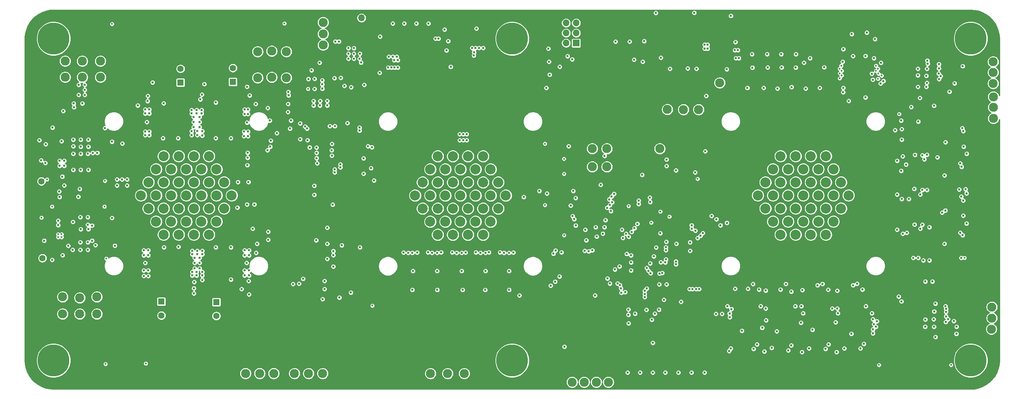
<source format=gbr>
G04 #@! TF.GenerationSoftware,KiCad,Pcbnew,(5.1.5-0-10_14)*
G04 #@! TF.CreationDate,2020-08-17T13:50:39-04:00*
G04 #@! TF.ProjectId,pressurization_series1,70726573-7375-4726-997a-6174696f6e5f,Rev 1*
G04 #@! TF.SameCoordinates,Original*
G04 #@! TF.FileFunction,Copper,L5,Inr*
G04 #@! TF.FilePolarity,Positive*
%FSLAX46Y46*%
G04 Gerber Fmt 4.6, Leading zero omitted, Abs format (unit mm)*
G04 Created by KiCad (PCBNEW (5.1.5-0-10_14)) date 2020-08-17 13:50:39*
%MOMM*%
%LPD*%
G04 APERTURE LIST*
%ADD10C,2.540000*%
%ADD11R,1.600000X1.600000*%
%ADD12C,1.600000*%
%ADD13C,2.286000*%
%ADD14C,8.000000*%
%ADD15R,1.700000X1.700000*%
%ADD16O,1.700000X1.700000*%
%ADD17C,0.609600*%
%ADD18C,0.508000*%
%ADD19C,0.254000*%
G04 APERTURE END LIST*
D10*
X69646800Y-89890600D03*
X65836800Y-89890600D03*
X62026800Y-89890600D03*
X58216800Y-89890600D03*
X60121800Y-93192600D03*
X67741800Y-93192600D03*
X63931800Y-93192600D03*
X56311800Y-93192600D03*
X71551800Y-93192600D03*
X69646800Y-96494600D03*
X65836800Y-96494600D03*
X58216800Y-96494600D03*
X62026800Y-96494600D03*
X73456800Y-96494600D03*
X54406800Y-96494600D03*
X63931800Y-106400600D03*
X60121800Y-106400600D03*
X62026800Y-109702600D03*
X54406800Y-103098600D03*
X56311800Y-106400600D03*
X58216800Y-109702600D03*
X58216800Y-103098600D03*
X62026800Y-103098600D03*
X65836800Y-109702600D03*
X67741800Y-106400600D03*
X65836800Y-103098600D03*
X71551800Y-106400600D03*
X69646800Y-109702600D03*
X69646800Y-103098600D03*
X73456800Y-103098600D03*
X71551800Y-99796600D03*
X67741800Y-99796600D03*
X63931800Y-99796600D03*
X60121800Y-99796600D03*
X56311800Y-99796600D03*
X75361800Y-99796600D03*
X52501800Y-99796600D03*
X138734800Y-89916000D03*
X134924800Y-89916000D03*
X131114800Y-89916000D03*
X127304800Y-89916000D03*
X129209800Y-93218000D03*
X136829800Y-93218000D03*
X133019800Y-93218000D03*
X125399800Y-93218000D03*
X140639800Y-93218000D03*
X138734800Y-96520000D03*
X134924800Y-96520000D03*
X127304800Y-96520000D03*
X131114800Y-96520000D03*
X142544800Y-96520000D03*
X123494800Y-96520000D03*
X133019800Y-106426000D03*
X129209800Y-106426000D03*
X131114800Y-109728000D03*
X123494800Y-103124000D03*
X125399800Y-106426000D03*
X127304800Y-109728000D03*
X127304800Y-103124000D03*
X131114800Y-103124000D03*
X134924800Y-109728000D03*
X136829800Y-106426000D03*
X134924800Y-103124000D03*
X140639800Y-106426000D03*
X138734800Y-109728000D03*
X138734800Y-103124000D03*
X142544800Y-103124000D03*
X140639800Y-99822000D03*
X136829800Y-99822000D03*
X133019800Y-99822000D03*
X129209800Y-99822000D03*
X125399800Y-99822000D03*
X144449800Y-99822000D03*
X121589800Y-99822000D03*
X225120200Y-89890600D03*
X221310200Y-89890600D03*
X217500200Y-89890600D03*
X213690200Y-89890600D03*
X215595200Y-93192600D03*
X223215200Y-93192600D03*
X219405200Y-93192600D03*
X211785200Y-93192600D03*
X227025200Y-93192600D03*
X225120200Y-96494600D03*
X221310200Y-96494600D03*
X213690200Y-96494600D03*
X217500200Y-96494600D03*
X228930200Y-96494600D03*
X209880200Y-96494600D03*
X219405200Y-106400600D03*
X215595200Y-106400600D03*
X217500200Y-109702600D03*
X209880200Y-103098600D03*
X211785200Y-106400600D03*
X213690200Y-109702600D03*
X213690200Y-103098600D03*
X217500200Y-103098600D03*
X221310200Y-109702600D03*
X223215200Y-106400600D03*
X221310200Y-103098600D03*
X227025200Y-106400600D03*
X225120200Y-109702600D03*
X225120200Y-103098600D03*
X228930200Y-103098600D03*
X227025200Y-99796600D03*
X223215200Y-99796600D03*
X219405200Y-99796600D03*
X215595200Y-99796600D03*
X211785200Y-99796600D03*
X230835200Y-99796600D03*
X207975200Y-99796600D03*
D11*
X62484000Y-71318000D03*
D12*
X62484000Y-67818000D03*
D13*
X89154000Y-70104000D03*
X85471000Y-69977000D03*
X81915000Y-70104000D03*
X89154000Y-63500000D03*
X85471000Y-63373000D03*
X81915000Y-63500000D03*
X98298000Y-144780000D03*
X94742000Y-144780000D03*
X91186000Y-144780000D03*
D11*
X75692000Y-71120000D03*
D12*
X75692000Y-67620000D03*
D11*
X57658000Y-126619000D03*
D12*
X57658000Y-130119000D03*
D13*
X129794000Y-144780000D03*
X198374000Y-71374000D03*
X183261000Y-88011000D03*
D14*
X261620000Y-60198000D03*
X146050000Y-60198000D03*
X30480000Y-141478000D03*
X146050000Y-141478000D03*
X261620000Y-141478000D03*
X30480000Y-60198000D03*
D12*
X27432000Y-96234000D03*
D11*
X27432000Y-94234000D03*
X27686000Y-113633000D03*
D12*
X27686000Y-115633000D03*
X71501000Y-130246000D03*
D11*
X71501000Y-126746000D03*
D13*
X98425000Y-59029600D03*
X98425000Y-56108600D03*
X98425000Y-61823600D03*
D15*
X162179000Y-61341000D03*
D16*
X159639000Y-61341000D03*
X162179000Y-58801000D03*
X159639000Y-58801000D03*
X162179000Y-56261000D03*
X159639000Y-56261000D03*
D15*
X105537000Y-54991000D03*
D16*
X108077000Y-54991000D03*
D13*
X267335000Y-80365600D03*
X267335000Y-74904600D03*
X267335000Y-77571600D03*
X193040000Y-78117700D03*
X185166000Y-78105000D03*
X189230000Y-78117700D03*
X133985000Y-144780000D03*
X125476000Y-144780000D03*
X170307000Y-146951700D03*
X164211000Y-146951700D03*
X167259000Y-146951700D03*
X161163000Y-146951700D03*
X158115000Y-146951700D03*
X33401000Y-65887600D03*
X37719000Y-65887600D03*
X42291000Y-65887600D03*
X33401000Y-69951600D03*
X37719000Y-69951600D03*
X42291000Y-69951600D03*
X32766000Y-125412500D03*
X37084000Y-125666500D03*
X41402000Y-125412500D03*
X41402000Y-129730500D03*
X37084000Y-129730500D03*
X32766000Y-129730500D03*
X78867000Y-144754600D03*
X82423000Y-144754600D03*
X85979000Y-144754600D03*
X267284200Y-68732400D03*
X266966700Y-130771900D03*
X267284200Y-66065400D03*
X266966700Y-127977900D03*
X267284200Y-71526400D03*
X266839700Y-133565900D03*
X166243000Y-88011000D03*
X169926000Y-88011000D03*
X166243000Y-92583000D03*
X169926000Y-92583000D03*
D17*
X133731000Y-84328000D03*
X132842000Y-84328000D03*
X134620000Y-84328000D03*
X99441000Y-77089000D03*
X96012000Y-77089000D03*
X99441000Y-75946000D03*
X96012000Y-75946000D03*
X250571000Y-71374000D03*
X248285000Y-72390000D03*
X250444000Y-72390000D03*
X250444000Y-69596000D03*
X248285000Y-69469000D03*
X248285000Y-67818000D03*
X250571000Y-67818000D03*
X252412500Y-129095500D03*
X250190000Y-131127500D03*
X252285500Y-131064000D03*
X252349000Y-132969000D03*
X250126500Y-132969000D03*
X35433000Y-85725000D03*
X35433000Y-87376000D03*
X35433000Y-89281000D03*
X35433000Y-93345000D03*
X37338000Y-89281000D03*
X37338000Y-87503000D03*
X37338000Y-85725000D03*
X39243000Y-85725000D03*
X39243000Y-87503000D03*
X39116000Y-89281000D03*
X37338000Y-93345000D03*
X34163000Y-112522000D03*
X35306000Y-113538000D03*
X37211000Y-105283000D03*
X37211000Y-111633000D03*
X37211000Y-113538000D03*
X39116000Y-113538000D03*
X39116000Y-111633000D03*
X39243000Y-108331000D03*
X39116000Y-107188000D03*
X39116000Y-105283000D03*
X39243000Y-93345000D03*
X201168000Y-138430000D03*
X259207000Y-115570000D03*
X206883000Y-138557000D03*
X211455000Y-138303000D03*
X215646000Y-138938000D03*
X220853000Y-138430000D03*
X225044000Y-138557000D03*
X229743000Y-138430000D03*
X233807000Y-138430000D03*
X259715000Y-101092000D03*
X259588000Y-109855000D03*
X259715000Y-104902000D03*
X259334000Y-92583000D03*
X259842000Y-87503000D03*
X259715000Y-83566000D03*
X237490000Y-60325000D03*
X231648000Y-59055000D03*
X130937000Y-114173000D03*
X118681500Y-114236500D03*
X124841000Y-114173000D03*
X136906000Y-114173000D03*
X143002000Y-114173000D03*
D18*
X159131000Y-94361000D03*
X159131000Y-109855000D03*
D17*
X77851000Y-123444000D03*
D18*
X28829000Y-95758000D03*
D17*
X220040300Y-72821700D03*
X205333600Y-72669400D03*
X209423000Y-72644000D03*
X212928300Y-72821700D03*
X216484300Y-72440700D03*
X249428000Y-89662000D03*
X249428000Y-98425000D03*
X249428000Y-107188000D03*
X248412000Y-115570000D03*
X30099000Y-116078000D03*
X109728000Y-87376000D03*
X110490000Y-92913200D03*
X135940800Y-62560200D03*
X104775000Y-65278000D03*
X106172000Y-65278000D03*
X107569000Y-65278000D03*
X104775000Y-64008000D03*
X106172000Y-64008000D03*
X107696000Y-64008000D03*
X104775000Y-62611000D03*
X106172000Y-62611000D03*
X136829800Y-62560200D03*
X137718800Y-62560200D03*
X138734800Y-62560200D03*
X35369500Y-106489500D03*
X37338000Y-108331000D03*
X255395405Y-129220654D03*
X253595300Y-67714700D03*
X184912000Y-111506000D03*
X182321000Y-112954000D03*
X184658000Y-116713000D03*
X187315356Y-116468644D03*
X183896000Y-119380000D03*
X99441000Y-107950000D03*
X99441000Y-112014000D03*
X99441000Y-115824000D03*
X172593000Y-122047000D03*
X170053000Y-120777000D03*
X96266000Y-70358000D03*
X184988000Y-92380000D03*
X209931000Y-128371590D03*
X227965000Y-128371590D03*
X190881000Y-113792000D03*
X218948000Y-127787410D03*
X191947000Y-53671000D03*
X201185000Y-54466000D03*
X182245000Y-53721000D03*
D18*
X183388000Y-103886000D03*
X181102000Y-106680000D03*
D17*
X97663000Y-75946000D03*
X97613400Y-77089000D03*
X258724400Y-98298000D03*
X260553200Y-99288600D03*
X65852000Y-123251000D03*
X67879000Y-74356000D03*
X54229000Y-74676000D03*
D18*
X27432000Y-105410000D03*
X30099000Y-102616000D03*
X43307000Y-102616000D03*
X43434000Y-96139000D03*
D17*
X31877000Y-98806000D03*
X26898600Y-85852000D03*
X30226000Y-82677000D03*
X43434000Y-82804000D03*
X35626000Y-77531000D03*
X115951000Y-56388000D03*
X118872000Y-56388000D03*
X121920000Y-56388000D03*
X124968000Y-56388000D03*
X178308000Y-144526000D03*
X181483000Y-144526000D03*
X184658000Y-144526000D03*
X187960000Y-144526000D03*
X191262000Y-144526000D03*
X194564000Y-144526000D03*
X169545000Y-106045000D03*
X158038800Y-67310000D03*
X155499000Y-69316400D03*
X223596300Y-72644010D03*
X136398000Y-64465200D03*
X129493022Y-63191378D03*
D18*
X43764200Y-115747800D03*
D17*
X112649000Y-68834000D03*
X236717345Y-69062590D03*
X174752000Y-109474000D03*
X175133000Y-144526000D03*
X137033000Y-57658000D03*
X185801000Y-67818000D03*
X190313000Y-67751000D03*
X161290000Y-105029000D03*
X129032000Y-57912000D03*
X172085000Y-60960000D03*
X175641000Y-60960000D03*
X200152000Y-67945000D03*
X104521000Y-81534000D03*
X184277000Y-126174500D03*
X179895500Y-128714500D03*
X188595000Y-126682500D03*
X258000500Y-134747000D03*
D18*
X238506000Y-142621000D03*
X256667000Y-142621000D03*
X53721000Y-142240000D03*
X43561000Y-142367000D03*
X45212000Y-56515000D03*
X88646000Y-56388000D03*
D17*
X200279000Y-127787400D03*
X247396000Y-98153703D03*
X122110500Y-114236500D03*
X128143000Y-114173000D03*
X140208000Y-114173000D03*
X134302500Y-114236500D03*
X146367500Y-114236500D03*
D18*
X159118300Y-90563700D03*
X154305000Y-86753700D03*
X154305000Y-102235000D03*
D17*
X79629000Y-121412000D03*
X247142000Y-115570000D03*
X110744000Y-87630000D03*
X114935000Y-64770000D03*
X115951000Y-64770000D03*
X116967000Y-64770000D03*
X114808000Y-67513200D03*
X117221000Y-67513200D03*
X116332000Y-65659000D03*
X112776000Y-59690000D03*
X255414459Y-128484298D03*
X255312339Y-131769537D03*
X253619000Y-70459603D03*
X253600500Y-66656500D03*
X181483000Y-137033000D03*
X190872000Y-111642000D03*
X187452000Y-112014000D03*
X184785000Y-115951000D03*
X187326714Y-117205158D03*
X183504247Y-116662342D03*
X183173702Y-119524459D03*
X170688000Y-122047000D03*
X94691000Y-70409000D03*
X98216600Y-72852400D03*
X194691000Y-88646000D03*
X184975500Y-90741500D03*
X202311000Y-61087000D03*
X183515000Y-65024000D03*
X179324000Y-60833000D03*
X247573800Y-89560400D03*
X247472200Y-107162600D03*
D18*
X185674000Y-105156000D03*
D17*
X65913000Y-121666000D03*
X67437000Y-75565000D03*
X54189000Y-75986000D03*
X32004000Y-100203000D03*
X32893000Y-78486000D03*
X115620800Y-67513200D03*
X116433600Y-67513200D03*
X117221000Y-65659000D03*
X170942000Y-103759000D03*
X130581400Y-67335400D03*
X100838000Y-102133400D03*
X236956600Y-70586600D03*
X161671000Y-105791000D03*
X192513000Y-67837000D03*
X202247500Y-123380500D03*
X209931000Y-123825000D03*
X219202000Y-123698000D03*
X227965000Y-123888500D03*
X169291000Y-107823000D03*
X173228000Y-122428000D03*
X184785000Y-113639603D03*
X195326000Y-61722000D03*
X194564000Y-61722000D03*
X202946000Y-63119000D03*
X202184000Y-63119000D03*
X101475542Y-60934600D03*
X93853000Y-82423000D03*
X94361000Y-82931000D03*
X102387400Y-60934600D03*
X101346000Y-93980000D03*
X101346000Y-93218000D03*
X107975396Y-66243200D03*
X101269800Y-70205600D03*
X256260600Y-73609200D03*
X154660600Y-72644000D03*
X159207200Y-137998200D03*
X258064000Y-132969000D03*
X129921000Y-60833000D03*
X195326000Y-62738000D03*
X194564000Y-62738000D03*
X203200000Y-65151000D03*
X202438000Y-65151000D03*
X126746000Y-60198000D03*
X127508000Y-60198000D03*
X102743000Y-91948000D03*
X102743000Y-92710000D03*
X107569000Y-82677000D03*
X107569000Y-83439000D03*
X155194000Y-62738000D03*
X155321000Y-66040000D03*
X124460000Y-80899000D03*
X124460000Y-82296000D03*
X124460000Y-79502000D03*
X58928000Y-64262000D03*
X61976000Y-64262000D03*
X57912000Y-65278000D03*
X60960000Y-64262000D03*
X57912000Y-66294000D03*
X61976000Y-66294000D03*
X61976000Y-65278000D03*
X57912000Y-64262000D03*
X59944000Y-64262000D03*
X72136000Y-64262000D03*
X75184000Y-64262000D03*
X71120000Y-65278000D03*
X74168000Y-64262000D03*
X71120000Y-66040000D03*
X75184000Y-66040000D03*
X75184000Y-65278000D03*
X71120000Y-64262000D03*
X73152000Y-64262000D03*
X121920000Y-80899000D03*
X121920000Y-82296000D03*
X121920000Y-79502000D03*
X123190000Y-80899000D03*
X123190000Y-82296000D03*
X123190000Y-79502000D03*
X221615000Y-134620000D03*
X221615000Y-135509000D03*
X221615000Y-136398000D03*
X219202000Y-134620000D03*
X219202000Y-136398000D03*
X114300000Y-83820000D03*
X256542200Y-113413200D03*
X256540000Y-115443000D03*
X257302000Y-115443000D03*
X255778000Y-115443000D03*
X257302000Y-113411000D03*
X255778000Y-113411000D03*
X256667000Y-104648000D03*
X256667000Y-106934000D03*
X257429000Y-106934000D03*
X255905000Y-106934000D03*
X255905000Y-104775000D03*
X257429000Y-104775000D03*
X256413000Y-95885000D03*
X256413000Y-98298000D03*
X257302000Y-98298000D03*
X257302000Y-96012000D03*
X255651000Y-96139000D03*
X255651000Y-98171000D03*
X256439200Y-87148200D03*
X256413000Y-89535000D03*
X257175000Y-87122000D03*
X257175000Y-89535000D03*
X255651000Y-89408000D03*
X255651000Y-87249000D03*
X236474000Y-62357000D03*
X234061000Y-62357000D03*
X236474000Y-61468000D03*
X236474000Y-63119000D03*
X234061000Y-61468000D03*
X234061000Y-63119000D03*
X41656000Y-113411000D03*
X41656000Y-114173000D03*
X44831000Y-113411000D03*
X203708000Y-134874000D03*
X203708000Y-135636000D03*
X203708000Y-136398000D03*
X201676000Y-136398000D03*
X201676000Y-135636000D03*
X201676000Y-134874000D03*
X212598000Y-135001000D03*
X212598000Y-135763000D03*
X212598000Y-136525000D03*
X219202000Y-135509000D03*
X230505000Y-134874000D03*
X230505000Y-135636000D03*
X228092000Y-134874000D03*
X228092000Y-135636000D03*
X228092000Y-136398000D03*
X210312000Y-135001000D03*
X210312000Y-135763000D03*
X210312000Y-136652000D03*
X115570000Y-83820000D03*
X116840000Y-83820000D03*
X118110000Y-83693000D03*
X119380000Y-83693000D03*
X120650000Y-83693000D03*
X121920000Y-83693000D03*
X123190000Y-83693000D03*
X124460000Y-83693000D03*
X118110000Y-79502000D03*
X114300000Y-86233000D03*
X115570000Y-86233000D03*
X116840000Y-86233000D03*
X118110000Y-86233000D03*
X119380000Y-86233000D03*
X120650000Y-86233000D03*
X121920000Y-86233000D03*
X118110000Y-80899000D03*
X118110000Y-82296000D03*
X118110000Y-84963000D03*
X116840000Y-84963000D03*
X115570000Y-84963000D03*
X114300000Y-84963000D03*
X119380000Y-79502000D03*
X119380000Y-80899000D03*
X119380000Y-82296000D03*
X120650000Y-80899000D03*
X120650000Y-82296000D03*
X113030000Y-83820000D03*
X113030000Y-86233000D03*
X113030000Y-87630000D03*
X114300000Y-87630000D03*
X115570000Y-87630000D03*
X116840000Y-87630000D03*
X118110000Y-87630000D03*
X123190000Y-84963000D03*
X120650000Y-79502000D03*
X119380000Y-84963000D03*
X120650000Y-84963000D03*
X121920000Y-84963000D03*
X113030000Y-84963000D03*
X44831000Y-114173000D03*
D18*
X41783000Y-94234000D03*
X41783000Y-93472000D03*
X44958000Y-93472000D03*
X44958000Y-94234000D03*
D17*
X175107600Y-137007600D03*
X201676000Y-134112000D03*
X202946000Y-134112000D03*
X210312000Y-134239000D03*
X211455000Y-134239000D03*
X219710000Y-133985000D03*
X220853000Y-133985000D03*
X230505000Y-136398000D03*
X227330000Y-135636000D03*
X227330000Y-134874000D03*
X254762000Y-113512600D03*
X254889000Y-115062000D03*
X254889000Y-104902000D03*
X254889000Y-106553000D03*
X254762000Y-96266000D03*
X254762000Y-97917000D03*
X254762000Y-87376000D03*
X254762000Y-89281000D03*
X234315000Y-64008000D03*
X236093000Y-63881000D03*
X72644000Y-134620000D03*
X73660000Y-134620000D03*
X74676000Y-134620000D03*
X75692000Y-134620000D03*
X71628000Y-134620000D03*
X71628000Y-133604000D03*
X75692000Y-133604000D03*
X75692000Y-132588000D03*
X71628000Y-132588000D03*
X60452000Y-134366000D03*
X61468000Y-134366000D03*
X59436000Y-134366000D03*
X62484000Y-134366000D03*
X58420000Y-134366000D03*
X58420000Y-133350000D03*
X58420000Y-132334000D03*
X62484000Y-133350000D03*
X62484000Y-132334000D03*
X124460000Y-84963000D03*
X133731000Y-85852000D03*
X132842000Y-85852000D03*
X134620000Y-85852000D03*
X36830000Y-71882000D03*
X38354000Y-71882000D03*
X36830000Y-74422000D03*
X38354000Y-74422000D03*
X38354000Y-73152000D03*
X216408000Y-124079000D03*
X234315000Y-123571000D03*
X244475000Y-109474000D03*
X245491000Y-109220000D03*
X245999000Y-100711000D03*
X244221000Y-100711000D03*
X245313200Y-91998800D03*
X244094000Y-93599000D03*
X244221000Y-83058000D03*
X244221000Y-85725000D03*
X67945000Y-119126000D03*
X67945000Y-120015000D03*
X67310000Y-118237000D03*
X66548000Y-119126000D03*
X65405000Y-119126000D03*
X65405000Y-120015000D03*
X66548000Y-120015000D03*
X66040000Y-118237000D03*
X65405000Y-113792000D03*
X66675000Y-113792000D03*
X65405000Y-114681000D03*
X66040000Y-115570000D03*
X67945000Y-113792000D03*
X66675000Y-114681000D03*
X67310000Y-115570000D03*
X67945000Y-114681000D03*
X78613000Y-118745000D03*
X78613000Y-120015000D03*
X79756000Y-120015000D03*
X79756000Y-118745000D03*
X78613000Y-113665000D03*
X79756000Y-113665000D03*
X79756000Y-114935000D03*
X78613000Y-114935000D03*
X53213000Y-113665000D03*
X53213000Y-114935000D03*
X54356000Y-120142000D03*
X53213000Y-120142000D03*
X53213000Y-118745000D03*
X66040000Y-116840000D03*
X79121000Y-116840000D03*
X53594000Y-116840000D03*
X111252000Y-96012000D03*
X208280000Y-123571000D03*
X225679000Y-123634500D03*
X229489000Y-72644000D03*
X229463600Y-73761600D03*
X65278000Y-83566000D03*
X65278000Y-84582000D03*
X66675000Y-83566000D03*
X66675000Y-84582000D03*
X67945000Y-83566000D03*
X67945000Y-84709000D03*
X65786000Y-82550000D03*
X67310000Y-82550000D03*
X65786000Y-80010000D03*
X67310000Y-80010000D03*
X65278000Y-78232000D03*
X65278000Y-79121000D03*
X66548000Y-78232000D03*
X66548000Y-79121000D03*
X67818000Y-78232000D03*
X67818000Y-79121000D03*
X78486000Y-83693000D03*
X78486000Y-84836000D03*
X79502000Y-84836000D03*
X79502000Y-83693000D03*
X79248000Y-81407000D03*
X78613000Y-78105000D03*
X78613000Y-79248000D03*
X79502000Y-79248000D03*
X79502000Y-78105000D03*
X54610000Y-84582000D03*
X53594000Y-84582000D03*
X53594000Y-83693000D03*
X54610000Y-83693000D03*
X53594000Y-78105000D03*
X54610000Y-78105000D03*
X54610000Y-79121000D03*
X53594000Y-79121000D03*
X53975000Y-81280000D03*
X46482000Y-97282000D03*
X46482000Y-95758000D03*
X49022000Y-97282000D03*
X49022000Y-95758000D03*
X47752000Y-95758000D03*
X54356000Y-113665000D03*
X54356000Y-118745000D03*
X54356000Y-114935000D03*
X205486000Y-123380500D03*
X213677500Y-123571000D03*
X223012000Y-122478810D03*
X231965500Y-122478810D03*
X67310000Y-116840000D03*
X65786000Y-81280000D03*
X67310000Y-81280000D03*
X230886000Y-75946000D03*
X206756000Y-122174000D03*
X215011000Y-122148590D03*
X224271000Y-122148590D03*
X243078000Y-108458000D03*
X243078000Y-99568000D03*
X243078000Y-91059000D03*
X242570000Y-83312000D03*
X232994000Y-122098000D03*
X32512000Y-86106000D03*
X156464000Y-114503200D03*
X41503600Y-89052400D03*
X85090002Y-87502998D03*
X156997400Y-113715800D03*
X47828200Y-86690190D03*
X85217000Y-85979000D03*
X158496000Y-114173000D03*
X32689800Y-95046800D03*
X27355800Y-90957400D03*
X31623000Y-106172000D03*
X171121636Y-100096443D03*
X40208200Y-111226602D03*
X171729400Y-99390200D03*
X40182800Y-107416600D03*
X170535600Y-100812600D03*
D18*
X175387000Y-102489000D03*
D17*
X41021000Y-112369600D03*
X28117800Y-111226600D03*
X178816000Y-94615000D03*
X170002200Y-102920800D03*
X168351200Y-97129600D03*
X169341800Y-89839800D03*
X167106600Y-107823000D03*
X160299400Y-87376000D03*
X175437800Y-110236000D03*
X176022000Y-118745000D03*
D18*
X192786000Y-95631000D03*
D17*
X194945000Y-74676000D03*
X192151000Y-93980000D03*
X176022000Y-116713000D03*
X187325000Y-93472000D03*
X176022000Y-114935000D03*
X210439000Y-67487800D03*
X210312000Y-64135000D03*
X213969600Y-67487800D03*
X213868000Y-64135000D03*
X206603600Y-67538600D03*
X206502000Y-64135000D03*
X219583000Y-66294000D03*
X221107000Y-65151000D03*
X217525600Y-67513200D03*
X217551000Y-64135000D03*
X224688400Y-67436998D03*
D18*
X31623000Y-109601000D03*
X32512000Y-109601000D03*
X31623000Y-110363000D03*
X32512000Y-110363000D03*
D17*
X32004000Y-91059000D03*
X33147000Y-91059000D03*
X33147000Y-92329000D03*
X32004000Y-92329000D03*
X96901000Y-91694000D03*
X96748600Y-87706200D03*
X79375000Y-89027000D03*
X96774000Y-90398600D03*
X79298800Y-92151200D03*
X96774000Y-89052400D03*
X79375000Y-90297000D03*
X173736000Y-108458000D03*
X162052000Y-100457000D03*
X154813000Y-99314000D03*
X133350000Y-114300000D03*
X132080000Y-114300000D03*
X145288000Y-114300000D03*
X119888000Y-114300000D03*
X144018000Y-114300000D03*
X120904000Y-114300000D03*
X138049000Y-114300000D03*
X125857000Y-114300000D03*
X127127000Y-114300000D03*
X139319000Y-114300000D03*
X183388000Y-109347000D03*
X161417000Y-98679000D03*
X152908000Y-98679000D03*
X173964600Y-110540800D03*
X160807400Y-102362000D03*
X148971000Y-100203000D03*
X184785000Y-112903000D03*
X229489000Y-62865000D03*
X231978200Y-64617600D03*
X229362000Y-66040000D03*
X207772000Y-137414000D03*
X203962000Y-133985000D03*
X208661000Y-127787410D03*
X216408000Y-137668000D03*
X212725000Y-134112000D03*
X217424000Y-127787410D03*
X225806000Y-137414000D03*
X221742000Y-133731000D03*
X226695000Y-128371590D03*
X234696000Y-137287000D03*
X248920000Y-108204000D03*
X255016000Y-112014000D03*
X258953000Y-109220000D03*
X248920000Y-99568000D03*
X255219200Y-103606600D03*
X259207000Y-100076000D03*
X249936000Y-90678000D03*
X255016000Y-94742000D03*
X258953000Y-91694000D03*
X255270000Y-86360000D03*
X248412000Y-81153000D03*
X259461000Y-82804000D03*
X231521000Y-134747000D03*
X235204000Y-127787410D03*
X255905000Y-131064000D03*
X98171000Y-71755000D03*
X254075128Y-69673272D03*
X183057810Y-128651000D03*
X257556000Y-71501000D03*
X257344567Y-131529433D03*
X96266000Y-72898000D03*
X181228996Y-131191000D03*
X171958000Y-118491000D03*
X173101000Y-117729000D03*
X193167000Y-123444000D03*
X192405000Y-123444000D03*
X191516000Y-123444000D03*
X190754000Y-123444000D03*
X108585000Y-94310200D03*
X108762800Y-71882000D03*
X101371400Y-82321400D03*
X238887000Y-71551800D03*
X178943000Y-66040000D03*
X160020000Y-64643000D03*
X235432600Y-58699400D03*
X235077000Y-64579500D03*
X196291200Y-104978200D03*
X235077000Y-75057010D03*
X237236000Y-65151000D03*
X239014000Y-66319400D03*
X200710800Y-139090400D03*
X192786000Y-110591600D03*
X197421500Y-129730500D03*
X236982000Y-134645400D03*
X209067400Y-133223000D03*
X209626200Y-139217400D03*
X193522600Y-110007400D03*
X198945500Y-129730500D03*
X237744000Y-132969000D03*
X218821000Y-131953000D03*
X219075000Y-139344400D03*
X194106800Y-109321600D03*
X200914000Y-130556000D03*
X237998000Y-131572000D03*
X227584000Y-131826000D03*
D18*
X260045200Y-115570000D03*
D17*
X191296278Y-108212878D03*
X251206000Y-116205000D03*
X249682000Y-116205000D03*
X260553200Y-106883200D03*
X191287400Y-107340400D03*
X198551800Y-107340400D03*
X254381000Y-104140000D03*
X250190000Y-121539000D03*
X260299200Y-98221800D03*
X200177400Y-106730800D03*
D18*
X243586000Y-79248000D03*
D17*
X253238000Y-90170000D03*
X260604200Y-89280800D03*
X197535800Y-105816400D03*
X244475000Y-89916000D03*
X192227200Y-108712000D03*
X227838000Y-139344400D03*
X200850500Y-129603500D03*
X93345000Y-120853200D03*
X71374000Y-112903000D03*
X92329000Y-122097800D03*
X75184000Y-112903000D03*
X90830400Y-122174000D03*
X75184000Y-121031000D03*
X108585000Y-90449400D03*
X244157500Y-126555500D03*
X177038000Y-129667000D03*
X259600700Y-67170300D03*
X181991000Y-129667000D03*
X103759000Y-72136000D03*
X98171000Y-70739000D03*
X255270000Y-127762000D03*
D18*
X94615000Y-72898000D03*
D17*
X120904000Y-123647200D03*
X145288000Y-123647200D03*
X139242800Y-123647200D03*
X127177800Y-123647200D03*
X133578600Y-123647200D03*
X147904200Y-125069600D03*
X166954200Y-125069600D03*
X40386000Y-89052400D03*
X100609400Y-89763600D03*
X84404200Y-88392000D03*
X45212000Y-86233000D03*
X100584000Y-88392000D03*
X28397200Y-91617800D03*
X100660200Y-86791800D03*
X45923200Y-112496600D03*
X162077400Y-107391200D03*
X167360600Y-110185200D03*
X45212000Y-105486200D03*
X164490400Y-108483400D03*
X32766000Y-114909600D03*
X184986240Y-122275600D03*
X253568200Y-69037200D03*
X255394100Y-130368400D03*
X179451000Y-124714000D03*
X97536000Y-66294000D03*
X177622200Y-106984800D03*
X183134000Y-122275600D03*
X250672600Y-65760600D03*
X252730000Y-127127000D03*
X179451000Y-123888500D03*
X95504000Y-68199000D03*
X176885600Y-108077000D03*
X179984400Y-123317000D03*
X252349000Y-77165200D03*
X252734100Y-135568400D03*
X179451000Y-125476000D03*
X243459000Y-125349000D03*
X102870000Y-70104000D03*
X176174402Y-109016800D03*
X180848000Y-101475030D03*
X180721000Y-100330000D03*
X177927000Y-101981000D03*
X177927000Y-101092000D03*
X175388017Y-132106417D03*
X121031000Y-118897400D03*
X175348900Y-129933700D03*
X127127000Y-118897400D03*
X133350000Y-118897400D03*
X175361600Y-128600200D03*
X139319000Y-118897400D03*
X173583600Y-124358400D03*
X173482000Y-123291600D03*
X145288000Y-118897400D03*
X174929800Y-114579400D03*
X105486200Y-72491604D03*
X100101493Y-82283553D03*
X239623600Y-70916800D03*
X176784000Y-65532000D03*
X161188400Y-65430400D03*
X236982000Y-133629400D03*
X201295000Y-128498600D03*
X210058000Y-131318000D03*
X237236000Y-132334000D03*
X236982000Y-131064000D03*
X219375398Y-129565410D03*
X251206000Y-107823000D03*
X251968000Y-121539000D03*
X244094000Y-80899000D03*
X250571000Y-98425000D03*
X246634000Y-77470000D03*
X250571000Y-89535000D03*
X228145582Y-129565410D03*
X236728000Y-129565410D03*
X92633800Y-81610200D03*
X51689000Y-77089000D03*
X36703000Y-100126800D03*
X92633800Y-85598000D03*
X136448800Y-63652400D03*
X28511492Y-86868000D03*
X31623000Y-107315000D03*
X250799600Y-66548000D03*
X37719000Y-76581000D03*
X37084000Y-98171000D03*
D18*
X238252000Y-70358000D03*
X228600000Y-70231000D03*
X239191800Y-69545200D03*
X229108000Y-69494390D03*
X228612326Y-68973326D03*
X238353600Y-69037200D03*
X237744000Y-68326000D03*
X229094467Y-68314880D03*
X238252000Y-67818000D03*
X228600000Y-67818000D03*
X228981000Y-67056000D03*
X237744000Y-67056000D03*
D17*
X248793000Y-75184000D03*
X174523400Y-124231400D03*
X35560000Y-76581000D03*
X33147000Y-97282000D03*
X96189800Y-97383600D03*
X96189800Y-99669600D03*
X79603600Y-96418400D03*
X76962000Y-96418400D03*
X76809600Y-102870000D03*
X81788000Y-112014000D03*
X81534000Y-114300000D03*
X84582000Y-108966000D03*
X84582000Y-110998000D03*
X80645000Y-108204000D03*
X180949600Y-119430800D03*
X155778200Y-122580400D03*
X100990400Y-117754400D03*
X180441600Y-118872000D03*
X156895800Y-121564400D03*
X100965000Y-114909600D03*
X179959000Y-118135400D03*
X157988000Y-120269000D03*
X100965000Y-113842800D03*
X166243000Y-113665000D03*
X96647000Y-111125000D03*
X165354000Y-113919000D03*
X103124000Y-112395000D03*
X164338000Y-113792000D03*
X107696000Y-112903000D03*
X58293000Y-112903000D03*
X164719000Y-111125000D03*
X105410000Y-124333000D03*
X61976000Y-112776000D03*
X168910000Y-109448600D03*
X102489000Y-125603000D03*
X67945000Y-121158000D03*
X98298000Y-125984000D03*
X181737000Y-115189000D03*
X75184000Y-85344000D03*
X86741000Y-84074000D03*
X90043000Y-82931000D03*
X71374000Y-85344000D03*
X84963000Y-80899000D03*
X90297000Y-80899000D03*
X79883000Y-74549000D03*
X71374000Y-76327000D03*
X89712800Y-74549000D03*
X61849000Y-85369400D03*
X84455000Y-77724000D03*
X89560400Y-78740000D03*
X58039000Y-85369400D03*
X81407000Y-76708000D03*
X89585800Y-76708000D03*
X79248000Y-72364600D03*
X58216800Y-76555600D03*
X89662000Y-73660000D03*
X170688000Y-102235000D03*
X98755200Y-121412000D03*
X171272200Y-101549200D03*
X98755200Y-123444000D03*
X180848000Y-116967000D03*
D18*
X110820200Y-127635000D03*
D17*
X79730600Y-124790200D03*
X95021400Y-87680800D03*
X81102200Y-102082600D03*
X65862200Y-124561600D03*
X79248000Y-102082600D03*
X94488000Y-85852000D03*
X55448200Y-71272400D03*
X68465700Y-71691500D03*
D19*
G36*
X262661232Y-53060617D02*
G01*
X263680653Y-53285685D01*
X264656903Y-53655553D01*
X265569539Y-54162477D01*
X266399435Y-54795834D01*
X267129209Y-55542357D01*
X267743575Y-56386410D01*
X268229662Y-57310307D01*
X268577290Y-58294709D01*
X268779616Y-59321230D01*
X268834000Y-60210408D01*
X268834000Y-74628816D01*
X268800434Y-74460066D01*
X268685551Y-74182715D01*
X268518768Y-73933107D01*
X268306493Y-73720832D01*
X268056885Y-73554049D01*
X267779534Y-73439166D01*
X267485101Y-73380600D01*
X267184899Y-73380600D01*
X266890466Y-73439166D01*
X266613115Y-73554049D01*
X266363507Y-73720832D01*
X266151232Y-73933107D01*
X265984449Y-74182715D01*
X265869566Y-74460066D01*
X265811000Y-74754499D01*
X265811000Y-75054701D01*
X265869566Y-75349134D01*
X265984449Y-75626485D01*
X266151232Y-75876093D01*
X266363507Y-76088368D01*
X266587596Y-76238100D01*
X266363507Y-76387832D01*
X266151232Y-76600107D01*
X265984449Y-76849715D01*
X265869566Y-77127066D01*
X265811000Y-77421499D01*
X265811000Y-77721701D01*
X265869566Y-78016134D01*
X265984449Y-78293485D01*
X266151232Y-78543093D01*
X266363507Y-78755368D01*
X266613115Y-78922151D01*
X266725252Y-78968600D01*
X266613115Y-79015049D01*
X266363507Y-79181832D01*
X266151232Y-79394107D01*
X265984449Y-79643715D01*
X265869566Y-79921066D01*
X265811000Y-80215499D01*
X265811000Y-80515701D01*
X265869566Y-80810134D01*
X265984449Y-81087485D01*
X266151232Y-81337093D01*
X266363507Y-81549368D01*
X266613115Y-81716151D01*
X266890466Y-81831034D01*
X267184899Y-81889600D01*
X267485101Y-81889600D01*
X267779534Y-81831034D01*
X268056885Y-81716151D01*
X268306493Y-81549368D01*
X268518768Y-81337093D01*
X268685551Y-81087485D01*
X268800434Y-80810134D01*
X268834000Y-80641384D01*
X268834001Y-141463283D01*
X268757384Y-142519225D01*
X268532316Y-143538650D01*
X268162447Y-144514903D01*
X267655523Y-145427539D01*
X267022170Y-146257431D01*
X266275643Y-146987209D01*
X265431588Y-147601577D01*
X264507687Y-148087664D01*
X263523298Y-148435288D01*
X262496771Y-148637616D01*
X261607591Y-148692000D01*
X30494703Y-148692000D01*
X29438775Y-148615384D01*
X28419350Y-148390316D01*
X27443097Y-148020447D01*
X26530461Y-147513523D01*
X25700569Y-146880170D01*
X25623761Y-146801599D01*
X159639000Y-146801599D01*
X159639000Y-147101801D01*
X159697566Y-147396234D01*
X159812449Y-147673585D01*
X159979232Y-147923193D01*
X160191507Y-148135468D01*
X160441115Y-148302251D01*
X160718466Y-148417134D01*
X161012899Y-148475700D01*
X161313101Y-148475700D01*
X161607534Y-148417134D01*
X161884885Y-148302251D01*
X162134493Y-148135468D01*
X162346768Y-147923193D01*
X162513551Y-147673585D01*
X162628434Y-147396234D01*
X162687000Y-147101801D01*
X162745566Y-147396234D01*
X162860449Y-147673585D01*
X163027232Y-147923193D01*
X163239507Y-148135468D01*
X163489115Y-148302251D01*
X163766466Y-148417134D01*
X164060899Y-148475700D01*
X164361101Y-148475700D01*
X164655534Y-148417134D01*
X164932885Y-148302251D01*
X165182493Y-148135468D01*
X165394768Y-147923193D01*
X165561551Y-147673585D01*
X165676434Y-147396234D01*
X165735000Y-147101801D01*
X165793566Y-147396234D01*
X165908449Y-147673585D01*
X166075232Y-147923193D01*
X166287507Y-148135468D01*
X166537115Y-148302251D01*
X166814466Y-148417134D01*
X167108899Y-148475700D01*
X167409101Y-148475700D01*
X167703534Y-148417134D01*
X167980885Y-148302251D01*
X168230493Y-148135468D01*
X168442768Y-147923193D01*
X168609551Y-147673585D01*
X168724434Y-147396234D01*
X168783000Y-147101801D01*
X168841566Y-147396234D01*
X168956449Y-147673585D01*
X169123232Y-147923193D01*
X169335507Y-148135468D01*
X169585115Y-148302251D01*
X169862466Y-148417134D01*
X170156899Y-148475700D01*
X170457101Y-148475700D01*
X170751534Y-148417134D01*
X171028885Y-148302251D01*
X171278493Y-148135468D01*
X171490768Y-147923193D01*
X171657551Y-147673585D01*
X171772434Y-147396234D01*
X171831000Y-147101801D01*
X171831000Y-146801599D01*
X171772434Y-146507166D01*
X171657551Y-146229815D01*
X171490768Y-145980207D01*
X171278493Y-145767932D01*
X171028885Y-145601149D01*
X170751534Y-145486266D01*
X170457101Y-145427700D01*
X170156899Y-145427700D01*
X169862466Y-145486266D01*
X169585115Y-145601149D01*
X169335507Y-145767932D01*
X169123232Y-145980207D01*
X168956449Y-146229815D01*
X168841566Y-146507166D01*
X168783000Y-146801599D01*
X168724434Y-146507166D01*
X168609551Y-146229815D01*
X168442768Y-145980207D01*
X168230493Y-145767932D01*
X167980885Y-145601149D01*
X167703534Y-145486266D01*
X167409101Y-145427700D01*
X167108899Y-145427700D01*
X166814466Y-145486266D01*
X166537115Y-145601149D01*
X166287507Y-145767932D01*
X166075232Y-145980207D01*
X165908449Y-146229815D01*
X165793566Y-146507166D01*
X165735000Y-146801599D01*
X165676434Y-146507166D01*
X165561551Y-146229815D01*
X165394768Y-145980207D01*
X165182493Y-145767932D01*
X164932885Y-145601149D01*
X164655534Y-145486266D01*
X164361101Y-145427700D01*
X164060899Y-145427700D01*
X163766466Y-145486266D01*
X163489115Y-145601149D01*
X163239507Y-145767932D01*
X163027232Y-145980207D01*
X162860449Y-146229815D01*
X162745566Y-146507166D01*
X162687000Y-146801599D01*
X162628434Y-146507166D01*
X162513551Y-146229815D01*
X162346768Y-145980207D01*
X162134493Y-145767932D01*
X161884885Y-145601149D01*
X161607534Y-145486266D01*
X161313101Y-145427700D01*
X161012899Y-145427700D01*
X160718466Y-145486266D01*
X160441115Y-145601149D01*
X160191507Y-145767932D01*
X159979232Y-145980207D01*
X159812449Y-146229815D01*
X159697566Y-146507166D01*
X159639000Y-146801599D01*
X25623761Y-146801599D01*
X24970791Y-146133643D01*
X24356423Y-145289588D01*
X23870336Y-144365687D01*
X23522712Y-143381298D01*
X23320384Y-142354771D01*
X23266000Y-141465591D01*
X23266000Y-141046509D01*
X26099000Y-141046509D01*
X26099000Y-141909491D01*
X26267359Y-142755891D01*
X26597608Y-143553182D01*
X27077055Y-144270725D01*
X27687275Y-144880945D01*
X28404818Y-145360392D01*
X29202109Y-145690641D01*
X30048509Y-145859000D01*
X30911491Y-145859000D01*
X31757891Y-145690641D01*
X32555182Y-145360392D01*
X33272725Y-144880945D01*
X33549171Y-144604499D01*
X77343000Y-144604499D01*
X77343000Y-144904701D01*
X77401566Y-145199134D01*
X77516449Y-145476485D01*
X77683232Y-145726093D01*
X77895507Y-145938368D01*
X78145115Y-146105151D01*
X78422466Y-146220034D01*
X78716899Y-146278600D01*
X79017101Y-146278600D01*
X79311534Y-146220034D01*
X79588885Y-146105151D01*
X79838493Y-145938368D01*
X80050768Y-145726093D01*
X80217551Y-145476485D01*
X80332434Y-145199134D01*
X80391000Y-144904701D01*
X80391000Y-144604499D01*
X80899000Y-144604499D01*
X80899000Y-144904701D01*
X80957566Y-145199134D01*
X81072449Y-145476485D01*
X81239232Y-145726093D01*
X81451507Y-145938368D01*
X81701115Y-146105151D01*
X81978466Y-146220034D01*
X82272899Y-146278600D01*
X82573101Y-146278600D01*
X82867534Y-146220034D01*
X83144885Y-146105151D01*
X83394493Y-145938368D01*
X83606768Y-145726093D01*
X83773551Y-145476485D01*
X83888434Y-145199134D01*
X83947000Y-144904701D01*
X83947000Y-144604499D01*
X84455000Y-144604499D01*
X84455000Y-144904701D01*
X84513566Y-145199134D01*
X84628449Y-145476485D01*
X84795232Y-145726093D01*
X85007507Y-145938368D01*
X85257115Y-146105151D01*
X85534466Y-146220034D01*
X85828899Y-146278600D01*
X86129101Y-146278600D01*
X86423534Y-146220034D01*
X86700885Y-146105151D01*
X86950493Y-145938368D01*
X87162768Y-145726093D01*
X87329551Y-145476485D01*
X87444434Y-145199134D01*
X87503000Y-144904701D01*
X87503000Y-144629899D01*
X89662000Y-144629899D01*
X89662000Y-144930101D01*
X89720566Y-145224534D01*
X89835449Y-145501885D01*
X90002232Y-145751493D01*
X90214507Y-145963768D01*
X90464115Y-146130551D01*
X90741466Y-146245434D01*
X91035899Y-146304000D01*
X91336101Y-146304000D01*
X91630534Y-146245434D01*
X91907885Y-146130551D01*
X92157493Y-145963768D01*
X92369768Y-145751493D01*
X92536551Y-145501885D01*
X92651434Y-145224534D01*
X92710000Y-144930101D01*
X92710000Y-144629899D01*
X93218000Y-144629899D01*
X93218000Y-144930101D01*
X93276566Y-145224534D01*
X93391449Y-145501885D01*
X93558232Y-145751493D01*
X93770507Y-145963768D01*
X94020115Y-146130551D01*
X94297466Y-146245434D01*
X94591899Y-146304000D01*
X94892101Y-146304000D01*
X95186534Y-146245434D01*
X95463885Y-146130551D01*
X95713493Y-145963768D01*
X95925768Y-145751493D01*
X96092551Y-145501885D01*
X96207434Y-145224534D01*
X96266000Y-144930101D01*
X96266000Y-144629899D01*
X96774000Y-144629899D01*
X96774000Y-144930101D01*
X96832566Y-145224534D01*
X96947449Y-145501885D01*
X97114232Y-145751493D01*
X97326507Y-145963768D01*
X97576115Y-146130551D01*
X97853466Y-146245434D01*
X98147899Y-146304000D01*
X98448101Y-146304000D01*
X98742534Y-146245434D01*
X99019885Y-146130551D01*
X99269493Y-145963768D01*
X99481768Y-145751493D01*
X99648551Y-145501885D01*
X99763434Y-145224534D01*
X99822000Y-144930101D01*
X99822000Y-144629899D01*
X123952000Y-144629899D01*
X123952000Y-144930101D01*
X124010566Y-145224534D01*
X124125449Y-145501885D01*
X124292232Y-145751493D01*
X124504507Y-145963768D01*
X124754115Y-146130551D01*
X125031466Y-146245434D01*
X125325899Y-146304000D01*
X125626101Y-146304000D01*
X125920534Y-146245434D01*
X126197885Y-146130551D01*
X126447493Y-145963768D01*
X126659768Y-145751493D01*
X126826551Y-145501885D01*
X126941434Y-145224534D01*
X127000000Y-144930101D01*
X127000000Y-144629899D01*
X128270000Y-144629899D01*
X128270000Y-144930101D01*
X128328566Y-145224534D01*
X128443449Y-145501885D01*
X128610232Y-145751493D01*
X128822507Y-145963768D01*
X129072115Y-146130551D01*
X129349466Y-146245434D01*
X129643899Y-146304000D01*
X129944101Y-146304000D01*
X130238534Y-146245434D01*
X130515885Y-146130551D01*
X130765493Y-145963768D01*
X130977768Y-145751493D01*
X131144551Y-145501885D01*
X131259434Y-145224534D01*
X131318000Y-144930101D01*
X131318000Y-144629899D01*
X132461000Y-144629899D01*
X132461000Y-144930101D01*
X132519566Y-145224534D01*
X132634449Y-145501885D01*
X132801232Y-145751493D01*
X133013507Y-145963768D01*
X133263115Y-146130551D01*
X133540466Y-146245434D01*
X133834899Y-146304000D01*
X134135101Y-146304000D01*
X134429534Y-146245434D01*
X134706885Y-146130551D01*
X134956493Y-145963768D01*
X135168768Y-145751493D01*
X135335551Y-145501885D01*
X135450434Y-145224534D01*
X135509000Y-144930101D01*
X135509000Y-144629899D01*
X135450434Y-144335466D01*
X135335551Y-144058115D01*
X135168768Y-143808507D01*
X134956493Y-143596232D01*
X134706885Y-143429449D01*
X134429534Y-143314566D01*
X134135101Y-143256000D01*
X133834899Y-143256000D01*
X133540466Y-143314566D01*
X133263115Y-143429449D01*
X133013507Y-143596232D01*
X132801232Y-143808507D01*
X132634449Y-144058115D01*
X132519566Y-144335466D01*
X132461000Y-144629899D01*
X131318000Y-144629899D01*
X131259434Y-144335466D01*
X131144551Y-144058115D01*
X130977768Y-143808507D01*
X130765493Y-143596232D01*
X130515885Y-143429449D01*
X130238534Y-143314566D01*
X129944101Y-143256000D01*
X129643899Y-143256000D01*
X129349466Y-143314566D01*
X129072115Y-143429449D01*
X128822507Y-143596232D01*
X128610232Y-143808507D01*
X128443449Y-144058115D01*
X128328566Y-144335466D01*
X128270000Y-144629899D01*
X127000000Y-144629899D01*
X126941434Y-144335466D01*
X126826551Y-144058115D01*
X126659768Y-143808507D01*
X126447493Y-143596232D01*
X126197885Y-143429449D01*
X125920534Y-143314566D01*
X125626101Y-143256000D01*
X125325899Y-143256000D01*
X125031466Y-143314566D01*
X124754115Y-143429449D01*
X124504507Y-143596232D01*
X124292232Y-143808507D01*
X124125449Y-144058115D01*
X124010566Y-144335466D01*
X123952000Y-144629899D01*
X99822000Y-144629899D01*
X99763434Y-144335466D01*
X99648551Y-144058115D01*
X99481768Y-143808507D01*
X99269493Y-143596232D01*
X99019885Y-143429449D01*
X98742534Y-143314566D01*
X98448101Y-143256000D01*
X98147899Y-143256000D01*
X97853466Y-143314566D01*
X97576115Y-143429449D01*
X97326507Y-143596232D01*
X97114232Y-143808507D01*
X96947449Y-144058115D01*
X96832566Y-144335466D01*
X96774000Y-144629899D01*
X96266000Y-144629899D01*
X96207434Y-144335466D01*
X96092551Y-144058115D01*
X95925768Y-143808507D01*
X95713493Y-143596232D01*
X95463885Y-143429449D01*
X95186534Y-143314566D01*
X94892101Y-143256000D01*
X94591899Y-143256000D01*
X94297466Y-143314566D01*
X94020115Y-143429449D01*
X93770507Y-143596232D01*
X93558232Y-143808507D01*
X93391449Y-144058115D01*
X93276566Y-144335466D01*
X93218000Y-144629899D01*
X92710000Y-144629899D01*
X92651434Y-144335466D01*
X92536551Y-144058115D01*
X92369768Y-143808507D01*
X92157493Y-143596232D01*
X91907885Y-143429449D01*
X91630534Y-143314566D01*
X91336101Y-143256000D01*
X91035899Y-143256000D01*
X90741466Y-143314566D01*
X90464115Y-143429449D01*
X90214507Y-143596232D01*
X90002232Y-143808507D01*
X89835449Y-144058115D01*
X89720566Y-144335466D01*
X89662000Y-144629899D01*
X87503000Y-144629899D01*
X87503000Y-144604499D01*
X87444434Y-144310066D01*
X87329551Y-144032715D01*
X87162768Y-143783107D01*
X86950493Y-143570832D01*
X86700885Y-143404049D01*
X86423534Y-143289166D01*
X86129101Y-143230600D01*
X85828899Y-143230600D01*
X85534466Y-143289166D01*
X85257115Y-143404049D01*
X85007507Y-143570832D01*
X84795232Y-143783107D01*
X84628449Y-144032715D01*
X84513566Y-144310066D01*
X84455000Y-144604499D01*
X83947000Y-144604499D01*
X83888434Y-144310066D01*
X83773551Y-144032715D01*
X83606768Y-143783107D01*
X83394493Y-143570832D01*
X83144885Y-143404049D01*
X82867534Y-143289166D01*
X82573101Y-143230600D01*
X82272899Y-143230600D01*
X81978466Y-143289166D01*
X81701115Y-143404049D01*
X81451507Y-143570832D01*
X81239232Y-143783107D01*
X81072449Y-144032715D01*
X80957566Y-144310066D01*
X80899000Y-144604499D01*
X80391000Y-144604499D01*
X80332434Y-144310066D01*
X80217551Y-144032715D01*
X80050768Y-143783107D01*
X79838493Y-143570832D01*
X79588885Y-143404049D01*
X79311534Y-143289166D01*
X79017101Y-143230600D01*
X78716899Y-143230600D01*
X78422466Y-143289166D01*
X78145115Y-143404049D01*
X77895507Y-143570832D01*
X77683232Y-143783107D01*
X77516449Y-144032715D01*
X77401566Y-144310066D01*
X77343000Y-144604499D01*
X33549171Y-144604499D01*
X33882945Y-144270725D01*
X34362392Y-143553182D01*
X34692641Y-142755891D01*
X34782436Y-142304458D01*
X42926000Y-142304458D01*
X42926000Y-142429542D01*
X42950403Y-142552223D01*
X42998271Y-142667785D01*
X43067764Y-142771789D01*
X43156211Y-142860236D01*
X43260215Y-142929729D01*
X43375777Y-142977597D01*
X43498458Y-143002000D01*
X43623542Y-143002000D01*
X43746223Y-142977597D01*
X43861785Y-142929729D01*
X43965789Y-142860236D01*
X44054236Y-142771789D01*
X44123729Y-142667785D01*
X44171597Y-142552223D01*
X44196000Y-142429542D01*
X44196000Y-142304458D01*
X44171597Y-142181777D01*
X44169808Y-142177458D01*
X53086000Y-142177458D01*
X53086000Y-142302542D01*
X53110403Y-142425223D01*
X53158271Y-142540785D01*
X53227764Y-142644789D01*
X53316211Y-142733236D01*
X53420215Y-142802729D01*
X53535777Y-142850597D01*
X53658458Y-142875000D01*
X53783542Y-142875000D01*
X53906223Y-142850597D01*
X54021785Y-142802729D01*
X54125789Y-142733236D01*
X54214236Y-142644789D01*
X54283729Y-142540785D01*
X54331597Y-142425223D01*
X54356000Y-142302542D01*
X54356000Y-142177458D01*
X54331597Y-142054777D01*
X54283729Y-141939215D01*
X54214236Y-141835211D01*
X54125789Y-141746764D01*
X54021785Y-141677271D01*
X53906223Y-141629403D01*
X53783542Y-141605000D01*
X53658458Y-141605000D01*
X53535777Y-141629403D01*
X53420215Y-141677271D01*
X53316211Y-141746764D01*
X53227764Y-141835211D01*
X53158271Y-141939215D01*
X53110403Y-142054777D01*
X53086000Y-142177458D01*
X44169808Y-142177458D01*
X44123729Y-142066215D01*
X44054236Y-141962211D01*
X43965789Y-141873764D01*
X43861785Y-141804271D01*
X43746223Y-141756403D01*
X43623542Y-141732000D01*
X43498458Y-141732000D01*
X43375777Y-141756403D01*
X43260215Y-141804271D01*
X43156211Y-141873764D01*
X43067764Y-141962211D01*
X42998271Y-142066215D01*
X42950403Y-142181777D01*
X42926000Y-142304458D01*
X34782436Y-142304458D01*
X34861000Y-141909491D01*
X34861000Y-141046509D01*
X141669000Y-141046509D01*
X141669000Y-141909491D01*
X141837359Y-142755891D01*
X142167608Y-143553182D01*
X142647055Y-144270725D01*
X143257275Y-144880945D01*
X143974818Y-145360392D01*
X144772109Y-145690641D01*
X145618509Y-145859000D01*
X146481491Y-145859000D01*
X147327891Y-145690641D01*
X148125182Y-145360392D01*
X148842725Y-144880945D01*
X149265215Y-144458455D01*
X174447200Y-144458455D01*
X174447200Y-144593545D01*
X174473555Y-144726040D01*
X174525252Y-144850848D01*
X174600305Y-144963172D01*
X174695828Y-145058695D01*
X174808152Y-145133748D01*
X174932960Y-145185445D01*
X175065455Y-145211800D01*
X175200545Y-145211800D01*
X175333040Y-145185445D01*
X175457848Y-145133748D01*
X175570172Y-145058695D01*
X175665695Y-144963172D01*
X175740748Y-144850848D01*
X175792445Y-144726040D01*
X175818800Y-144593545D01*
X175818800Y-144458455D01*
X177622200Y-144458455D01*
X177622200Y-144593545D01*
X177648555Y-144726040D01*
X177700252Y-144850848D01*
X177775305Y-144963172D01*
X177870828Y-145058695D01*
X177983152Y-145133748D01*
X178107960Y-145185445D01*
X178240455Y-145211800D01*
X178375545Y-145211800D01*
X178508040Y-145185445D01*
X178632848Y-145133748D01*
X178745172Y-145058695D01*
X178840695Y-144963172D01*
X178915748Y-144850848D01*
X178967445Y-144726040D01*
X178993800Y-144593545D01*
X178993800Y-144458455D01*
X180797200Y-144458455D01*
X180797200Y-144593545D01*
X180823555Y-144726040D01*
X180875252Y-144850848D01*
X180950305Y-144963172D01*
X181045828Y-145058695D01*
X181158152Y-145133748D01*
X181282960Y-145185445D01*
X181415455Y-145211800D01*
X181550545Y-145211800D01*
X181683040Y-145185445D01*
X181807848Y-145133748D01*
X181920172Y-145058695D01*
X182015695Y-144963172D01*
X182090748Y-144850848D01*
X182142445Y-144726040D01*
X182168800Y-144593545D01*
X182168800Y-144458455D01*
X183972200Y-144458455D01*
X183972200Y-144593545D01*
X183998555Y-144726040D01*
X184050252Y-144850848D01*
X184125305Y-144963172D01*
X184220828Y-145058695D01*
X184333152Y-145133748D01*
X184457960Y-145185445D01*
X184590455Y-145211800D01*
X184725545Y-145211800D01*
X184858040Y-145185445D01*
X184982848Y-145133748D01*
X185095172Y-145058695D01*
X185190695Y-144963172D01*
X185265748Y-144850848D01*
X185317445Y-144726040D01*
X185343800Y-144593545D01*
X185343800Y-144458455D01*
X187274200Y-144458455D01*
X187274200Y-144593545D01*
X187300555Y-144726040D01*
X187352252Y-144850848D01*
X187427305Y-144963172D01*
X187522828Y-145058695D01*
X187635152Y-145133748D01*
X187759960Y-145185445D01*
X187892455Y-145211800D01*
X188027545Y-145211800D01*
X188160040Y-145185445D01*
X188284848Y-145133748D01*
X188397172Y-145058695D01*
X188492695Y-144963172D01*
X188567748Y-144850848D01*
X188619445Y-144726040D01*
X188645800Y-144593545D01*
X188645800Y-144458455D01*
X190576200Y-144458455D01*
X190576200Y-144593545D01*
X190602555Y-144726040D01*
X190654252Y-144850848D01*
X190729305Y-144963172D01*
X190824828Y-145058695D01*
X190937152Y-145133748D01*
X191061960Y-145185445D01*
X191194455Y-145211800D01*
X191329545Y-145211800D01*
X191462040Y-145185445D01*
X191586848Y-145133748D01*
X191699172Y-145058695D01*
X191794695Y-144963172D01*
X191869748Y-144850848D01*
X191921445Y-144726040D01*
X191947800Y-144593545D01*
X191947800Y-144458455D01*
X193878200Y-144458455D01*
X193878200Y-144593545D01*
X193904555Y-144726040D01*
X193956252Y-144850848D01*
X194031305Y-144963172D01*
X194126828Y-145058695D01*
X194239152Y-145133748D01*
X194363960Y-145185445D01*
X194496455Y-145211800D01*
X194631545Y-145211800D01*
X194764040Y-145185445D01*
X194888848Y-145133748D01*
X195001172Y-145058695D01*
X195096695Y-144963172D01*
X195171748Y-144850848D01*
X195223445Y-144726040D01*
X195249800Y-144593545D01*
X195249800Y-144458455D01*
X195223445Y-144325960D01*
X195171748Y-144201152D01*
X195096695Y-144088828D01*
X195001172Y-143993305D01*
X194888848Y-143918252D01*
X194764040Y-143866555D01*
X194631545Y-143840200D01*
X194496455Y-143840200D01*
X194363960Y-143866555D01*
X194239152Y-143918252D01*
X194126828Y-143993305D01*
X194031305Y-144088828D01*
X193956252Y-144201152D01*
X193904555Y-144325960D01*
X193878200Y-144458455D01*
X191947800Y-144458455D01*
X191921445Y-144325960D01*
X191869748Y-144201152D01*
X191794695Y-144088828D01*
X191699172Y-143993305D01*
X191586848Y-143918252D01*
X191462040Y-143866555D01*
X191329545Y-143840200D01*
X191194455Y-143840200D01*
X191061960Y-143866555D01*
X190937152Y-143918252D01*
X190824828Y-143993305D01*
X190729305Y-144088828D01*
X190654252Y-144201152D01*
X190602555Y-144325960D01*
X190576200Y-144458455D01*
X188645800Y-144458455D01*
X188619445Y-144325960D01*
X188567748Y-144201152D01*
X188492695Y-144088828D01*
X188397172Y-143993305D01*
X188284848Y-143918252D01*
X188160040Y-143866555D01*
X188027545Y-143840200D01*
X187892455Y-143840200D01*
X187759960Y-143866555D01*
X187635152Y-143918252D01*
X187522828Y-143993305D01*
X187427305Y-144088828D01*
X187352252Y-144201152D01*
X187300555Y-144325960D01*
X187274200Y-144458455D01*
X185343800Y-144458455D01*
X185317445Y-144325960D01*
X185265748Y-144201152D01*
X185190695Y-144088828D01*
X185095172Y-143993305D01*
X184982848Y-143918252D01*
X184858040Y-143866555D01*
X184725545Y-143840200D01*
X184590455Y-143840200D01*
X184457960Y-143866555D01*
X184333152Y-143918252D01*
X184220828Y-143993305D01*
X184125305Y-144088828D01*
X184050252Y-144201152D01*
X183998555Y-144325960D01*
X183972200Y-144458455D01*
X182168800Y-144458455D01*
X182142445Y-144325960D01*
X182090748Y-144201152D01*
X182015695Y-144088828D01*
X181920172Y-143993305D01*
X181807848Y-143918252D01*
X181683040Y-143866555D01*
X181550545Y-143840200D01*
X181415455Y-143840200D01*
X181282960Y-143866555D01*
X181158152Y-143918252D01*
X181045828Y-143993305D01*
X180950305Y-144088828D01*
X180875252Y-144201152D01*
X180823555Y-144325960D01*
X180797200Y-144458455D01*
X178993800Y-144458455D01*
X178967445Y-144325960D01*
X178915748Y-144201152D01*
X178840695Y-144088828D01*
X178745172Y-143993305D01*
X178632848Y-143918252D01*
X178508040Y-143866555D01*
X178375545Y-143840200D01*
X178240455Y-143840200D01*
X178107960Y-143866555D01*
X177983152Y-143918252D01*
X177870828Y-143993305D01*
X177775305Y-144088828D01*
X177700252Y-144201152D01*
X177648555Y-144325960D01*
X177622200Y-144458455D01*
X175818800Y-144458455D01*
X175792445Y-144325960D01*
X175740748Y-144201152D01*
X175665695Y-144088828D01*
X175570172Y-143993305D01*
X175457848Y-143918252D01*
X175333040Y-143866555D01*
X175200545Y-143840200D01*
X175065455Y-143840200D01*
X174932960Y-143866555D01*
X174808152Y-143918252D01*
X174695828Y-143993305D01*
X174600305Y-144088828D01*
X174525252Y-144201152D01*
X174473555Y-144325960D01*
X174447200Y-144458455D01*
X149265215Y-144458455D01*
X149452945Y-144270725D01*
X149932392Y-143553182D01*
X150262641Y-142755891D01*
X150301912Y-142558458D01*
X237871000Y-142558458D01*
X237871000Y-142683542D01*
X237895403Y-142806223D01*
X237943271Y-142921785D01*
X238012764Y-143025789D01*
X238101211Y-143114236D01*
X238205215Y-143183729D01*
X238320777Y-143231597D01*
X238443458Y-143256000D01*
X238568542Y-143256000D01*
X238691223Y-143231597D01*
X238806785Y-143183729D01*
X238910789Y-143114236D01*
X238999236Y-143025789D01*
X239068729Y-142921785D01*
X239116597Y-142806223D01*
X239141000Y-142683542D01*
X239141000Y-142558458D01*
X256032000Y-142558458D01*
X256032000Y-142683542D01*
X256056403Y-142806223D01*
X256104271Y-142921785D01*
X256173764Y-143025789D01*
X256262211Y-143114236D01*
X256366215Y-143183729D01*
X256481777Y-143231597D01*
X256604458Y-143256000D01*
X256729542Y-143256000D01*
X256852223Y-143231597D01*
X256967785Y-143183729D01*
X257071789Y-143114236D01*
X257160236Y-143025789D01*
X257229729Y-142921785D01*
X257277597Y-142806223D01*
X257302000Y-142683542D01*
X257302000Y-142558458D01*
X257277597Y-142435777D01*
X257229729Y-142320215D01*
X257160236Y-142216211D01*
X257071789Y-142127764D01*
X256967785Y-142058271D01*
X256852223Y-142010403D01*
X256729542Y-141986000D01*
X256604458Y-141986000D01*
X256481777Y-142010403D01*
X256366215Y-142058271D01*
X256262211Y-142127764D01*
X256173764Y-142216211D01*
X256104271Y-142320215D01*
X256056403Y-142435777D01*
X256032000Y-142558458D01*
X239141000Y-142558458D01*
X239116597Y-142435777D01*
X239068729Y-142320215D01*
X238999236Y-142216211D01*
X238910789Y-142127764D01*
X238806785Y-142058271D01*
X238691223Y-142010403D01*
X238568542Y-141986000D01*
X238443458Y-141986000D01*
X238320777Y-142010403D01*
X238205215Y-142058271D01*
X238101211Y-142127764D01*
X238012764Y-142216211D01*
X237943271Y-142320215D01*
X237895403Y-142435777D01*
X237871000Y-142558458D01*
X150301912Y-142558458D01*
X150431000Y-141909491D01*
X150431000Y-141046509D01*
X257239000Y-141046509D01*
X257239000Y-141909491D01*
X257407359Y-142755891D01*
X257737608Y-143553182D01*
X258217055Y-144270725D01*
X258827275Y-144880945D01*
X259544818Y-145360392D01*
X260342109Y-145690641D01*
X261188509Y-145859000D01*
X262051491Y-145859000D01*
X262897891Y-145690641D01*
X263695182Y-145360392D01*
X264412725Y-144880945D01*
X265022945Y-144270725D01*
X265502392Y-143553182D01*
X265832641Y-142755891D01*
X266001000Y-141909491D01*
X266001000Y-141046509D01*
X265832641Y-140200109D01*
X265502392Y-139402818D01*
X265022945Y-138685275D01*
X264412725Y-138075055D01*
X263695182Y-137595608D01*
X262897891Y-137265359D01*
X262051491Y-137097000D01*
X261188509Y-137097000D01*
X260342109Y-137265359D01*
X259544818Y-137595608D01*
X258827275Y-138075055D01*
X258217055Y-138685275D01*
X257737608Y-139402818D01*
X257407359Y-140200109D01*
X257239000Y-141046509D01*
X150431000Y-141046509D01*
X150262641Y-140200109D01*
X149932392Y-139402818D01*
X149678509Y-139022855D01*
X200025000Y-139022855D01*
X200025000Y-139157945D01*
X200051355Y-139290440D01*
X200103052Y-139415248D01*
X200178105Y-139527572D01*
X200273628Y-139623095D01*
X200385952Y-139698148D01*
X200510760Y-139749845D01*
X200643255Y-139776200D01*
X200778345Y-139776200D01*
X200910840Y-139749845D01*
X201035648Y-139698148D01*
X201147972Y-139623095D01*
X201243495Y-139527572D01*
X201318548Y-139415248D01*
X201370245Y-139290440D01*
X201396600Y-139157945D01*
X201396600Y-139077615D01*
X201492848Y-139037748D01*
X201605172Y-138962695D01*
X201700695Y-138867172D01*
X201775748Y-138754848D01*
X201827445Y-138630040D01*
X201853800Y-138497545D01*
X201853800Y-138489455D01*
X206197200Y-138489455D01*
X206197200Y-138624545D01*
X206223555Y-138757040D01*
X206275252Y-138881848D01*
X206350305Y-138994172D01*
X206445828Y-139089695D01*
X206558152Y-139164748D01*
X206682960Y-139216445D01*
X206815455Y-139242800D01*
X206950545Y-139242800D01*
X207083040Y-139216445D01*
X207207848Y-139164748D01*
X207230136Y-139149855D01*
X208940400Y-139149855D01*
X208940400Y-139284945D01*
X208966755Y-139417440D01*
X209018452Y-139542248D01*
X209093505Y-139654572D01*
X209189028Y-139750095D01*
X209301352Y-139825148D01*
X209426160Y-139876845D01*
X209558655Y-139903200D01*
X209693745Y-139903200D01*
X209826240Y-139876845D01*
X209951048Y-139825148D01*
X210063372Y-139750095D01*
X210158895Y-139654572D01*
X210233948Y-139542248D01*
X210285645Y-139417440D01*
X210312000Y-139284945D01*
X210312000Y-139149855D01*
X210285645Y-139017360D01*
X210233948Y-138892552D01*
X210158895Y-138780228D01*
X210063372Y-138684705D01*
X209951048Y-138609652D01*
X209826240Y-138557955D01*
X209693745Y-138531600D01*
X209558655Y-138531600D01*
X209426160Y-138557955D01*
X209301352Y-138609652D01*
X209189028Y-138684705D01*
X209093505Y-138780228D01*
X209018452Y-138892552D01*
X208966755Y-139017360D01*
X208940400Y-139149855D01*
X207230136Y-139149855D01*
X207320172Y-139089695D01*
X207415695Y-138994172D01*
X207490748Y-138881848D01*
X207542445Y-138757040D01*
X207568800Y-138624545D01*
X207568800Y-138489455D01*
X207542445Y-138356960D01*
X207492117Y-138235455D01*
X210769200Y-138235455D01*
X210769200Y-138370545D01*
X210795555Y-138503040D01*
X210847252Y-138627848D01*
X210922305Y-138740172D01*
X211017828Y-138835695D01*
X211130152Y-138910748D01*
X211254960Y-138962445D01*
X211387455Y-138988800D01*
X211522545Y-138988800D01*
X211655040Y-138962445D01*
X211779848Y-138910748D01*
X211840150Y-138870455D01*
X214960200Y-138870455D01*
X214960200Y-139005545D01*
X214986555Y-139138040D01*
X215038252Y-139262848D01*
X215113305Y-139375172D01*
X215208828Y-139470695D01*
X215321152Y-139545748D01*
X215445960Y-139597445D01*
X215578455Y-139623800D01*
X215713545Y-139623800D01*
X215846040Y-139597445D01*
X215970848Y-139545748D01*
X216083172Y-139470695D01*
X216178695Y-139375172D01*
X216244388Y-139276855D01*
X218389200Y-139276855D01*
X218389200Y-139411945D01*
X218415555Y-139544440D01*
X218467252Y-139669248D01*
X218542305Y-139781572D01*
X218637828Y-139877095D01*
X218750152Y-139952148D01*
X218874960Y-140003845D01*
X219007455Y-140030200D01*
X219142545Y-140030200D01*
X219275040Y-140003845D01*
X219399848Y-139952148D01*
X219512172Y-139877095D01*
X219607695Y-139781572D01*
X219682748Y-139669248D01*
X219734445Y-139544440D01*
X219760800Y-139411945D01*
X219760800Y-139276855D01*
X227152200Y-139276855D01*
X227152200Y-139411945D01*
X227178555Y-139544440D01*
X227230252Y-139669248D01*
X227305305Y-139781572D01*
X227400828Y-139877095D01*
X227513152Y-139952148D01*
X227637960Y-140003845D01*
X227770455Y-140030200D01*
X227905545Y-140030200D01*
X228038040Y-140003845D01*
X228162848Y-139952148D01*
X228275172Y-139877095D01*
X228370695Y-139781572D01*
X228445748Y-139669248D01*
X228497445Y-139544440D01*
X228523800Y-139411945D01*
X228523800Y-139276855D01*
X228497445Y-139144360D01*
X228445748Y-139019552D01*
X228370695Y-138907228D01*
X228275172Y-138811705D01*
X228162848Y-138736652D01*
X228038040Y-138684955D01*
X227905545Y-138658600D01*
X227770455Y-138658600D01*
X227637960Y-138684955D01*
X227513152Y-138736652D01*
X227400828Y-138811705D01*
X227305305Y-138907228D01*
X227230252Y-139019552D01*
X227178555Y-139144360D01*
X227152200Y-139276855D01*
X219760800Y-139276855D01*
X219734445Y-139144360D01*
X219682748Y-139019552D01*
X219607695Y-138907228D01*
X219512172Y-138811705D01*
X219399848Y-138736652D01*
X219275040Y-138684955D01*
X219142545Y-138658600D01*
X219007455Y-138658600D01*
X218874960Y-138684955D01*
X218750152Y-138736652D01*
X218637828Y-138811705D01*
X218542305Y-138907228D01*
X218467252Y-139019552D01*
X218415555Y-139144360D01*
X218389200Y-139276855D01*
X216244388Y-139276855D01*
X216253748Y-139262848D01*
X216305445Y-139138040D01*
X216331800Y-139005545D01*
X216331800Y-138870455D01*
X216305445Y-138737960D01*
X216253748Y-138613152D01*
X216178695Y-138500828D01*
X216083172Y-138405305D01*
X216019043Y-138362455D01*
X220167200Y-138362455D01*
X220167200Y-138497545D01*
X220193555Y-138630040D01*
X220245252Y-138754848D01*
X220320305Y-138867172D01*
X220415828Y-138962695D01*
X220528152Y-139037748D01*
X220652960Y-139089445D01*
X220785455Y-139115800D01*
X220920545Y-139115800D01*
X221053040Y-139089445D01*
X221177848Y-139037748D01*
X221290172Y-138962695D01*
X221385695Y-138867172D01*
X221460748Y-138754848D01*
X221512445Y-138630040D01*
X221538800Y-138497545D01*
X221538800Y-138489455D01*
X224358200Y-138489455D01*
X224358200Y-138624545D01*
X224384555Y-138757040D01*
X224436252Y-138881848D01*
X224511305Y-138994172D01*
X224606828Y-139089695D01*
X224719152Y-139164748D01*
X224843960Y-139216445D01*
X224976455Y-139242800D01*
X225111545Y-139242800D01*
X225244040Y-139216445D01*
X225368848Y-139164748D01*
X225481172Y-139089695D01*
X225576695Y-138994172D01*
X225651748Y-138881848D01*
X225703445Y-138757040D01*
X225729800Y-138624545D01*
X225729800Y-138489455D01*
X225704539Y-138362455D01*
X229057200Y-138362455D01*
X229057200Y-138497545D01*
X229083555Y-138630040D01*
X229135252Y-138754848D01*
X229210305Y-138867172D01*
X229305828Y-138962695D01*
X229418152Y-139037748D01*
X229542960Y-139089445D01*
X229675455Y-139115800D01*
X229810545Y-139115800D01*
X229943040Y-139089445D01*
X230067848Y-139037748D01*
X230180172Y-138962695D01*
X230275695Y-138867172D01*
X230350748Y-138754848D01*
X230402445Y-138630040D01*
X230428800Y-138497545D01*
X230428800Y-138362455D01*
X233121200Y-138362455D01*
X233121200Y-138497545D01*
X233147555Y-138630040D01*
X233199252Y-138754848D01*
X233274305Y-138867172D01*
X233369828Y-138962695D01*
X233482152Y-139037748D01*
X233606960Y-139089445D01*
X233739455Y-139115800D01*
X233874545Y-139115800D01*
X234007040Y-139089445D01*
X234131848Y-139037748D01*
X234244172Y-138962695D01*
X234339695Y-138867172D01*
X234414748Y-138754848D01*
X234466445Y-138630040D01*
X234492800Y-138497545D01*
X234492800Y-138362455D01*
X234466445Y-138229960D01*
X234414748Y-138105152D01*
X234339695Y-137992828D01*
X234244172Y-137897305D01*
X234131848Y-137822252D01*
X234007040Y-137770555D01*
X233874545Y-137744200D01*
X233739455Y-137744200D01*
X233606960Y-137770555D01*
X233482152Y-137822252D01*
X233369828Y-137897305D01*
X233274305Y-137992828D01*
X233199252Y-138105152D01*
X233147555Y-138229960D01*
X233121200Y-138362455D01*
X230428800Y-138362455D01*
X230402445Y-138229960D01*
X230350748Y-138105152D01*
X230275695Y-137992828D01*
X230180172Y-137897305D01*
X230067848Y-137822252D01*
X229943040Y-137770555D01*
X229810545Y-137744200D01*
X229675455Y-137744200D01*
X229542960Y-137770555D01*
X229418152Y-137822252D01*
X229305828Y-137897305D01*
X229210305Y-137992828D01*
X229135252Y-138105152D01*
X229083555Y-138229960D01*
X229057200Y-138362455D01*
X225704539Y-138362455D01*
X225703445Y-138356960D01*
X225651748Y-138232152D01*
X225576695Y-138119828D01*
X225481172Y-138024305D01*
X225368848Y-137949252D01*
X225244040Y-137897555D01*
X225111545Y-137871200D01*
X224976455Y-137871200D01*
X224843960Y-137897555D01*
X224719152Y-137949252D01*
X224606828Y-138024305D01*
X224511305Y-138119828D01*
X224436252Y-138232152D01*
X224384555Y-138356960D01*
X224358200Y-138489455D01*
X221538800Y-138489455D01*
X221538800Y-138362455D01*
X221512445Y-138229960D01*
X221460748Y-138105152D01*
X221385695Y-137992828D01*
X221290172Y-137897305D01*
X221177848Y-137822252D01*
X221053040Y-137770555D01*
X220920545Y-137744200D01*
X220785455Y-137744200D01*
X220652960Y-137770555D01*
X220528152Y-137822252D01*
X220415828Y-137897305D01*
X220320305Y-137992828D01*
X220245252Y-138105152D01*
X220193555Y-138229960D01*
X220167200Y-138362455D01*
X216019043Y-138362455D01*
X215970848Y-138330252D01*
X215846040Y-138278555D01*
X215713545Y-138252200D01*
X215578455Y-138252200D01*
X215445960Y-138278555D01*
X215321152Y-138330252D01*
X215208828Y-138405305D01*
X215113305Y-138500828D01*
X215038252Y-138613152D01*
X214986555Y-138737960D01*
X214960200Y-138870455D01*
X211840150Y-138870455D01*
X211892172Y-138835695D01*
X211987695Y-138740172D01*
X212062748Y-138627848D01*
X212114445Y-138503040D01*
X212140800Y-138370545D01*
X212140800Y-138235455D01*
X212114445Y-138102960D01*
X212062748Y-137978152D01*
X211987695Y-137865828D01*
X211892172Y-137770305D01*
X211779848Y-137695252D01*
X211655040Y-137643555D01*
X211522545Y-137617200D01*
X211387455Y-137617200D01*
X211254960Y-137643555D01*
X211130152Y-137695252D01*
X211017828Y-137770305D01*
X210922305Y-137865828D01*
X210847252Y-137978152D01*
X210795555Y-138102960D01*
X210769200Y-138235455D01*
X207492117Y-138235455D01*
X207490748Y-138232152D01*
X207415695Y-138119828D01*
X207320172Y-138024305D01*
X207207848Y-137949252D01*
X207083040Y-137897555D01*
X206950545Y-137871200D01*
X206815455Y-137871200D01*
X206682960Y-137897555D01*
X206558152Y-137949252D01*
X206445828Y-138024305D01*
X206350305Y-138119828D01*
X206275252Y-138232152D01*
X206223555Y-138356960D01*
X206197200Y-138489455D01*
X201853800Y-138489455D01*
X201853800Y-138362455D01*
X201827445Y-138229960D01*
X201775748Y-138105152D01*
X201700695Y-137992828D01*
X201605172Y-137897305D01*
X201492848Y-137822252D01*
X201368040Y-137770555D01*
X201235545Y-137744200D01*
X201100455Y-137744200D01*
X200967960Y-137770555D01*
X200843152Y-137822252D01*
X200730828Y-137897305D01*
X200635305Y-137992828D01*
X200560252Y-138105152D01*
X200508555Y-138229960D01*
X200482200Y-138362455D01*
X200482200Y-138442785D01*
X200385952Y-138482652D01*
X200273628Y-138557705D01*
X200178105Y-138653228D01*
X200103052Y-138765552D01*
X200051355Y-138890360D01*
X200025000Y-139022855D01*
X149678509Y-139022855D01*
X149452945Y-138685275D01*
X148842725Y-138075055D01*
X148626616Y-137930655D01*
X158521400Y-137930655D01*
X158521400Y-138065745D01*
X158547755Y-138198240D01*
X158599452Y-138323048D01*
X158674505Y-138435372D01*
X158770028Y-138530895D01*
X158882352Y-138605948D01*
X159007160Y-138657645D01*
X159139655Y-138684000D01*
X159274745Y-138684000D01*
X159407240Y-138657645D01*
X159532048Y-138605948D01*
X159644372Y-138530895D01*
X159739895Y-138435372D01*
X159814948Y-138323048D01*
X159866645Y-138198240D01*
X159893000Y-138065745D01*
X159893000Y-137930655D01*
X159866645Y-137798160D01*
X159814948Y-137673352D01*
X159739895Y-137561028D01*
X159644372Y-137465505D01*
X159532048Y-137390452D01*
X159407240Y-137338755D01*
X159274745Y-137312400D01*
X159139655Y-137312400D01*
X159007160Y-137338755D01*
X158882352Y-137390452D01*
X158770028Y-137465505D01*
X158674505Y-137561028D01*
X158599452Y-137673352D01*
X158547755Y-137798160D01*
X158521400Y-137930655D01*
X148626616Y-137930655D01*
X148125182Y-137595608D01*
X147327891Y-137265359D01*
X146481491Y-137097000D01*
X145618509Y-137097000D01*
X144772109Y-137265359D01*
X143974818Y-137595608D01*
X143257275Y-138075055D01*
X142647055Y-138685275D01*
X142167608Y-139402818D01*
X141837359Y-140200109D01*
X141669000Y-141046509D01*
X34861000Y-141046509D01*
X34692641Y-140200109D01*
X34362392Y-139402818D01*
X33882945Y-138685275D01*
X33272725Y-138075055D01*
X32555182Y-137595608D01*
X31757891Y-137265359D01*
X30911491Y-137097000D01*
X30048509Y-137097000D01*
X29202109Y-137265359D01*
X28404818Y-137595608D01*
X27687275Y-138075055D01*
X27077055Y-138685275D01*
X26597608Y-139402818D01*
X26267359Y-140200109D01*
X26099000Y-141046509D01*
X23266000Y-141046509D01*
X23266000Y-136965455D01*
X180797200Y-136965455D01*
X180797200Y-137100545D01*
X180823555Y-137233040D01*
X180875252Y-137357848D01*
X180950305Y-137470172D01*
X181045828Y-137565695D01*
X181158152Y-137640748D01*
X181282960Y-137692445D01*
X181415455Y-137718800D01*
X181550545Y-137718800D01*
X181683040Y-137692445D01*
X181807848Y-137640748D01*
X181920172Y-137565695D01*
X182015695Y-137470172D01*
X182090748Y-137357848D01*
X182095467Y-137346455D01*
X207086200Y-137346455D01*
X207086200Y-137481545D01*
X207112555Y-137614040D01*
X207164252Y-137738848D01*
X207239305Y-137851172D01*
X207334828Y-137946695D01*
X207447152Y-138021748D01*
X207571960Y-138073445D01*
X207704455Y-138099800D01*
X207839545Y-138099800D01*
X207972040Y-138073445D01*
X208096848Y-138021748D01*
X208209172Y-137946695D01*
X208304695Y-137851172D01*
X208379748Y-137738848D01*
X208431445Y-137614040D01*
X208434147Y-137600455D01*
X215722200Y-137600455D01*
X215722200Y-137735545D01*
X215748555Y-137868040D01*
X215800252Y-137992848D01*
X215875305Y-138105172D01*
X215970828Y-138200695D01*
X216083152Y-138275748D01*
X216207960Y-138327445D01*
X216340455Y-138353800D01*
X216475545Y-138353800D01*
X216608040Y-138327445D01*
X216732848Y-138275748D01*
X216845172Y-138200695D01*
X216940695Y-138105172D01*
X217015748Y-137992848D01*
X217067445Y-137868040D01*
X217093800Y-137735545D01*
X217093800Y-137600455D01*
X217067445Y-137467960D01*
X217017117Y-137346455D01*
X225120200Y-137346455D01*
X225120200Y-137481545D01*
X225146555Y-137614040D01*
X225198252Y-137738848D01*
X225273305Y-137851172D01*
X225368828Y-137946695D01*
X225481152Y-138021748D01*
X225605960Y-138073445D01*
X225738455Y-138099800D01*
X225873545Y-138099800D01*
X226006040Y-138073445D01*
X226130848Y-138021748D01*
X226243172Y-137946695D01*
X226338695Y-137851172D01*
X226413748Y-137738848D01*
X226465445Y-137614040D01*
X226491800Y-137481545D01*
X226491800Y-137346455D01*
X226466539Y-137219455D01*
X234010200Y-137219455D01*
X234010200Y-137354545D01*
X234036555Y-137487040D01*
X234088252Y-137611848D01*
X234163305Y-137724172D01*
X234258828Y-137819695D01*
X234371152Y-137894748D01*
X234495960Y-137946445D01*
X234628455Y-137972800D01*
X234763545Y-137972800D01*
X234896040Y-137946445D01*
X235020848Y-137894748D01*
X235133172Y-137819695D01*
X235228695Y-137724172D01*
X235303748Y-137611848D01*
X235355445Y-137487040D01*
X235381800Y-137354545D01*
X235381800Y-137219455D01*
X235355445Y-137086960D01*
X235303748Y-136962152D01*
X235228695Y-136849828D01*
X235133172Y-136754305D01*
X235020848Y-136679252D01*
X234896040Y-136627555D01*
X234763545Y-136601200D01*
X234628455Y-136601200D01*
X234495960Y-136627555D01*
X234371152Y-136679252D01*
X234258828Y-136754305D01*
X234163305Y-136849828D01*
X234088252Y-136962152D01*
X234036555Y-137086960D01*
X234010200Y-137219455D01*
X226466539Y-137219455D01*
X226465445Y-137213960D01*
X226413748Y-137089152D01*
X226338695Y-136976828D01*
X226243172Y-136881305D01*
X226130848Y-136806252D01*
X226006040Y-136754555D01*
X225873545Y-136728200D01*
X225738455Y-136728200D01*
X225605960Y-136754555D01*
X225481152Y-136806252D01*
X225368828Y-136881305D01*
X225273305Y-136976828D01*
X225198252Y-137089152D01*
X225146555Y-137213960D01*
X225120200Y-137346455D01*
X217017117Y-137346455D01*
X217015748Y-137343152D01*
X216940695Y-137230828D01*
X216845172Y-137135305D01*
X216732848Y-137060252D01*
X216608040Y-137008555D01*
X216475545Y-136982200D01*
X216340455Y-136982200D01*
X216207960Y-137008555D01*
X216083152Y-137060252D01*
X215970828Y-137135305D01*
X215875305Y-137230828D01*
X215800252Y-137343152D01*
X215748555Y-137467960D01*
X215722200Y-137600455D01*
X208434147Y-137600455D01*
X208457800Y-137481545D01*
X208457800Y-137346455D01*
X208431445Y-137213960D01*
X208379748Y-137089152D01*
X208304695Y-136976828D01*
X208209172Y-136881305D01*
X208096848Y-136806252D01*
X207972040Y-136754555D01*
X207839545Y-136728200D01*
X207704455Y-136728200D01*
X207571960Y-136754555D01*
X207447152Y-136806252D01*
X207334828Y-136881305D01*
X207239305Y-136976828D01*
X207164252Y-137089152D01*
X207112555Y-137213960D01*
X207086200Y-137346455D01*
X182095467Y-137346455D01*
X182142445Y-137233040D01*
X182168800Y-137100545D01*
X182168800Y-136965455D01*
X182142445Y-136832960D01*
X182090748Y-136708152D01*
X182015695Y-136595828D01*
X181920172Y-136500305D01*
X181807848Y-136425252D01*
X181683040Y-136373555D01*
X181550545Y-136347200D01*
X181415455Y-136347200D01*
X181282960Y-136373555D01*
X181158152Y-136425252D01*
X181045828Y-136500305D01*
X180950305Y-136595828D01*
X180875252Y-136708152D01*
X180823555Y-136832960D01*
X180797200Y-136965455D01*
X23266000Y-136965455D01*
X23266000Y-135500855D01*
X252048300Y-135500855D01*
X252048300Y-135635945D01*
X252074655Y-135768440D01*
X252126352Y-135893248D01*
X252201405Y-136005572D01*
X252296928Y-136101095D01*
X252409252Y-136176148D01*
X252534060Y-136227845D01*
X252666555Y-136254200D01*
X252801645Y-136254200D01*
X252934140Y-136227845D01*
X253058948Y-136176148D01*
X253171272Y-136101095D01*
X253266795Y-136005572D01*
X253341848Y-135893248D01*
X253393545Y-135768440D01*
X253419900Y-135635945D01*
X253419900Y-135500855D01*
X253393545Y-135368360D01*
X253341848Y-135243552D01*
X253266795Y-135131228D01*
X253171272Y-135035705D01*
X253058948Y-134960652D01*
X252934140Y-134908955D01*
X252801645Y-134882600D01*
X252666555Y-134882600D01*
X252534060Y-134908955D01*
X252409252Y-134960652D01*
X252296928Y-135035705D01*
X252201405Y-135131228D01*
X252126352Y-135243552D01*
X252074655Y-135368360D01*
X252048300Y-135500855D01*
X23266000Y-135500855D01*
X23266000Y-133917455D01*
X203276200Y-133917455D01*
X203276200Y-134052545D01*
X203302555Y-134185040D01*
X203354252Y-134309848D01*
X203429305Y-134422172D01*
X203524828Y-134517695D01*
X203637152Y-134592748D01*
X203761960Y-134644445D01*
X203894455Y-134670800D01*
X204029545Y-134670800D01*
X204162040Y-134644445D01*
X204286848Y-134592748D01*
X204399172Y-134517695D01*
X204494695Y-134422172D01*
X204569748Y-134309848D01*
X204621445Y-134185040D01*
X204647800Y-134052545D01*
X204647800Y-134044455D01*
X212039200Y-134044455D01*
X212039200Y-134179545D01*
X212065555Y-134312040D01*
X212117252Y-134436848D01*
X212192305Y-134549172D01*
X212287828Y-134644695D01*
X212400152Y-134719748D01*
X212524960Y-134771445D01*
X212657455Y-134797800D01*
X212792545Y-134797800D01*
X212925040Y-134771445D01*
X213049848Y-134719748D01*
X213110150Y-134679455D01*
X230835200Y-134679455D01*
X230835200Y-134814545D01*
X230861555Y-134947040D01*
X230913252Y-135071848D01*
X230988305Y-135184172D01*
X231083828Y-135279695D01*
X231196152Y-135354748D01*
X231320960Y-135406445D01*
X231453455Y-135432800D01*
X231588545Y-135432800D01*
X231721040Y-135406445D01*
X231845848Y-135354748D01*
X231958172Y-135279695D01*
X232053695Y-135184172D01*
X232128748Y-135071848D01*
X232180445Y-134947040D01*
X232206800Y-134814545D01*
X232206800Y-134679455D01*
X232180445Y-134546960D01*
X232128748Y-134422152D01*
X232053695Y-134309828D01*
X231958172Y-134214305D01*
X231845848Y-134139252D01*
X231721040Y-134087555D01*
X231588545Y-134061200D01*
X231453455Y-134061200D01*
X231320960Y-134087555D01*
X231196152Y-134139252D01*
X231083828Y-134214305D01*
X230988305Y-134309828D01*
X230913252Y-134422152D01*
X230861555Y-134546960D01*
X230835200Y-134679455D01*
X213110150Y-134679455D01*
X213162172Y-134644695D01*
X213257695Y-134549172D01*
X213332748Y-134436848D01*
X213384445Y-134312040D01*
X213410800Y-134179545D01*
X213410800Y-134044455D01*
X213384445Y-133911960D01*
X213332748Y-133787152D01*
X213257695Y-133674828D01*
X213246322Y-133663455D01*
X221056200Y-133663455D01*
X221056200Y-133798545D01*
X221082555Y-133931040D01*
X221134252Y-134055848D01*
X221209305Y-134168172D01*
X221304828Y-134263695D01*
X221417152Y-134338748D01*
X221541960Y-134390445D01*
X221674455Y-134416800D01*
X221809545Y-134416800D01*
X221942040Y-134390445D01*
X222066848Y-134338748D01*
X222179172Y-134263695D01*
X222274695Y-134168172D01*
X222349748Y-134055848D01*
X222401445Y-133931040D01*
X222427800Y-133798545D01*
X222427800Y-133663455D01*
X222401445Y-133530960D01*
X222349748Y-133406152D01*
X222274695Y-133293828D01*
X222179172Y-133198305D01*
X222066848Y-133123252D01*
X221942040Y-133071555D01*
X221809545Y-133045200D01*
X221674455Y-133045200D01*
X221541960Y-133071555D01*
X221417152Y-133123252D01*
X221304828Y-133198305D01*
X221209305Y-133293828D01*
X221134252Y-133406152D01*
X221082555Y-133530960D01*
X221056200Y-133663455D01*
X213246322Y-133663455D01*
X213162172Y-133579305D01*
X213049848Y-133504252D01*
X212925040Y-133452555D01*
X212792545Y-133426200D01*
X212657455Y-133426200D01*
X212524960Y-133452555D01*
X212400152Y-133504252D01*
X212287828Y-133579305D01*
X212192305Y-133674828D01*
X212117252Y-133787152D01*
X212065555Y-133911960D01*
X212039200Y-134044455D01*
X204647800Y-134044455D01*
X204647800Y-133917455D01*
X204621445Y-133784960D01*
X204569748Y-133660152D01*
X204494695Y-133547828D01*
X204399172Y-133452305D01*
X204286848Y-133377252D01*
X204162040Y-133325555D01*
X204029545Y-133299200D01*
X203894455Y-133299200D01*
X203761960Y-133325555D01*
X203637152Y-133377252D01*
X203524828Y-133452305D01*
X203429305Y-133547828D01*
X203354252Y-133660152D01*
X203302555Y-133784960D01*
X203276200Y-133917455D01*
X23266000Y-133917455D01*
X23266000Y-133155455D01*
X208381600Y-133155455D01*
X208381600Y-133290545D01*
X208407955Y-133423040D01*
X208459652Y-133547848D01*
X208534705Y-133660172D01*
X208630228Y-133755695D01*
X208742552Y-133830748D01*
X208867360Y-133882445D01*
X208999855Y-133908800D01*
X209134945Y-133908800D01*
X209267440Y-133882445D01*
X209392248Y-133830748D01*
X209504572Y-133755695D01*
X209600095Y-133660172D01*
X209675148Y-133547848D01*
X209726845Y-133423040D01*
X209753200Y-133290545D01*
X209753200Y-133155455D01*
X209726845Y-133022960D01*
X209675148Y-132898152D01*
X209600095Y-132785828D01*
X209504572Y-132690305D01*
X209392248Y-132615252D01*
X209267440Y-132563555D01*
X209134945Y-132537200D01*
X208999855Y-132537200D01*
X208867360Y-132563555D01*
X208742552Y-132615252D01*
X208630228Y-132690305D01*
X208534705Y-132785828D01*
X208459652Y-132898152D01*
X208407955Y-133022960D01*
X208381600Y-133155455D01*
X23266000Y-133155455D01*
X23266000Y-132038872D01*
X174702217Y-132038872D01*
X174702217Y-132173962D01*
X174728572Y-132306457D01*
X174780269Y-132431265D01*
X174855322Y-132543589D01*
X174950845Y-132639112D01*
X175063169Y-132714165D01*
X175187977Y-132765862D01*
X175320472Y-132792217D01*
X175455562Y-132792217D01*
X175588057Y-132765862D01*
X175712865Y-132714165D01*
X175825189Y-132639112D01*
X175920712Y-132543589D01*
X175995765Y-132431265D01*
X176047462Y-132306457D01*
X176073817Y-132173962D01*
X176073817Y-132038872D01*
X176047462Y-131906377D01*
X175995765Y-131781569D01*
X175920712Y-131669245D01*
X175825189Y-131573722D01*
X175712865Y-131498669D01*
X175588057Y-131446972D01*
X175455562Y-131420617D01*
X175320472Y-131420617D01*
X175187977Y-131446972D01*
X175063169Y-131498669D01*
X174950845Y-131573722D01*
X174855322Y-131669245D01*
X174780269Y-131781569D01*
X174728572Y-131906377D01*
X174702217Y-132038872D01*
X23266000Y-132038872D01*
X23266000Y-129580399D01*
X31242000Y-129580399D01*
X31242000Y-129880601D01*
X31300566Y-130175034D01*
X31415449Y-130452385D01*
X31582232Y-130701993D01*
X31794507Y-130914268D01*
X32044115Y-131081051D01*
X32321466Y-131195934D01*
X32615899Y-131254500D01*
X32916101Y-131254500D01*
X33210534Y-131195934D01*
X33487885Y-131081051D01*
X33737493Y-130914268D01*
X33949768Y-130701993D01*
X34116551Y-130452385D01*
X34231434Y-130175034D01*
X34290000Y-129880601D01*
X34290000Y-129580399D01*
X35560000Y-129580399D01*
X35560000Y-129880601D01*
X35618566Y-130175034D01*
X35733449Y-130452385D01*
X35900232Y-130701993D01*
X36112507Y-130914268D01*
X36362115Y-131081051D01*
X36639466Y-131195934D01*
X36933899Y-131254500D01*
X37234101Y-131254500D01*
X37528534Y-131195934D01*
X37805885Y-131081051D01*
X38055493Y-130914268D01*
X38267768Y-130701993D01*
X38434551Y-130452385D01*
X38549434Y-130175034D01*
X38608000Y-129880601D01*
X38608000Y-129580399D01*
X39878000Y-129580399D01*
X39878000Y-129880601D01*
X39936566Y-130175034D01*
X40051449Y-130452385D01*
X40218232Y-130701993D01*
X40430507Y-130914268D01*
X40680115Y-131081051D01*
X40957466Y-131195934D01*
X41251899Y-131254500D01*
X41552101Y-131254500D01*
X41846534Y-131195934D01*
X42123885Y-131081051D01*
X42373493Y-130914268D01*
X42585768Y-130701993D01*
X42752551Y-130452385D01*
X42867434Y-130175034D01*
X42901716Y-130002682D01*
X56477000Y-130002682D01*
X56477000Y-130235318D01*
X56522386Y-130463485D01*
X56611412Y-130678413D01*
X56740658Y-130871843D01*
X56905157Y-131036342D01*
X57098587Y-131165588D01*
X57313515Y-131254614D01*
X57541682Y-131300000D01*
X57774318Y-131300000D01*
X58002485Y-131254614D01*
X58217413Y-131165588D01*
X58410843Y-131036342D01*
X58575342Y-130871843D01*
X58704588Y-130678413D01*
X58793614Y-130463485D01*
X58839000Y-130235318D01*
X58839000Y-130129682D01*
X70320000Y-130129682D01*
X70320000Y-130362318D01*
X70365386Y-130590485D01*
X70454412Y-130805413D01*
X70583658Y-130998843D01*
X70748157Y-131163342D01*
X70941587Y-131292588D01*
X71156515Y-131381614D01*
X71384682Y-131427000D01*
X71617318Y-131427000D01*
X71845485Y-131381614D01*
X72060413Y-131292588D01*
X72253843Y-131163342D01*
X72293730Y-131123455D01*
X180543196Y-131123455D01*
X180543196Y-131258545D01*
X180569551Y-131391040D01*
X180621248Y-131515848D01*
X180696301Y-131628172D01*
X180791824Y-131723695D01*
X180904148Y-131798748D01*
X181028956Y-131850445D01*
X181161451Y-131876800D01*
X181296541Y-131876800D01*
X181429036Y-131850445D01*
X181553844Y-131798748D01*
X181666168Y-131723695D01*
X181761691Y-131628172D01*
X181836744Y-131515848D01*
X181888441Y-131391040D01*
X181914796Y-131258545D01*
X181914796Y-131250455D01*
X209372200Y-131250455D01*
X209372200Y-131385545D01*
X209398555Y-131518040D01*
X209450252Y-131642848D01*
X209525305Y-131755172D01*
X209620828Y-131850695D01*
X209733152Y-131925748D01*
X209857960Y-131977445D01*
X209990455Y-132003800D01*
X210125545Y-132003800D01*
X210258040Y-131977445D01*
X210382848Y-131925748D01*
X210443150Y-131885455D01*
X218135200Y-131885455D01*
X218135200Y-132020545D01*
X218161555Y-132153040D01*
X218213252Y-132277848D01*
X218288305Y-132390172D01*
X218383828Y-132485695D01*
X218496152Y-132560748D01*
X218620960Y-132612445D01*
X218753455Y-132638800D01*
X218888545Y-132638800D01*
X219021040Y-132612445D01*
X219145848Y-132560748D01*
X219258172Y-132485695D01*
X219353695Y-132390172D01*
X219428748Y-132277848D01*
X219480445Y-132153040D01*
X219506800Y-132020545D01*
X219506800Y-131885455D01*
X219481539Y-131758455D01*
X226898200Y-131758455D01*
X226898200Y-131893545D01*
X226924555Y-132026040D01*
X226976252Y-132150848D01*
X227051305Y-132263172D01*
X227146828Y-132358695D01*
X227259152Y-132433748D01*
X227383960Y-132485445D01*
X227516455Y-132511800D01*
X227651545Y-132511800D01*
X227784040Y-132485445D01*
X227908848Y-132433748D01*
X228021172Y-132358695D01*
X228116695Y-132263172D01*
X228191748Y-132150848D01*
X228243445Y-132026040D01*
X228269800Y-131893545D01*
X228269800Y-131758455D01*
X228243445Y-131625960D01*
X228191748Y-131501152D01*
X228116695Y-131388828D01*
X228021172Y-131293305D01*
X227908848Y-131218252D01*
X227784040Y-131166555D01*
X227651545Y-131140200D01*
X227516455Y-131140200D01*
X227383960Y-131166555D01*
X227259152Y-131218252D01*
X227146828Y-131293305D01*
X227051305Y-131388828D01*
X226976252Y-131501152D01*
X226924555Y-131625960D01*
X226898200Y-131758455D01*
X219481539Y-131758455D01*
X219480445Y-131752960D01*
X219428748Y-131628152D01*
X219353695Y-131515828D01*
X219258172Y-131420305D01*
X219145848Y-131345252D01*
X219021040Y-131293555D01*
X218888545Y-131267200D01*
X218753455Y-131267200D01*
X218620960Y-131293555D01*
X218496152Y-131345252D01*
X218383828Y-131420305D01*
X218288305Y-131515828D01*
X218213252Y-131628152D01*
X218161555Y-131752960D01*
X218135200Y-131885455D01*
X210443150Y-131885455D01*
X210495172Y-131850695D01*
X210590695Y-131755172D01*
X210665748Y-131642848D01*
X210717445Y-131518040D01*
X210743800Y-131385545D01*
X210743800Y-131250455D01*
X210717445Y-131117960D01*
X210667117Y-130996455D01*
X236296200Y-130996455D01*
X236296200Y-131131545D01*
X236322555Y-131264040D01*
X236374252Y-131388848D01*
X236449305Y-131501172D01*
X236544828Y-131596695D01*
X236657152Y-131671748D01*
X236781960Y-131723445D01*
X236884752Y-131743892D01*
X236798828Y-131801305D01*
X236703305Y-131896828D01*
X236628252Y-132009152D01*
X236576555Y-132133960D01*
X236550200Y-132266455D01*
X236550200Y-132401545D01*
X236576555Y-132534040D01*
X236628252Y-132658848D01*
X236703305Y-132771172D01*
X236798828Y-132866695D01*
X236911152Y-132941748D01*
X236915623Y-132943600D01*
X236914455Y-132943600D01*
X236781960Y-132969955D01*
X236657152Y-133021652D01*
X236544828Y-133096705D01*
X236449305Y-133192228D01*
X236374252Y-133304552D01*
X236322555Y-133429360D01*
X236296200Y-133561855D01*
X236296200Y-133696945D01*
X236322555Y-133829440D01*
X236374252Y-133954248D01*
X236449305Y-134066572D01*
X236520133Y-134137400D01*
X236449305Y-134208228D01*
X236374252Y-134320552D01*
X236322555Y-134445360D01*
X236296200Y-134577855D01*
X236296200Y-134712945D01*
X236322555Y-134845440D01*
X236374252Y-134970248D01*
X236449305Y-135082572D01*
X236544828Y-135178095D01*
X236657152Y-135253148D01*
X236781960Y-135304845D01*
X236914455Y-135331200D01*
X237049545Y-135331200D01*
X237182040Y-135304845D01*
X237306848Y-135253148D01*
X237419172Y-135178095D01*
X237514695Y-135082572D01*
X237589748Y-134970248D01*
X237641445Y-134845440D01*
X237667800Y-134712945D01*
X237667800Y-134679455D01*
X257314700Y-134679455D01*
X257314700Y-134814545D01*
X257341055Y-134947040D01*
X257392752Y-135071848D01*
X257467805Y-135184172D01*
X257563328Y-135279695D01*
X257675652Y-135354748D01*
X257800460Y-135406445D01*
X257932955Y-135432800D01*
X258068045Y-135432800D01*
X258200540Y-135406445D01*
X258325348Y-135354748D01*
X258437672Y-135279695D01*
X258533195Y-135184172D01*
X258608248Y-135071848D01*
X258659945Y-134947040D01*
X258686300Y-134814545D01*
X258686300Y-134679455D01*
X258659945Y-134546960D01*
X258608248Y-134422152D01*
X258533195Y-134309828D01*
X258437672Y-134214305D01*
X258325348Y-134139252D01*
X258200540Y-134087555D01*
X258068045Y-134061200D01*
X257932955Y-134061200D01*
X257800460Y-134087555D01*
X257675652Y-134139252D01*
X257563328Y-134214305D01*
X257467805Y-134309828D01*
X257392752Y-134422152D01*
X257341055Y-134546960D01*
X257314700Y-134679455D01*
X237667800Y-134679455D01*
X237667800Y-134577855D01*
X237641445Y-134445360D01*
X237589748Y-134320552D01*
X237514695Y-134208228D01*
X237443867Y-134137400D01*
X237514695Y-134066572D01*
X237589748Y-133954248D01*
X237641445Y-133829440D01*
X237667800Y-133696945D01*
X237667800Y-133653078D01*
X237676455Y-133654800D01*
X237811545Y-133654800D01*
X237944040Y-133628445D01*
X238068848Y-133576748D01*
X238181172Y-133501695D01*
X238276695Y-133406172D01*
X238351748Y-133293848D01*
X238403445Y-133169040D01*
X238429800Y-133036545D01*
X238429800Y-132901455D01*
X249440700Y-132901455D01*
X249440700Y-133036545D01*
X249467055Y-133169040D01*
X249518752Y-133293848D01*
X249593805Y-133406172D01*
X249689328Y-133501695D01*
X249801652Y-133576748D01*
X249926460Y-133628445D01*
X250058955Y-133654800D01*
X250194045Y-133654800D01*
X250326540Y-133628445D01*
X250451348Y-133576748D01*
X250563672Y-133501695D01*
X250659195Y-133406172D01*
X250734248Y-133293848D01*
X250785945Y-133169040D01*
X250812300Y-133036545D01*
X250812300Y-132901455D01*
X251663200Y-132901455D01*
X251663200Y-133036545D01*
X251689555Y-133169040D01*
X251741252Y-133293848D01*
X251816305Y-133406172D01*
X251911828Y-133501695D01*
X252024152Y-133576748D01*
X252148960Y-133628445D01*
X252281455Y-133654800D01*
X252416545Y-133654800D01*
X252549040Y-133628445D01*
X252673848Y-133576748D01*
X252786172Y-133501695D01*
X252881695Y-133406172D01*
X252956748Y-133293848D01*
X253008445Y-133169040D01*
X253034800Y-133036545D01*
X253034800Y-132901455D01*
X257378200Y-132901455D01*
X257378200Y-133036545D01*
X257404555Y-133169040D01*
X257456252Y-133293848D01*
X257531305Y-133406172D01*
X257626828Y-133501695D01*
X257739152Y-133576748D01*
X257863960Y-133628445D01*
X257996455Y-133654800D01*
X258131545Y-133654800D01*
X258264040Y-133628445D01*
X258388848Y-133576748D01*
X258501172Y-133501695D01*
X258587068Y-133415799D01*
X265315700Y-133415799D01*
X265315700Y-133716001D01*
X265374266Y-134010434D01*
X265489149Y-134287785D01*
X265655932Y-134537393D01*
X265868207Y-134749668D01*
X266117815Y-134916451D01*
X266395166Y-135031334D01*
X266689599Y-135089900D01*
X266989801Y-135089900D01*
X267284234Y-135031334D01*
X267561585Y-134916451D01*
X267811193Y-134749668D01*
X268023468Y-134537393D01*
X268190251Y-134287785D01*
X268305134Y-134010434D01*
X268363700Y-133716001D01*
X268363700Y-133415799D01*
X268305134Y-133121366D01*
X268190251Y-132844015D01*
X268023468Y-132594407D01*
X267811193Y-132382132D01*
X267561585Y-132215349D01*
X267512948Y-132195203D01*
X267688585Y-132122451D01*
X267938193Y-131955668D01*
X268150468Y-131743393D01*
X268317251Y-131493785D01*
X268432134Y-131216434D01*
X268490700Y-130922001D01*
X268490700Y-130621799D01*
X268432134Y-130327366D01*
X268317251Y-130050015D01*
X268150468Y-129800407D01*
X267938193Y-129588132D01*
X267688585Y-129421349D01*
X267576448Y-129374900D01*
X267688585Y-129328451D01*
X267938193Y-129161668D01*
X268150468Y-128949393D01*
X268317251Y-128699785D01*
X268432134Y-128422434D01*
X268490700Y-128128001D01*
X268490700Y-127827799D01*
X268432134Y-127533366D01*
X268317251Y-127256015D01*
X268150468Y-127006407D01*
X267938193Y-126794132D01*
X267688585Y-126627349D01*
X267411234Y-126512466D01*
X267116801Y-126453900D01*
X266816599Y-126453900D01*
X266522166Y-126512466D01*
X266244815Y-126627349D01*
X265995207Y-126794132D01*
X265782932Y-127006407D01*
X265616149Y-127256015D01*
X265501266Y-127533366D01*
X265442700Y-127827799D01*
X265442700Y-128128001D01*
X265501266Y-128422434D01*
X265616149Y-128699785D01*
X265782932Y-128949393D01*
X265995207Y-129161668D01*
X266244815Y-129328451D01*
X266356952Y-129374900D01*
X266244815Y-129421349D01*
X265995207Y-129588132D01*
X265782932Y-129800407D01*
X265616149Y-130050015D01*
X265501266Y-130327366D01*
X265442700Y-130621799D01*
X265442700Y-130922001D01*
X265501266Y-131216434D01*
X265616149Y-131493785D01*
X265782932Y-131743393D01*
X265995207Y-131955668D01*
X266244815Y-132122451D01*
X266293452Y-132142597D01*
X266117815Y-132215349D01*
X265868207Y-132382132D01*
X265655932Y-132594407D01*
X265489149Y-132844015D01*
X265374266Y-133121366D01*
X265315700Y-133415799D01*
X258587068Y-133415799D01*
X258596695Y-133406172D01*
X258671748Y-133293848D01*
X258723445Y-133169040D01*
X258749800Y-133036545D01*
X258749800Y-132901455D01*
X258723445Y-132768960D01*
X258671748Y-132644152D01*
X258596695Y-132531828D01*
X258501172Y-132436305D01*
X258388848Y-132361252D01*
X258264040Y-132309555D01*
X258131545Y-132283200D01*
X257996455Y-132283200D01*
X257863960Y-132309555D01*
X257739152Y-132361252D01*
X257626828Y-132436305D01*
X257531305Y-132531828D01*
X257456252Y-132644152D01*
X257404555Y-132768960D01*
X257378200Y-132901455D01*
X253034800Y-132901455D01*
X253008445Y-132768960D01*
X252956748Y-132644152D01*
X252881695Y-132531828D01*
X252786172Y-132436305D01*
X252673848Y-132361252D01*
X252549040Y-132309555D01*
X252416545Y-132283200D01*
X252281455Y-132283200D01*
X252148960Y-132309555D01*
X252024152Y-132361252D01*
X251911828Y-132436305D01*
X251816305Y-132531828D01*
X251741252Y-132644152D01*
X251689555Y-132768960D01*
X251663200Y-132901455D01*
X250812300Y-132901455D01*
X250785945Y-132768960D01*
X250734248Y-132644152D01*
X250659195Y-132531828D01*
X250563672Y-132436305D01*
X250451348Y-132361252D01*
X250326540Y-132309555D01*
X250194045Y-132283200D01*
X250058955Y-132283200D01*
X249926460Y-132309555D01*
X249801652Y-132361252D01*
X249689328Y-132436305D01*
X249593805Y-132531828D01*
X249518752Y-132644152D01*
X249467055Y-132768960D01*
X249440700Y-132901455D01*
X238429800Y-132901455D01*
X238403445Y-132768960D01*
X238351748Y-132644152D01*
X238276695Y-132531828D01*
X238181172Y-132436305D01*
X238068848Y-132361252D01*
X237944040Y-132309555D01*
X237921800Y-132305131D01*
X237921800Y-132266455D01*
X237919651Y-132255651D01*
X237930455Y-132257800D01*
X238065545Y-132257800D01*
X238198040Y-132231445D01*
X238322848Y-132179748D01*
X238435172Y-132104695D01*
X238530695Y-132009172D01*
X238605748Y-131896848D01*
X238657445Y-131772040D01*
X238683800Y-131639545D01*
X238683800Y-131504455D01*
X238657445Y-131371960D01*
X238605748Y-131247152D01*
X238530695Y-131134828D01*
X238455822Y-131059955D01*
X249504200Y-131059955D01*
X249504200Y-131195045D01*
X249530555Y-131327540D01*
X249582252Y-131452348D01*
X249657305Y-131564672D01*
X249752828Y-131660195D01*
X249865152Y-131735248D01*
X249989960Y-131786945D01*
X250122455Y-131813300D01*
X250257545Y-131813300D01*
X250390040Y-131786945D01*
X250514848Y-131735248D01*
X250627172Y-131660195D01*
X250722695Y-131564672D01*
X250797748Y-131452348D01*
X250849445Y-131327540D01*
X250875800Y-131195045D01*
X250875800Y-131059955D01*
X250863170Y-130996455D01*
X251599700Y-130996455D01*
X251599700Y-131131545D01*
X251626055Y-131264040D01*
X251677752Y-131388848D01*
X251752805Y-131501172D01*
X251848328Y-131596695D01*
X251960652Y-131671748D01*
X252085460Y-131723445D01*
X252217955Y-131749800D01*
X252353045Y-131749800D01*
X252485540Y-131723445D01*
X252610348Y-131671748D01*
X252722672Y-131596695D01*
X252818195Y-131501172D01*
X252893248Y-131388848D01*
X252944945Y-131264040D01*
X252971300Y-131131545D01*
X252971300Y-130996455D01*
X252944945Y-130863960D01*
X252893248Y-130739152D01*
X252818195Y-130626828D01*
X252722672Y-130531305D01*
X252610348Y-130456252D01*
X252485540Y-130404555D01*
X252353045Y-130378200D01*
X252217955Y-130378200D01*
X252085460Y-130404555D01*
X251960652Y-130456252D01*
X251848328Y-130531305D01*
X251752805Y-130626828D01*
X251677752Y-130739152D01*
X251626055Y-130863960D01*
X251599700Y-130996455D01*
X250863170Y-130996455D01*
X250849445Y-130927460D01*
X250797748Y-130802652D01*
X250722695Y-130690328D01*
X250627172Y-130594805D01*
X250514848Y-130519752D01*
X250390040Y-130468055D01*
X250257545Y-130441700D01*
X250122455Y-130441700D01*
X249989960Y-130468055D01*
X249865152Y-130519752D01*
X249752828Y-130594805D01*
X249657305Y-130690328D01*
X249582252Y-130802652D01*
X249530555Y-130927460D01*
X249504200Y-131059955D01*
X238455822Y-131059955D01*
X238435172Y-131039305D01*
X238322848Y-130964252D01*
X238198040Y-130912555D01*
X238065545Y-130886200D01*
X237930455Y-130886200D01*
X237797960Y-130912555D01*
X237673152Y-130964252D01*
X237662774Y-130971187D01*
X237641445Y-130863960D01*
X237589748Y-130739152D01*
X237514695Y-130626828D01*
X237419172Y-130531305D01*
X237306848Y-130456252D01*
X237182040Y-130404555D01*
X237049545Y-130378200D01*
X236914455Y-130378200D01*
X236781960Y-130404555D01*
X236657152Y-130456252D01*
X236544828Y-130531305D01*
X236449305Y-130626828D01*
X236374252Y-130739152D01*
X236322555Y-130863960D01*
X236296200Y-130996455D01*
X210667117Y-130996455D01*
X210665748Y-130993152D01*
X210590695Y-130880828D01*
X210495172Y-130785305D01*
X210382848Y-130710252D01*
X210258040Y-130658555D01*
X210125545Y-130632200D01*
X209990455Y-130632200D01*
X209857960Y-130658555D01*
X209733152Y-130710252D01*
X209620828Y-130785305D01*
X209525305Y-130880828D01*
X209450252Y-130993152D01*
X209398555Y-131117960D01*
X209372200Y-131250455D01*
X181914796Y-131250455D01*
X181914796Y-131123455D01*
X181888441Y-130990960D01*
X181836744Y-130866152D01*
X181761691Y-130753828D01*
X181666168Y-130658305D01*
X181553844Y-130583252D01*
X181429036Y-130531555D01*
X181296541Y-130505200D01*
X181161451Y-130505200D01*
X181028956Y-130531555D01*
X180904148Y-130583252D01*
X180791824Y-130658305D01*
X180696301Y-130753828D01*
X180621248Y-130866152D01*
X180569551Y-130990960D01*
X180543196Y-131123455D01*
X72293730Y-131123455D01*
X72418342Y-130998843D01*
X72547588Y-130805413D01*
X72636614Y-130590485D01*
X72682000Y-130362318D01*
X72682000Y-130129682D01*
X72636614Y-129901515D01*
X72621968Y-129866155D01*
X174663100Y-129866155D01*
X174663100Y-130001245D01*
X174689455Y-130133740D01*
X174741152Y-130258548D01*
X174816205Y-130370872D01*
X174911728Y-130466395D01*
X175024052Y-130541448D01*
X175148860Y-130593145D01*
X175281355Y-130619500D01*
X175416445Y-130619500D01*
X175548940Y-130593145D01*
X175673748Y-130541448D01*
X175786072Y-130466395D01*
X175881595Y-130370872D01*
X175956648Y-130258548D01*
X176008345Y-130133740D01*
X176034700Y-130001245D01*
X176034700Y-129866155D01*
X176008345Y-129733660D01*
X175956648Y-129608852D01*
X175950370Y-129599455D01*
X176352200Y-129599455D01*
X176352200Y-129734545D01*
X176378555Y-129867040D01*
X176430252Y-129991848D01*
X176505305Y-130104172D01*
X176600828Y-130199695D01*
X176713152Y-130274748D01*
X176837960Y-130326445D01*
X176970455Y-130352800D01*
X177105545Y-130352800D01*
X177238040Y-130326445D01*
X177362848Y-130274748D01*
X177475172Y-130199695D01*
X177570695Y-130104172D01*
X177645748Y-129991848D01*
X177697445Y-129867040D01*
X177723800Y-129734545D01*
X177723800Y-129599455D01*
X181305200Y-129599455D01*
X181305200Y-129734545D01*
X181331555Y-129867040D01*
X181383252Y-129991848D01*
X181458305Y-130104172D01*
X181553828Y-130199695D01*
X181666152Y-130274748D01*
X181790960Y-130326445D01*
X181923455Y-130352800D01*
X182058545Y-130352800D01*
X182191040Y-130326445D01*
X182315848Y-130274748D01*
X182428172Y-130199695D01*
X182523695Y-130104172D01*
X182598748Y-129991848D01*
X182650445Y-129867040D01*
X182676800Y-129734545D01*
X182676800Y-129662955D01*
X196735700Y-129662955D01*
X196735700Y-129798045D01*
X196762055Y-129930540D01*
X196813752Y-130055348D01*
X196888805Y-130167672D01*
X196984328Y-130263195D01*
X197096652Y-130338248D01*
X197221460Y-130389945D01*
X197353955Y-130416300D01*
X197489045Y-130416300D01*
X197621540Y-130389945D01*
X197746348Y-130338248D01*
X197858672Y-130263195D01*
X197954195Y-130167672D01*
X198029248Y-130055348D01*
X198080945Y-129930540D01*
X198107300Y-129798045D01*
X198107300Y-129662955D01*
X198259700Y-129662955D01*
X198259700Y-129798045D01*
X198286055Y-129930540D01*
X198337752Y-130055348D01*
X198412805Y-130167672D01*
X198508328Y-130263195D01*
X198620652Y-130338248D01*
X198745460Y-130389945D01*
X198877955Y-130416300D01*
X199013045Y-130416300D01*
X199145540Y-130389945D01*
X199270348Y-130338248D01*
X199382672Y-130263195D01*
X199478195Y-130167672D01*
X199553248Y-130055348D01*
X199604945Y-129930540D01*
X199631300Y-129798045D01*
X199631300Y-129662955D01*
X199604945Y-129530460D01*
X199553248Y-129405652D01*
X199478195Y-129293328D01*
X199382672Y-129197805D01*
X199270348Y-129122752D01*
X199145540Y-129071055D01*
X199013045Y-129044700D01*
X198877955Y-129044700D01*
X198745460Y-129071055D01*
X198620652Y-129122752D01*
X198508328Y-129197805D01*
X198412805Y-129293328D01*
X198337752Y-129405652D01*
X198286055Y-129530460D01*
X198259700Y-129662955D01*
X198107300Y-129662955D01*
X198080945Y-129530460D01*
X198029248Y-129405652D01*
X197954195Y-129293328D01*
X197858672Y-129197805D01*
X197746348Y-129122752D01*
X197621540Y-129071055D01*
X197489045Y-129044700D01*
X197353955Y-129044700D01*
X197221460Y-129071055D01*
X197096652Y-129122752D01*
X196984328Y-129197805D01*
X196888805Y-129293328D01*
X196813752Y-129405652D01*
X196762055Y-129530460D01*
X196735700Y-129662955D01*
X182676800Y-129662955D01*
X182676800Y-129599455D01*
X182650445Y-129466960D01*
X182598748Y-129342152D01*
X182523695Y-129229828D01*
X182428172Y-129134305D01*
X182315848Y-129059252D01*
X182191040Y-129007555D01*
X182058545Y-128981200D01*
X181923455Y-128981200D01*
X181790960Y-129007555D01*
X181666152Y-129059252D01*
X181553828Y-129134305D01*
X181458305Y-129229828D01*
X181383252Y-129342152D01*
X181331555Y-129466960D01*
X181305200Y-129599455D01*
X177723800Y-129599455D01*
X177697445Y-129466960D01*
X177645748Y-129342152D01*
X177570695Y-129229828D01*
X177475172Y-129134305D01*
X177362848Y-129059252D01*
X177238040Y-129007555D01*
X177105545Y-128981200D01*
X176970455Y-128981200D01*
X176837960Y-129007555D01*
X176713152Y-129059252D01*
X176600828Y-129134305D01*
X176505305Y-129229828D01*
X176430252Y-129342152D01*
X176378555Y-129466960D01*
X176352200Y-129599455D01*
X175950370Y-129599455D01*
X175881595Y-129496528D01*
X175786072Y-129401005D01*
X175673748Y-129325952D01*
X175548940Y-129274255D01*
X175518565Y-129268213D01*
X175561640Y-129259645D01*
X175686448Y-129207948D01*
X175798772Y-129132895D01*
X175894295Y-129037372D01*
X175969348Y-128925048D01*
X176021045Y-128800240D01*
X176047400Y-128667745D01*
X176047400Y-128646955D01*
X179209700Y-128646955D01*
X179209700Y-128782045D01*
X179236055Y-128914540D01*
X179287752Y-129039348D01*
X179362805Y-129151672D01*
X179458328Y-129247195D01*
X179570652Y-129322248D01*
X179695460Y-129373945D01*
X179827955Y-129400300D01*
X179963045Y-129400300D01*
X180095540Y-129373945D01*
X180220348Y-129322248D01*
X180332672Y-129247195D01*
X180428195Y-129151672D01*
X180503248Y-129039348D01*
X180554945Y-128914540D01*
X180581300Y-128782045D01*
X180581300Y-128646955D01*
X180568670Y-128583455D01*
X182372010Y-128583455D01*
X182372010Y-128718545D01*
X182398365Y-128851040D01*
X182450062Y-128975848D01*
X182525115Y-129088172D01*
X182620638Y-129183695D01*
X182732962Y-129258748D01*
X182857770Y-129310445D01*
X182990265Y-129336800D01*
X183125355Y-129336800D01*
X183257850Y-129310445D01*
X183382658Y-129258748D01*
X183494982Y-129183695D01*
X183590505Y-129088172D01*
X183665558Y-128975848D01*
X183717255Y-128851040D01*
X183743610Y-128718545D01*
X183743610Y-128583455D01*
X183717255Y-128450960D01*
X183665558Y-128326152D01*
X183590505Y-128213828D01*
X183494982Y-128118305D01*
X183382658Y-128043252D01*
X183257850Y-127991555D01*
X183125355Y-127965200D01*
X182990265Y-127965200D01*
X182857770Y-127991555D01*
X182732962Y-128043252D01*
X182620638Y-128118305D01*
X182525115Y-128213828D01*
X182450062Y-128326152D01*
X182398365Y-128450960D01*
X182372010Y-128583455D01*
X180568670Y-128583455D01*
X180554945Y-128514460D01*
X180503248Y-128389652D01*
X180428195Y-128277328D01*
X180332672Y-128181805D01*
X180220348Y-128106752D01*
X180095540Y-128055055D01*
X179963045Y-128028700D01*
X179827955Y-128028700D01*
X179695460Y-128055055D01*
X179570652Y-128106752D01*
X179458328Y-128181805D01*
X179362805Y-128277328D01*
X179287752Y-128389652D01*
X179236055Y-128514460D01*
X179209700Y-128646955D01*
X176047400Y-128646955D01*
X176047400Y-128532655D01*
X176021045Y-128400160D01*
X175969348Y-128275352D01*
X175894295Y-128163028D01*
X175798772Y-128067505D01*
X175686448Y-127992452D01*
X175561640Y-127940755D01*
X175429145Y-127914400D01*
X175294055Y-127914400D01*
X175161560Y-127940755D01*
X175036752Y-127992452D01*
X174924428Y-128067505D01*
X174828905Y-128163028D01*
X174753852Y-128275352D01*
X174702155Y-128400160D01*
X174675800Y-128532655D01*
X174675800Y-128667745D01*
X174702155Y-128800240D01*
X174753852Y-128925048D01*
X174828905Y-129037372D01*
X174924428Y-129132895D01*
X175036752Y-129207948D01*
X175161560Y-129259645D01*
X175191935Y-129265687D01*
X175148860Y-129274255D01*
X175024052Y-129325952D01*
X174911728Y-129401005D01*
X174816205Y-129496528D01*
X174741152Y-129608852D01*
X174689455Y-129733660D01*
X174663100Y-129866155D01*
X72621968Y-129866155D01*
X72547588Y-129686587D01*
X72418342Y-129493157D01*
X72253843Y-129328658D01*
X72060413Y-129199412D01*
X71845485Y-129110386D01*
X71617318Y-129065000D01*
X71384682Y-129065000D01*
X71156515Y-129110386D01*
X70941587Y-129199412D01*
X70748157Y-129328658D01*
X70583658Y-129493157D01*
X70454412Y-129686587D01*
X70365386Y-129901515D01*
X70320000Y-130129682D01*
X58839000Y-130129682D01*
X58839000Y-130002682D01*
X58793614Y-129774515D01*
X58704588Y-129559587D01*
X58575342Y-129366157D01*
X58410843Y-129201658D01*
X58217413Y-129072412D01*
X58002485Y-128983386D01*
X57774318Y-128938000D01*
X57541682Y-128938000D01*
X57313515Y-128983386D01*
X57098587Y-129072412D01*
X56905157Y-129201658D01*
X56740658Y-129366157D01*
X56611412Y-129559587D01*
X56522386Y-129774515D01*
X56477000Y-130002682D01*
X42901716Y-130002682D01*
X42926000Y-129880601D01*
X42926000Y-129580399D01*
X42867434Y-129285966D01*
X42752551Y-129008615D01*
X42585768Y-128759007D01*
X42373493Y-128546732D01*
X42123885Y-128379949D01*
X41846534Y-128265066D01*
X41552101Y-128206500D01*
X41251899Y-128206500D01*
X40957466Y-128265066D01*
X40680115Y-128379949D01*
X40430507Y-128546732D01*
X40218232Y-128759007D01*
X40051449Y-129008615D01*
X39936566Y-129285966D01*
X39878000Y-129580399D01*
X38608000Y-129580399D01*
X38549434Y-129285966D01*
X38434551Y-129008615D01*
X38267768Y-128759007D01*
X38055493Y-128546732D01*
X37805885Y-128379949D01*
X37528534Y-128265066D01*
X37234101Y-128206500D01*
X36933899Y-128206500D01*
X36639466Y-128265066D01*
X36362115Y-128379949D01*
X36112507Y-128546732D01*
X35900232Y-128759007D01*
X35733449Y-129008615D01*
X35618566Y-129285966D01*
X35560000Y-129580399D01*
X34290000Y-129580399D01*
X34231434Y-129285966D01*
X34116551Y-129008615D01*
X33949768Y-128759007D01*
X33737493Y-128546732D01*
X33487885Y-128379949D01*
X33210534Y-128265066D01*
X32916101Y-128206500D01*
X32615899Y-128206500D01*
X32321466Y-128265066D01*
X32044115Y-128379949D01*
X31794507Y-128546732D01*
X31582232Y-128759007D01*
X31415449Y-129008615D01*
X31300566Y-129285966D01*
X31242000Y-129580399D01*
X23266000Y-129580399D01*
X23266000Y-125262399D01*
X31242000Y-125262399D01*
X31242000Y-125562601D01*
X31300566Y-125857034D01*
X31415449Y-126134385D01*
X31582232Y-126383993D01*
X31794507Y-126596268D01*
X32044115Y-126763051D01*
X32321466Y-126877934D01*
X32615899Y-126936500D01*
X32916101Y-126936500D01*
X33210534Y-126877934D01*
X33487885Y-126763051D01*
X33737493Y-126596268D01*
X33949768Y-126383993D01*
X34116551Y-126134385D01*
X34231434Y-125857034D01*
X34290000Y-125562601D01*
X34290000Y-125516399D01*
X35560000Y-125516399D01*
X35560000Y-125816601D01*
X35618566Y-126111034D01*
X35733449Y-126388385D01*
X35900232Y-126637993D01*
X36112507Y-126850268D01*
X36362115Y-127017051D01*
X36639466Y-127131934D01*
X36933899Y-127190500D01*
X37234101Y-127190500D01*
X37528534Y-127131934D01*
X37805885Y-127017051D01*
X38055493Y-126850268D01*
X38267768Y-126637993D01*
X38434551Y-126388385D01*
X38549434Y-126111034D01*
X38608000Y-125816601D01*
X38608000Y-125516399D01*
X38557477Y-125262399D01*
X39878000Y-125262399D01*
X39878000Y-125562601D01*
X39936566Y-125857034D01*
X40051449Y-126134385D01*
X40218232Y-126383993D01*
X40430507Y-126596268D01*
X40680115Y-126763051D01*
X40957466Y-126877934D01*
X41251899Y-126936500D01*
X41552101Y-126936500D01*
X41846534Y-126877934D01*
X42123885Y-126763051D01*
X42373493Y-126596268D01*
X42585768Y-126383993D01*
X42752551Y-126134385D01*
X42867434Y-125857034D01*
X42874999Y-125819000D01*
X56475157Y-125819000D01*
X56475157Y-127419000D01*
X56482513Y-127493689D01*
X56504299Y-127565508D01*
X56539678Y-127631696D01*
X56587289Y-127689711D01*
X56645304Y-127737322D01*
X56711492Y-127772701D01*
X56783311Y-127794487D01*
X56858000Y-127801843D01*
X58458000Y-127801843D01*
X58532689Y-127794487D01*
X58604508Y-127772701D01*
X58670696Y-127737322D01*
X58728711Y-127689711D01*
X58776322Y-127631696D01*
X58811701Y-127565508D01*
X58833487Y-127493689D01*
X58840843Y-127419000D01*
X58840843Y-125946000D01*
X70318157Y-125946000D01*
X70318157Y-127546000D01*
X70325513Y-127620689D01*
X70347299Y-127692508D01*
X70382678Y-127758696D01*
X70430289Y-127816711D01*
X70488304Y-127864322D01*
X70554492Y-127899701D01*
X70626311Y-127921487D01*
X70701000Y-127928843D01*
X72301000Y-127928843D01*
X72375689Y-127921487D01*
X72447508Y-127899701D01*
X72513696Y-127864322D01*
X72571711Y-127816711D01*
X72619322Y-127758696D01*
X72654701Y-127692508D01*
X72676487Y-127620689D01*
X72681237Y-127572458D01*
X110185200Y-127572458D01*
X110185200Y-127697542D01*
X110209603Y-127820223D01*
X110257471Y-127935785D01*
X110326964Y-128039789D01*
X110415411Y-128128236D01*
X110519415Y-128197729D01*
X110634977Y-128245597D01*
X110757658Y-128270000D01*
X110882742Y-128270000D01*
X111005423Y-128245597D01*
X111120985Y-128197729D01*
X111224989Y-128128236D01*
X111313436Y-128039789D01*
X111382929Y-127935785D01*
X111430797Y-127820223D01*
X111450761Y-127719855D01*
X199593200Y-127719855D01*
X199593200Y-127854945D01*
X199619555Y-127987440D01*
X199671252Y-128112248D01*
X199746305Y-128224572D01*
X199841828Y-128320095D01*
X199954152Y-128395148D01*
X200078960Y-128446845D01*
X200211455Y-128473200D01*
X200346545Y-128473200D01*
X200479040Y-128446845D01*
X200603848Y-128395148D01*
X200618258Y-128385520D01*
X200609200Y-128431055D01*
X200609200Y-128566145D01*
X200635555Y-128698640D01*
X200687252Y-128823448D01*
X200754069Y-128923446D01*
X200650460Y-128944055D01*
X200525652Y-128995752D01*
X200413328Y-129070805D01*
X200317805Y-129166328D01*
X200242752Y-129278652D01*
X200191055Y-129403460D01*
X200164700Y-129535955D01*
X200164700Y-129671045D01*
X200191055Y-129803540D01*
X200242752Y-129928348D01*
X200317805Y-130040672D01*
X200388633Y-130111500D01*
X200381305Y-130118828D01*
X200306252Y-130231152D01*
X200254555Y-130355960D01*
X200228200Y-130488455D01*
X200228200Y-130623545D01*
X200254555Y-130756040D01*
X200306252Y-130880848D01*
X200381305Y-130993172D01*
X200476828Y-131088695D01*
X200589152Y-131163748D01*
X200713960Y-131215445D01*
X200846455Y-131241800D01*
X200981545Y-131241800D01*
X201114040Y-131215445D01*
X201238848Y-131163748D01*
X201351172Y-131088695D01*
X201446695Y-130993172D01*
X201521748Y-130880848D01*
X201573445Y-130756040D01*
X201599800Y-130623545D01*
X201599800Y-130488455D01*
X201573445Y-130355960D01*
X201521748Y-130231152D01*
X201446695Y-130118828D01*
X201375867Y-130048000D01*
X201383195Y-130040672D01*
X201458248Y-129928348D01*
X201509945Y-129803540D01*
X201536300Y-129671045D01*
X201536300Y-129535955D01*
X201528724Y-129497865D01*
X218689598Y-129497865D01*
X218689598Y-129632955D01*
X218715953Y-129765450D01*
X218767650Y-129890258D01*
X218842703Y-130002582D01*
X218938226Y-130098105D01*
X219050550Y-130173158D01*
X219175358Y-130224855D01*
X219307853Y-130251210D01*
X219442943Y-130251210D01*
X219575438Y-130224855D01*
X219700246Y-130173158D01*
X219812570Y-130098105D01*
X219908093Y-130002582D01*
X219983146Y-129890258D01*
X220034843Y-129765450D01*
X220061198Y-129632955D01*
X220061198Y-129497865D01*
X220034843Y-129365370D01*
X219983146Y-129240562D01*
X219908093Y-129128238D01*
X219812570Y-129032715D01*
X219700246Y-128957662D01*
X219575438Y-128905965D01*
X219442943Y-128879610D01*
X219307853Y-128879610D01*
X219175358Y-128905965D01*
X219050550Y-128957662D01*
X218938226Y-129032715D01*
X218842703Y-129128238D01*
X218767650Y-129240562D01*
X218715953Y-129365370D01*
X218689598Y-129497865D01*
X201528724Y-129497865D01*
X201509945Y-129403460D01*
X201458248Y-129278652D01*
X201391431Y-129178654D01*
X201495040Y-129158045D01*
X201619848Y-129106348D01*
X201732172Y-129031295D01*
X201827695Y-128935772D01*
X201902748Y-128823448D01*
X201954445Y-128698640D01*
X201980800Y-128566145D01*
X201980800Y-128431055D01*
X201954445Y-128298560D01*
X201902748Y-128173752D01*
X201827695Y-128061428D01*
X201732172Y-127965905D01*
X201619848Y-127890852D01*
X201495040Y-127839155D01*
X201362545Y-127812800D01*
X201227455Y-127812800D01*
X201094960Y-127839155D01*
X200970152Y-127890852D01*
X200955742Y-127900480D01*
X200964800Y-127854945D01*
X200964800Y-127719865D01*
X207975200Y-127719865D01*
X207975200Y-127854955D01*
X208001555Y-127987450D01*
X208053252Y-128112258D01*
X208128305Y-128224582D01*
X208223828Y-128320105D01*
X208336152Y-128395158D01*
X208460960Y-128446855D01*
X208593455Y-128473210D01*
X208728545Y-128473210D01*
X208861040Y-128446855D01*
X208985848Y-128395158D01*
X209098172Y-128320105D01*
X209114232Y-128304045D01*
X209245200Y-128304045D01*
X209245200Y-128439135D01*
X209271555Y-128571630D01*
X209323252Y-128696438D01*
X209398305Y-128808762D01*
X209493828Y-128904285D01*
X209606152Y-128979338D01*
X209730960Y-129031035D01*
X209863455Y-129057390D01*
X209998545Y-129057390D01*
X210131040Y-129031035D01*
X210255848Y-128979338D01*
X210368172Y-128904285D01*
X210463695Y-128808762D01*
X210538748Y-128696438D01*
X210590445Y-128571630D01*
X210616800Y-128439135D01*
X210616800Y-128304045D01*
X210590445Y-128171550D01*
X210538748Y-128046742D01*
X210463695Y-127934418D01*
X210368172Y-127838895D01*
X210255848Y-127763842D01*
X210149678Y-127719865D01*
X216738200Y-127719865D01*
X216738200Y-127854955D01*
X216764555Y-127987450D01*
X216816252Y-128112258D01*
X216891305Y-128224582D01*
X216986828Y-128320105D01*
X217099152Y-128395158D01*
X217223960Y-128446855D01*
X217356455Y-128473210D01*
X217491545Y-128473210D01*
X217624040Y-128446855D01*
X217748848Y-128395158D01*
X217861172Y-128320105D01*
X217956695Y-128224582D01*
X218031748Y-128112258D01*
X218083445Y-127987450D01*
X218109800Y-127854955D01*
X218109800Y-127719865D01*
X218262200Y-127719865D01*
X218262200Y-127854955D01*
X218288555Y-127987450D01*
X218340252Y-128112258D01*
X218415305Y-128224582D01*
X218510828Y-128320105D01*
X218623152Y-128395158D01*
X218747960Y-128446855D01*
X218880455Y-128473210D01*
X219015545Y-128473210D01*
X219148040Y-128446855D01*
X219272848Y-128395158D01*
X219385172Y-128320105D01*
X219401232Y-128304045D01*
X226009200Y-128304045D01*
X226009200Y-128439135D01*
X226035555Y-128571630D01*
X226087252Y-128696438D01*
X226162305Y-128808762D01*
X226257828Y-128904285D01*
X226370152Y-128979338D01*
X226494960Y-129031035D01*
X226627455Y-129057390D01*
X226762545Y-129057390D01*
X226895040Y-129031035D01*
X227019848Y-128979338D01*
X227132172Y-128904285D01*
X227227695Y-128808762D01*
X227302748Y-128696438D01*
X227330000Y-128630646D01*
X227357252Y-128696438D01*
X227432305Y-128808762D01*
X227527828Y-128904285D01*
X227640152Y-128979338D01*
X227731603Y-129017218D01*
X227708410Y-129032715D01*
X227612887Y-129128238D01*
X227537834Y-129240562D01*
X227486137Y-129365370D01*
X227459782Y-129497865D01*
X227459782Y-129632955D01*
X227486137Y-129765450D01*
X227537834Y-129890258D01*
X227612887Y-130002582D01*
X227708410Y-130098105D01*
X227820734Y-130173158D01*
X227945542Y-130224855D01*
X228078037Y-130251210D01*
X228213127Y-130251210D01*
X228345622Y-130224855D01*
X228470430Y-130173158D01*
X228582754Y-130098105D01*
X228678277Y-130002582D01*
X228753330Y-129890258D01*
X228805027Y-129765450D01*
X228831382Y-129632955D01*
X228831382Y-129497865D01*
X236042200Y-129497865D01*
X236042200Y-129632955D01*
X236068555Y-129765450D01*
X236120252Y-129890258D01*
X236195305Y-130002582D01*
X236290828Y-130098105D01*
X236403152Y-130173158D01*
X236527960Y-130224855D01*
X236660455Y-130251210D01*
X236795545Y-130251210D01*
X236928040Y-130224855D01*
X237052848Y-130173158D01*
X237165172Y-130098105D01*
X237260695Y-130002582D01*
X237335748Y-129890258D01*
X237387445Y-129765450D01*
X237413800Y-129632955D01*
X237413800Y-129497865D01*
X237387445Y-129365370D01*
X237335748Y-129240562D01*
X237260695Y-129128238D01*
X237165172Y-129032715D01*
X237158049Y-129027955D01*
X251726700Y-129027955D01*
X251726700Y-129163045D01*
X251753055Y-129295540D01*
X251804752Y-129420348D01*
X251879805Y-129532672D01*
X251975328Y-129628195D01*
X252087652Y-129703248D01*
X252212460Y-129754945D01*
X252344955Y-129781300D01*
X252480045Y-129781300D01*
X252612540Y-129754945D01*
X252737348Y-129703248D01*
X252849672Y-129628195D01*
X252945195Y-129532672D01*
X253020248Y-129420348D01*
X253071945Y-129295540D01*
X253098300Y-129163045D01*
X253098300Y-129027955D01*
X253071945Y-128895460D01*
X253020248Y-128770652D01*
X252945195Y-128658328D01*
X252849672Y-128562805D01*
X252737348Y-128487752D01*
X252612540Y-128436055D01*
X252480045Y-128409700D01*
X252344955Y-128409700D01*
X252212460Y-128436055D01*
X252087652Y-128487752D01*
X251975328Y-128562805D01*
X251879805Y-128658328D01*
X251804752Y-128770652D01*
X251753055Y-128895460D01*
X251726700Y-129027955D01*
X237158049Y-129027955D01*
X237052848Y-128957662D01*
X236928040Y-128905965D01*
X236795545Y-128879610D01*
X236660455Y-128879610D01*
X236527960Y-128905965D01*
X236403152Y-128957662D01*
X236290828Y-129032715D01*
X236195305Y-129128238D01*
X236120252Y-129240562D01*
X236068555Y-129365370D01*
X236042200Y-129497865D01*
X228831382Y-129497865D01*
X228805027Y-129365370D01*
X228753330Y-129240562D01*
X228678277Y-129128238D01*
X228582754Y-129032715D01*
X228470430Y-128957662D01*
X228378979Y-128919782D01*
X228402172Y-128904285D01*
X228497695Y-128808762D01*
X228572748Y-128696438D01*
X228624445Y-128571630D01*
X228650800Y-128439135D01*
X228650800Y-128304045D01*
X228624445Y-128171550D01*
X228572748Y-128046742D01*
X228497695Y-127934418D01*
X228402172Y-127838895D01*
X228289848Y-127763842D01*
X228183678Y-127719865D01*
X234518200Y-127719865D01*
X234518200Y-127854955D01*
X234544555Y-127987450D01*
X234596252Y-128112258D01*
X234671305Y-128224582D01*
X234766828Y-128320105D01*
X234879152Y-128395158D01*
X235003960Y-128446855D01*
X235136455Y-128473210D01*
X235271545Y-128473210D01*
X235404040Y-128446855D01*
X235528848Y-128395158D01*
X235641172Y-128320105D01*
X235736695Y-128224582D01*
X235811748Y-128112258D01*
X235863445Y-127987450D01*
X235889800Y-127854955D01*
X235889800Y-127719865D01*
X235863445Y-127587370D01*
X235811748Y-127462562D01*
X235736695Y-127350238D01*
X235641172Y-127254715D01*
X235528848Y-127179662D01*
X235404040Y-127127965D01*
X235271545Y-127101610D01*
X235136455Y-127101610D01*
X235003960Y-127127965D01*
X234879152Y-127179662D01*
X234766828Y-127254715D01*
X234671305Y-127350238D01*
X234596252Y-127462562D01*
X234544555Y-127587370D01*
X234518200Y-127719865D01*
X228183678Y-127719865D01*
X228165040Y-127712145D01*
X228032545Y-127685790D01*
X227897455Y-127685790D01*
X227764960Y-127712145D01*
X227640152Y-127763842D01*
X227527828Y-127838895D01*
X227432305Y-127934418D01*
X227357252Y-128046742D01*
X227330000Y-128112534D01*
X227302748Y-128046742D01*
X227227695Y-127934418D01*
X227132172Y-127838895D01*
X227019848Y-127763842D01*
X226895040Y-127712145D01*
X226762545Y-127685790D01*
X226627455Y-127685790D01*
X226494960Y-127712145D01*
X226370152Y-127763842D01*
X226257828Y-127838895D01*
X226162305Y-127934418D01*
X226087252Y-128046742D01*
X226035555Y-128171550D01*
X226009200Y-128304045D01*
X219401232Y-128304045D01*
X219480695Y-128224582D01*
X219555748Y-128112258D01*
X219607445Y-127987450D01*
X219633800Y-127854955D01*
X219633800Y-127719865D01*
X219607445Y-127587370D01*
X219555748Y-127462562D01*
X219480695Y-127350238D01*
X219385172Y-127254715D01*
X219272848Y-127179662D01*
X219148040Y-127127965D01*
X219015545Y-127101610D01*
X218880455Y-127101610D01*
X218747960Y-127127965D01*
X218623152Y-127179662D01*
X218510828Y-127254715D01*
X218415305Y-127350238D01*
X218340252Y-127462562D01*
X218288555Y-127587370D01*
X218262200Y-127719865D01*
X218109800Y-127719865D01*
X218083445Y-127587370D01*
X218031748Y-127462562D01*
X217956695Y-127350238D01*
X217861172Y-127254715D01*
X217748848Y-127179662D01*
X217624040Y-127127965D01*
X217491545Y-127101610D01*
X217356455Y-127101610D01*
X217223960Y-127127965D01*
X217099152Y-127179662D01*
X216986828Y-127254715D01*
X216891305Y-127350238D01*
X216816252Y-127462562D01*
X216764555Y-127587370D01*
X216738200Y-127719865D01*
X210149678Y-127719865D01*
X210131040Y-127712145D01*
X209998545Y-127685790D01*
X209863455Y-127685790D01*
X209730960Y-127712145D01*
X209606152Y-127763842D01*
X209493828Y-127838895D01*
X209398305Y-127934418D01*
X209323252Y-128046742D01*
X209271555Y-128171550D01*
X209245200Y-128304045D01*
X209114232Y-128304045D01*
X209193695Y-128224582D01*
X209268748Y-128112258D01*
X209320445Y-127987450D01*
X209346800Y-127854955D01*
X209346800Y-127719865D01*
X209320445Y-127587370D01*
X209268748Y-127462562D01*
X209193695Y-127350238D01*
X209098172Y-127254715D01*
X208985848Y-127179662D01*
X208861040Y-127127965D01*
X208728545Y-127101610D01*
X208593455Y-127101610D01*
X208460960Y-127127965D01*
X208336152Y-127179662D01*
X208223828Y-127254715D01*
X208128305Y-127350238D01*
X208053252Y-127462562D01*
X208001555Y-127587370D01*
X207975200Y-127719865D01*
X200964800Y-127719865D01*
X200964800Y-127719855D01*
X200938445Y-127587360D01*
X200886748Y-127462552D01*
X200811695Y-127350228D01*
X200716172Y-127254705D01*
X200603848Y-127179652D01*
X200479040Y-127127955D01*
X200346545Y-127101600D01*
X200211455Y-127101600D01*
X200078960Y-127127955D01*
X199954152Y-127179652D01*
X199841828Y-127254705D01*
X199746305Y-127350228D01*
X199671252Y-127462552D01*
X199619555Y-127587360D01*
X199593200Y-127719855D01*
X111450761Y-127719855D01*
X111455200Y-127697542D01*
X111455200Y-127572458D01*
X111430797Y-127449777D01*
X111382929Y-127334215D01*
X111313436Y-127230211D01*
X111224989Y-127141764D01*
X111120985Y-127072271D01*
X111005423Y-127024403D01*
X110882742Y-127000000D01*
X110757658Y-127000000D01*
X110634977Y-127024403D01*
X110519415Y-127072271D01*
X110415411Y-127141764D01*
X110326964Y-127230211D01*
X110257471Y-127334215D01*
X110209603Y-127449777D01*
X110185200Y-127572458D01*
X72681237Y-127572458D01*
X72683843Y-127546000D01*
X72683843Y-125946000D01*
X72680934Y-125916455D01*
X97612200Y-125916455D01*
X97612200Y-126051545D01*
X97638555Y-126184040D01*
X97690252Y-126308848D01*
X97765305Y-126421172D01*
X97860828Y-126516695D01*
X97973152Y-126591748D01*
X98097960Y-126643445D01*
X98230455Y-126669800D01*
X98365545Y-126669800D01*
X98498040Y-126643445D01*
X98622848Y-126591748D01*
X98735172Y-126516695D01*
X98830695Y-126421172D01*
X98905748Y-126308848D01*
X98957445Y-126184040D01*
X98983800Y-126051545D01*
X98983800Y-125916455D01*
X98957445Y-125783960D01*
X98905748Y-125659152D01*
X98830695Y-125546828D01*
X98819322Y-125535455D01*
X101803200Y-125535455D01*
X101803200Y-125670545D01*
X101829555Y-125803040D01*
X101881252Y-125927848D01*
X101956305Y-126040172D01*
X102051828Y-126135695D01*
X102164152Y-126210748D01*
X102288960Y-126262445D01*
X102421455Y-126288800D01*
X102556545Y-126288800D01*
X102689040Y-126262445D01*
X102813848Y-126210748D01*
X102926172Y-126135695D01*
X103021695Y-126040172D01*
X103096748Y-125927848D01*
X103148445Y-125803040D01*
X103174800Y-125670545D01*
X103174800Y-125535455D01*
X103148445Y-125402960D01*
X103096748Y-125278152D01*
X103021695Y-125165828D01*
X102926172Y-125070305D01*
X102813848Y-124995252D01*
X102689040Y-124943555D01*
X102556545Y-124917200D01*
X102421455Y-124917200D01*
X102288960Y-124943555D01*
X102164152Y-124995252D01*
X102051828Y-125070305D01*
X101956305Y-125165828D01*
X101881252Y-125278152D01*
X101829555Y-125402960D01*
X101803200Y-125535455D01*
X98819322Y-125535455D01*
X98735172Y-125451305D01*
X98622848Y-125376252D01*
X98498040Y-125324555D01*
X98365545Y-125298200D01*
X98230455Y-125298200D01*
X98097960Y-125324555D01*
X97973152Y-125376252D01*
X97860828Y-125451305D01*
X97765305Y-125546828D01*
X97690252Y-125659152D01*
X97638555Y-125783960D01*
X97612200Y-125916455D01*
X72680934Y-125916455D01*
X72676487Y-125871311D01*
X72654701Y-125799492D01*
X72619322Y-125733304D01*
X72571711Y-125675289D01*
X72513696Y-125627678D01*
X72447508Y-125592299D01*
X72375689Y-125570513D01*
X72301000Y-125563157D01*
X70701000Y-125563157D01*
X70626311Y-125570513D01*
X70554492Y-125592299D01*
X70488304Y-125627678D01*
X70430289Y-125675289D01*
X70382678Y-125733304D01*
X70347299Y-125799492D01*
X70325513Y-125871311D01*
X70318157Y-125946000D01*
X58840843Y-125946000D01*
X58840843Y-125819000D01*
X58833487Y-125744311D01*
X58811701Y-125672492D01*
X58776322Y-125606304D01*
X58728711Y-125548289D01*
X58670696Y-125500678D01*
X58604508Y-125465299D01*
X58532689Y-125443513D01*
X58458000Y-125436157D01*
X56858000Y-125436157D01*
X56783311Y-125443513D01*
X56711492Y-125465299D01*
X56645304Y-125500678D01*
X56587289Y-125548289D01*
X56539678Y-125606304D01*
X56504299Y-125672492D01*
X56482513Y-125744311D01*
X56475157Y-125819000D01*
X42874999Y-125819000D01*
X42926000Y-125562601D01*
X42926000Y-125262399D01*
X42867434Y-124967966D01*
X42752551Y-124690615D01*
X42585768Y-124441007D01*
X42373493Y-124228732D01*
X42123885Y-124061949D01*
X41846534Y-123947066D01*
X41552101Y-123888500D01*
X41251899Y-123888500D01*
X40957466Y-123947066D01*
X40680115Y-124061949D01*
X40430507Y-124228732D01*
X40218232Y-124441007D01*
X40051449Y-124690615D01*
X39936566Y-124967966D01*
X39878000Y-125262399D01*
X38557477Y-125262399D01*
X38549434Y-125221966D01*
X38434551Y-124944615D01*
X38267768Y-124695007D01*
X38055493Y-124482732D01*
X37805885Y-124315949D01*
X37528534Y-124201066D01*
X37234101Y-124142500D01*
X36933899Y-124142500D01*
X36639466Y-124201066D01*
X36362115Y-124315949D01*
X36112507Y-124482732D01*
X35900232Y-124695007D01*
X35733449Y-124944615D01*
X35618566Y-125221966D01*
X35560000Y-125516399D01*
X34290000Y-125516399D01*
X34290000Y-125262399D01*
X34231434Y-124967966D01*
X34116551Y-124690615D01*
X33949768Y-124441007D01*
X33737493Y-124228732D01*
X33487885Y-124061949D01*
X33210534Y-123947066D01*
X32916101Y-123888500D01*
X32615899Y-123888500D01*
X32321466Y-123947066D01*
X32044115Y-124061949D01*
X31794507Y-124228732D01*
X31582232Y-124441007D01*
X31415449Y-124690615D01*
X31300566Y-124967966D01*
X31242000Y-125262399D01*
X23266000Y-125262399D01*
X23266000Y-123183455D01*
X65166200Y-123183455D01*
X65166200Y-123318545D01*
X65192555Y-123451040D01*
X65244252Y-123575848D01*
X65319305Y-123688172D01*
X65414828Y-123783695D01*
X65527152Y-123858748D01*
X65647053Y-123908412D01*
X65537352Y-123953852D01*
X65425028Y-124028905D01*
X65329505Y-124124428D01*
X65254452Y-124236752D01*
X65202755Y-124361560D01*
X65176400Y-124494055D01*
X65176400Y-124629145D01*
X65202755Y-124761640D01*
X65254452Y-124886448D01*
X65329505Y-124998772D01*
X65425028Y-125094295D01*
X65537352Y-125169348D01*
X65662160Y-125221045D01*
X65794655Y-125247400D01*
X65929745Y-125247400D01*
X66062240Y-125221045D01*
X66187048Y-125169348D01*
X66299372Y-125094295D01*
X66394895Y-124998772D01*
X66469948Y-124886448D01*
X66521645Y-124761640D01*
X66529399Y-124722655D01*
X79044800Y-124722655D01*
X79044800Y-124857745D01*
X79071155Y-124990240D01*
X79122852Y-125115048D01*
X79197905Y-125227372D01*
X79293428Y-125322895D01*
X79405752Y-125397948D01*
X79530560Y-125449645D01*
X79663055Y-125476000D01*
X79798145Y-125476000D01*
X79930640Y-125449645D01*
X80055448Y-125397948D01*
X80167772Y-125322895D01*
X80263295Y-125227372D01*
X80338348Y-125115048D01*
X80390045Y-124990240D01*
X80416400Y-124857745D01*
X80416400Y-124722655D01*
X80390045Y-124590160D01*
X80338348Y-124465352D01*
X80263295Y-124353028D01*
X80175722Y-124265455D01*
X104724200Y-124265455D01*
X104724200Y-124400545D01*
X104750555Y-124533040D01*
X104802252Y-124657848D01*
X104877305Y-124770172D01*
X104972828Y-124865695D01*
X105085152Y-124940748D01*
X105209960Y-124992445D01*
X105342455Y-125018800D01*
X105477545Y-125018800D01*
X105561727Y-125002055D01*
X147218400Y-125002055D01*
X147218400Y-125137145D01*
X147244755Y-125269640D01*
X147296452Y-125394448D01*
X147371505Y-125506772D01*
X147467028Y-125602295D01*
X147579352Y-125677348D01*
X147704160Y-125729045D01*
X147836655Y-125755400D01*
X147971745Y-125755400D01*
X148104240Y-125729045D01*
X148229048Y-125677348D01*
X148341372Y-125602295D01*
X148436895Y-125506772D01*
X148511948Y-125394448D01*
X148563645Y-125269640D01*
X148590000Y-125137145D01*
X148590000Y-125002055D01*
X166268400Y-125002055D01*
X166268400Y-125137145D01*
X166294755Y-125269640D01*
X166346452Y-125394448D01*
X166421505Y-125506772D01*
X166517028Y-125602295D01*
X166629352Y-125677348D01*
X166754160Y-125729045D01*
X166886655Y-125755400D01*
X167021745Y-125755400D01*
X167154240Y-125729045D01*
X167279048Y-125677348D01*
X167391372Y-125602295D01*
X167486895Y-125506772D01*
X167561948Y-125394448D01*
X167613645Y-125269640D01*
X167640000Y-125137145D01*
X167640000Y-125002055D01*
X167613645Y-124869560D01*
X167561948Y-124744752D01*
X167486895Y-124632428D01*
X167391372Y-124536905D01*
X167279048Y-124461852D01*
X167154240Y-124410155D01*
X167021745Y-124383800D01*
X166886655Y-124383800D01*
X166754160Y-124410155D01*
X166629352Y-124461852D01*
X166517028Y-124536905D01*
X166421505Y-124632428D01*
X166346452Y-124744752D01*
X166294755Y-124869560D01*
X166268400Y-125002055D01*
X148590000Y-125002055D01*
X148563645Y-124869560D01*
X148511948Y-124744752D01*
X148436895Y-124632428D01*
X148341372Y-124536905D01*
X148229048Y-124461852D01*
X148104240Y-124410155D01*
X147971745Y-124383800D01*
X147836655Y-124383800D01*
X147704160Y-124410155D01*
X147579352Y-124461852D01*
X147467028Y-124536905D01*
X147371505Y-124632428D01*
X147296452Y-124744752D01*
X147244755Y-124869560D01*
X147218400Y-125002055D01*
X105561727Y-125002055D01*
X105610040Y-124992445D01*
X105734848Y-124940748D01*
X105847172Y-124865695D01*
X105942695Y-124770172D01*
X106017748Y-124657848D01*
X106069445Y-124533040D01*
X106095800Y-124400545D01*
X106095800Y-124265455D01*
X106069445Y-124132960D01*
X106017748Y-124008152D01*
X105942695Y-123895828D01*
X105847172Y-123800305D01*
X105734848Y-123725252D01*
X105610040Y-123673555D01*
X105477545Y-123647200D01*
X105342455Y-123647200D01*
X105209960Y-123673555D01*
X105085152Y-123725252D01*
X104972828Y-123800305D01*
X104877305Y-123895828D01*
X104802252Y-124008152D01*
X104750555Y-124132960D01*
X104724200Y-124265455D01*
X80175722Y-124265455D01*
X80167772Y-124257505D01*
X80055448Y-124182452D01*
X79930640Y-124130755D01*
X79798145Y-124104400D01*
X79663055Y-124104400D01*
X79530560Y-124130755D01*
X79405752Y-124182452D01*
X79293428Y-124257505D01*
X79197905Y-124353028D01*
X79122852Y-124465352D01*
X79071155Y-124590160D01*
X79044800Y-124722655D01*
X66529399Y-124722655D01*
X66548000Y-124629145D01*
X66548000Y-124494055D01*
X66521645Y-124361560D01*
X66469948Y-124236752D01*
X66394895Y-124124428D01*
X66299372Y-124028905D01*
X66187048Y-123953852D01*
X66067147Y-123904188D01*
X66176848Y-123858748D01*
X66289172Y-123783695D01*
X66384695Y-123688172D01*
X66459748Y-123575848D01*
X66511445Y-123451040D01*
X66526280Y-123376455D01*
X77165200Y-123376455D01*
X77165200Y-123511545D01*
X77191555Y-123644040D01*
X77243252Y-123768848D01*
X77318305Y-123881172D01*
X77413828Y-123976695D01*
X77526152Y-124051748D01*
X77650960Y-124103445D01*
X77783455Y-124129800D01*
X77918545Y-124129800D01*
X78051040Y-124103445D01*
X78175848Y-124051748D01*
X78288172Y-123976695D01*
X78383695Y-123881172D01*
X78458748Y-123768848D01*
X78510445Y-123644040D01*
X78536800Y-123511545D01*
X78536800Y-123376455D01*
X98069400Y-123376455D01*
X98069400Y-123511545D01*
X98095755Y-123644040D01*
X98147452Y-123768848D01*
X98222505Y-123881172D01*
X98318028Y-123976695D01*
X98430352Y-124051748D01*
X98555160Y-124103445D01*
X98687655Y-124129800D01*
X98822745Y-124129800D01*
X98955240Y-124103445D01*
X99080048Y-124051748D01*
X99192372Y-123976695D01*
X99287895Y-123881172D01*
X99362948Y-123768848D01*
X99414645Y-123644040D01*
X99427452Y-123579655D01*
X120218200Y-123579655D01*
X120218200Y-123714745D01*
X120244555Y-123847240D01*
X120296252Y-123972048D01*
X120371305Y-124084372D01*
X120466828Y-124179895D01*
X120579152Y-124254948D01*
X120703960Y-124306645D01*
X120836455Y-124333000D01*
X120971545Y-124333000D01*
X121104040Y-124306645D01*
X121228848Y-124254948D01*
X121341172Y-124179895D01*
X121436695Y-124084372D01*
X121511748Y-123972048D01*
X121563445Y-123847240D01*
X121589800Y-123714745D01*
X121589800Y-123579655D01*
X126492000Y-123579655D01*
X126492000Y-123714745D01*
X126518355Y-123847240D01*
X126570052Y-123972048D01*
X126645105Y-124084372D01*
X126740628Y-124179895D01*
X126852952Y-124254948D01*
X126977760Y-124306645D01*
X127110255Y-124333000D01*
X127245345Y-124333000D01*
X127377840Y-124306645D01*
X127502648Y-124254948D01*
X127614972Y-124179895D01*
X127710495Y-124084372D01*
X127785548Y-123972048D01*
X127837245Y-123847240D01*
X127863600Y-123714745D01*
X127863600Y-123579655D01*
X132892800Y-123579655D01*
X132892800Y-123714745D01*
X132919155Y-123847240D01*
X132970852Y-123972048D01*
X133045905Y-124084372D01*
X133141428Y-124179895D01*
X133253752Y-124254948D01*
X133378560Y-124306645D01*
X133511055Y-124333000D01*
X133646145Y-124333000D01*
X133778640Y-124306645D01*
X133903448Y-124254948D01*
X134015772Y-124179895D01*
X134111295Y-124084372D01*
X134186348Y-123972048D01*
X134238045Y-123847240D01*
X134264400Y-123714745D01*
X134264400Y-123579655D01*
X138557000Y-123579655D01*
X138557000Y-123714745D01*
X138583355Y-123847240D01*
X138635052Y-123972048D01*
X138710105Y-124084372D01*
X138805628Y-124179895D01*
X138917952Y-124254948D01*
X139042760Y-124306645D01*
X139175255Y-124333000D01*
X139310345Y-124333000D01*
X139442840Y-124306645D01*
X139567648Y-124254948D01*
X139679972Y-124179895D01*
X139775495Y-124084372D01*
X139850548Y-123972048D01*
X139902245Y-123847240D01*
X139928600Y-123714745D01*
X139928600Y-123579655D01*
X144602200Y-123579655D01*
X144602200Y-123714745D01*
X144628555Y-123847240D01*
X144680252Y-123972048D01*
X144755305Y-124084372D01*
X144850828Y-124179895D01*
X144963152Y-124254948D01*
X145087960Y-124306645D01*
X145220455Y-124333000D01*
X145355545Y-124333000D01*
X145488040Y-124306645D01*
X145612848Y-124254948D01*
X145725172Y-124179895D01*
X145820695Y-124084372D01*
X145895748Y-123972048D01*
X145947445Y-123847240D01*
X145973800Y-123714745D01*
X145973800Y-123579655D01*
X145947445Y-123447160D01*
X145895748Y-123322352D01*
X145820695Y-123210028D01*
X145725172Y-123114505D01*
X145612848Y-123039452D01*
X145488040Y-122987755D01*
X145355545Y-122961400D01*
X145220455Y-122961400D01*
X145087960Y-122987755D01*
X144963152Y-123039452D01*
X144850828Y-123114505D01*
X144755305Y-123210028D01*
X144680252Y-123322352D01*
X144628555Y-123447160D01*
X144602200Y-123579655D01*
X139928600Y-123579655D01*
X139902245Y-123447160D01*
X139850548Y-123322352D01*
X139775495Y-123210028D01*
X139679972Y-123114505D01*
X139567648Y-123039452D01*
X139442840Y-122987755D01*
X139310345Y-122961400D01*
X139175255Y-122961400D01*
X139042760Y-122987755D01*
X138917952Y-123039452D01*
X138805628Y-123114505D01*
X138710105Y-123210028D01*
X138635052Y-123322352D01*
X138583355Y-123447160D01*
X138557000Y-123579655D01*
X134264400Y-123579655D01*
X134238045Y-123447160D01*
X134186348Y-123322352D01*
X134111295Y-123210028D01*
X134015772Y-123114505D01*
X133903448Y-123039452D01*
X133778640Y-122987755D01*
X133646145Y-122961400D01*
X133511055Y-122961400D01*
X133378560Y-122987755D01*
X133253752Y-123039452D01*
X133141428Y-123114505D01*
X133045905Y-123210028D01*
X132970852Y-123322352D01*
X132919155Y-123447160D01*
X132892800Y-123579655D01*
X127863600Y-123579655D01*
X127837245Y-123447160D01*
X127785548Y-123322352D01*
X127710495Y-123210028D01*
X127614972Y-123114505D01*
X127502648Y-123039452D01*
X127377840Y-122987755D01*
X127245345Y-122961400D01*
X127110255Y-122961400D01*
X126977760Y-122987755D01*
X126852952Y-123039452D01*
X126740628Y-123114505D01*
X126645105Y-123210028D01*
X126570052Y-123322352D01*
X126518355Y-123447160D01*
X126492000Y-123579655D01*
X121589800Y-123579655D01*
X121563445Y-123447160D01*
X121511748Y-123322352D01*
X121436695Y-123210028D01*
X121341172Y-123114505D01*
X121228848Y-123039452D01*
X121104040Y-122987755D01*
X120971545Y-122961400D01*
X120836455Y-122961400D01*
X120703960Y-122987755D01*
X120579152Y-123039452D01*
X120466828Y-123114505D01*
X120371305Y-123210028D01*
X120296252Y-123322352D01*
X120244555Y-123447160D01*
X120218200Y-123579655D01*
X99427452Y-123579655D01*
X99441000Y-123511545D01*
X99441000Y-123376455D01*
X99414645Y-123243960D01*
X99362948Y-123119152D01*
X99287895Y-123006828D01*
X99192372Y-122911305D01*
X99080048Y-122836252D01*
X98955240Y-122784555D01*
X98822745Y-122758200D01*
X98687655Y-122758200D01*
X98555160Y-122784555D01*
X98430352Y-122836252D01*
X98318028Y-122911305D01*
X98222505Y-123006828D01*
X98147452Y-123119152D01*
X98095755Y-123243960D01*
X98069400Y-123376455D01*
X78536800Y-123376455D01*
X78510445Y-123243960D01*
X78458748Y-123119152D01*
X78383695Y-123006828D01*
X78288172Y-122911305D01*
X78175848Y-122836252D01*
X78051040Y-122784555D01*
X77918545Y-122758200D01*
X77783455Y-122758200D01*
X77650960Y-122784555D01*
X77526152Y-122836252D01*
X77413828Y-122911305D01*
X77318305Y-123006828D01*
X77243252Y-123119152D01*
X77191555Y-123243960D01*
X77165200Y-123376455D01*
X66526280Y-123376455D01*
X66537800Y-123318545D01*
X66537800Y-123183455D01*
X66511445Y-123050960D01*
X66459748Y-122926152D01*
X66384695Y-122813828D01*
X66289172Y-122718305D01*
X66176848Y-122643252D01*
X66052040Y-122591555D01*
X65919545Y-122565200D01*
X65784455Y-122565200D01*
X65651960Y-122591555D01*
X65527152Y-122643252D01*
X65414828Y-122718305D01*
X65319305Y-122813828D01*
X65244252Y-122926152D01*
X65192555Y-123050960D01*
X65166200Y-123183455D01*
X23266000Y-123183455D01*
X23266000Y-121598455D01*
X65227200Y-121598455D01*
X65227200Y-121733545D01*
X65253555Y-121866040D01*
X65305252Y-121990848D01*
X65380305Y-122103172D01*
X65475828Y-122198695D01*
X65588152Y-122273748D01*
X65712960Y-122325445D01*
X65845455Y-122351800D01*
X65980545Y-122351800D01*
X66113040Y-122325445D01*
X66237848Y-122273748D01*
X66350172Y-122198695D01*
X66442412Y-122106455D01*
X90144600Y-122106455D01*
X90144600Y-122241545D01*
X90170955Y-122374040D01*
X90222652Y-122498848D01*
X90297705Y-122611172D01*
X90393228Y-122706695D01*
X90505552Y-122781748D01*
X90630360Y-122833445D01*
X90762855Y-122859800D01*
X90897945Y-122859800D01*
X91030440Y-122833445D01*
X91155248Y-122781748D01*
X91267572Y-122706695D01*
X91363095Y-122611172D01*
X91438148Y-122498848D01*
X91489845Y-122374040D01*
X91516200Y-122241545D01*
X91516200Y-122106455D01*
X91501043Y-122030255D01*
X91643200Y-122030255D01*
X91643200Y-122165345D01*
X91669555Y-122297840D01*
X91721252Y-122422648D01*
X91796305Y-122534972D01*
X91891828Y-122630495D01*
X92004152Y-122705548D01*
X92128960Y-122757245D01*
X92261455Y-122783600D01*
X92396545Y-122783600D01*
X92529040Y-122757245D01*
X92653848Y-122705548D01*
X92766172Y-122630495D01*
X92861695Y-122534972D01*
X92876473Y-122512855D01*
X155092400Y-122512855D01*
X155092400Y-122647945D01*
X155118755Y-122780440D01*
X155170452Y-122905248D01*
X155245505Y-123017572D01*
X155341028Y-123113095D01*
X155453352Y-123188148D01*
X155578160Y-123239845D01*
X155710655Y-123266200D01*
X155845745Y-123266200D01*
X155978240Y-123239845D01*
X156103048Y-123188148D01*
X156215372Y-123113095D01*
X156310895Y-123017572D01*
X156385948Y-122905248D01*
X156437645Y-122780440D01*
X156464000Y-122647945D01*
X156464000Y-122512855D01*
X156437645Y-122380360D01*
X156385948Y-122255552D01*
X156310895Y-122143228D01*
X156215372Y-122047705D01*
X156103048Y-121972652D01*
X155978240Y-121920955D01*
X155845745Y-121894600D01*
X155710655Y-121894600D01*
X155578160Y-121920955D01*
X155453352Y-121972652D01*
X155341028Y-122047705D01*
X155245505Y-122143228D01*
X155170452Y-122255552D01*
X155118755Y-122380360D01*
X155092400Y-122512855D01*
X92876473Y-122512855D01*
X92936748Y-122422648D01*
X92988445Y-122297840D01*
X93014800Y-122165345D01*
X93014800Y-122030255D01*
X92988445Y-121897760D01*
X92936748Y-121772952D01*
X92861695Y-121660628D01*
X92766172Y-121565105D01*
X92653848Y-121490052D01*
X92529040Y-121438355D01*
X92396545Y-121412000D01*
X92261455Y-121412000D01*
X92128960Y-121438355D01*
X92004152Y-121490052D01*
X91891828Y-121565105D01*
X91796305Y-121660628D01*
X91721252Y-121772952D01*
X91669555Y-121897760D01*
X91643200Y-122030255D01*
X91501043Y-122030255D01*
X91489845Y-121973960D01*
X91438148Y-121849152D01*
X91363095Y-121736828D01*
X91267572Y-121641305D01*
X91155248Y-121566252D01*
X91030440Y-121514555D01*
X90897945Y-121488200D01*
X90762855Y-121488200D01*
X90630360Y-121514555D01*
X90505552Y-121566252D01*
X90393228Y-121641305D01*
X90297705Y-121736828D01*
X90222652Y-121849152D01*
X90170955Y-121973960D01*
X90144600Y-122106455D01*
X66442412Y-122106455D01*
X66445695Y-122103172D01*
X66520748Y-121990848D01*
X66572445Y-121866040D01*
X66598800Y-121733545D01*
X66598800Y-121598455D01*
X66572445Y-121465960D01*
X66520748Y-121341152D01*
X66445695Y-121228828D01*
X66350172Y-121133305D01*
X66237848Y-121058252D01*
X66113040Y-121006555D01*
X65980545Y-120980200D01*
X65845455Y-120980200D01*
X65712960Y-121006555D01*
X65588152Y-121058252D01*
X65475828Y-121133305D01*
X65380305Y-121228828D01*
X65305252Y-121341152D01*
X65253555Y-121465960D01*
X65227200Y-121598455D01*
X23266000Y-121598455D01*
X23266000Y-115516682D01*
X26505000Y-115516682D01*
X26505000Y-115749318D01*
X26550386Y-115977485D01*
X26639412Y-116192413D01*
X26768658Y-116385843D01*
X26933157Y-116550342D01*
X27126587Y-116679588D01*
X27341515Y-116768614D01*
X27569682Y-116814000D01*
X27802318Y-116814000D01*
X28030485Y-116768614D01*
X28245413Y-116679588D01*
X28438843Y-116550342D01*
X28603342Y-116385843D01*
X28732588Y-116192413D01*
X28807957Y-116010455D01*
X29413200Y-116010455D01*
X29413200Y-116145545D01*
X29439555Y-116278040D01*
X29491252Y-116402848D01*
X29566305Y-116515172D01*
X29661828Y-116610695D01*
X29774152Y-116685748D01*
X29898960Y-116737445D01*
X30031455Y-116763800D01*
X30166545Y-116763800D01*
X30299040Y-116737445D01*
X30423848Y-116685748D01*
X30536172Y-116610695D01*
X30631695Y-116515172D01*
X30706748Y-116402848D01*
X30758445Y-116278040D01*
X30784800Y-116145545D01*
X30784800Y-116010455D01*
X30758445Y-115877960D01*
X30706748Y-115753152D01*
X30661383Y-115685258D01*
X43129200Y-115685258D01*
X43129200Y-115810342D01*
X43153603Y-115933023D01*
X43201471Y-116048585D01*
X43270964Y-116152589D01*
X43359411Y-116241036D01*
X43463415Y-116310529D01*
X43559363Y-116350272D01*
X43485809Y-116460353D01*
X43300083Y-116908736D01*
X43205400Y-117384737D01*
X43205400Y-117870063D01*
X43300083Y-118346064D01*
X43485809Y-118794447D01*
X43755442Y-119197981D01*
X44098619Y-119541158D01*
X44502153Y-119810791D01*
X44950536Y-119996517D01*
X45426537Y-120091200D01*
X45911863Y-120091200D01*
X45996045Y-120074455D01*
X52527200Y-120074455D01*
X52527200Y-120209545D01*
X52553555Y-120342040D01*
X52605252Y-120466848D01*
X52680305Y-120579172D01*
X52775828Y-120674695D01*
X52888152Y-120749748D01*
X53012960Y-120801445D01*
X53145455Y-120827800D01*
X53280545Y-120827800D01*
X53413040Y-120801445D01*
X53537848Y-120749748D01*
X53650172Y-120674695D01*
X53745695Y-120579172D01*
X53784500Y-120521097D01*
X53823305Y-120579172D01*
X53918828Y-120674695D01*
X54031152Y-120749748D01*
X54155960Y-120801445D01*
X54288455Y-120827800D01*
X54423545Y-120827800D01*
X54556040Y-120801445D01*
X54680848Y-120749748D01*
X54793172Y-120674695D01*
X54888695Y-120579172D01*
X54963748Y-120466848D01*
X55015445Y-120342040D01*
X55041800Y-120209545D01*
X55041800Y-120074455D01*
X55015445Y-119941960D01*
X54963748Y-119817152D01*
X54888695Y-119704828D01*
X54793172Y-119609305D01*
X54680848Y-119534252D01*
X54556040Y-119482555D01*
X54423545Y-119456200D01*
X54288455Y-119456200D01*
X54155960Y-119482555D01*
X54031152Y-119534252D01*
X53918828Y-119609305D01*
X53823305Y-119704828D01*
X53784500Y-119762903D01*
X53745695Y-119704828D01*
X53650172Y-119609305D01*
X53537848Y-119534252D01*
X53413040Y-119482555D01*
X53280545Y-119456200D01*
X53145455Y-119456200D01*
X53012960Y-119482555D01*
X52888152Y-119534252D01*
X52775828Y-119609305D01*
X52680305Y-119704828D01*
X52605252Y-119817152D01*
X52553555Y-119941960D01*
X52527200Y-120074455D01*
X45996045Y-120074455D01*
X46387864Y-119996517D01*
X46836247Y-119810791D01*
X47239781Y-119541158D01*
X47582958Y-119197981D01*
X47852591Y-118794447D01*
X47901050Y-118677455D01*
X52527200Y-118677455D01*
X52527200Y-118812545D01*
X52553555Y-118945040D01*
X52605252Y-119069848D01*
X52680305Y-119182172D01*
X52775828Y-119277695D01*
X52888152Y-119352748D01*
X53012960Y-119404445D01*
X53145455Y-119430800D01*
X53280545Y-119430800D01*
X53413040Y-119404445D01*
X53537848Y-119352748D01*
X53650172Y-119277695D01*
X53745695Y-119182172D01*
X53784500Y-119124097D01*
X53823305Y-119182172D01*
X53918828Y-119277695D01*
X54031152Y-119352748D01*
X54155960Y-119404445D01*
X54288455Y-119430800D01*
X54423545Y-119430800D01*
X54556040Y-119404445D01*
X54680848Y-119352748D01*
X54793172Y-119277695D01*
X54888695Y-119182172D01*
X54963748Y-119069848D01*
X54968467Y-119058455D01*
X64719200Y-119058455D01*
X64719200Y-119193545D01*
X64745555Y-119326040D01*
X64797252Y-119450848D01*
X64872305Y-119563172D01*
X64879633Y-119570500D01*
X64872305Y-119577828D01*
X64797252Y-119690152D01*
X64745555Y-119814960D01*
X64719200Y-119947455D01*
X64719200Y-120082545D01*
X64745555Y-120215040D01*
X64797252Y-120339848D01*
X64872305Y-120452172D01*
X64967828Y-120547695D01*
X65080152Y-120622748D01*
X65204960Y-120674445D01*
X65337455Y-120700800D01*
X65472545Y-120700800D01*
X65605040Y-120674445D01*
X65729848Y-120622748D01*
X65842172Y-120547695D01*
X65937695Y-120452172D01*
X65976500Y-120394097D01*
X66015305Y-120452172D01*
X66110828Y-120547695D01*
X66223152Y-120622748D01*
X66347960Y-120674445D01*
X66480455Y-120700800D01*
X66615545Y-120700800D01*
X66748040Y-120674445D01*
X66872848Y-120622748D01*
X66985172Y-120547695D01*
X67080695Y-120452172D01*
X67155748Y-120339848D01*
X67207445Y-120215040D01*
X67233800Y-120082545D01*
X67233800Y-119947455D01*
X67207445Y-119814960D01*
X67155748Y-119690152D01*
X67080695Y-119577828D01*
X67073367Y-119570500D01*
X67080695Y-119563172D01*
X67155748Y-119450848D01*
X67207445Y-119326040D01*
X67233800Y-119193545D01*
X67233800Y-119058455D01*
X67207445Y-118925960D01*
X67202875Y-118914927D01*
X67242455Y-118922800D01*
X67286864Y-118922800D01*
X67285555Y-118925960D01*
X67259200Y-119058455D01*
X67259200Y-119193545D01*
X67285555Y-119326040D01*
X67337252Y-119450848D01*
X67412305Y-119563172D01*
X67419633Y-119570500D01*
X67412305Y-119577828D01*
X67337252Y-119690152D01*
X67285555Y-119814960D01*
X67259200Y-119947455D01*
X67259200Y-120082545D01*
X67285555Y-120215040D01*
X67337252Y-120339848D01*
X67412305Y-120452172D01*
X67507828Y-120547695D01*
X67565903Y-120586500D01*
X67507828Y-120625305D01*
X67412305Y-120720828D01*
X67337252Y-120833152D01*
X67285555Y-120957960D01*
X67259200Y-121090455D01*
X67259200Y-121225545D01*
X67285555Y-121358040D01*
X67337252Y-121482848D01*
X67412305Y-121595172D01*
X67507828Y-121690695D01*
X67620152Y-121765748D01*
X67744960Y-121817445D01*
X67877455Y-121843800D01*
X68012545Y-121843800D01*
X68145040Y-121817445D01*
X68269848Y-121765748D01*
X68382172Y-121690695D01*
X68477695Y-121595172D01*
X68552748Y-121482848D01*
X68604445Y-121358040D01*
X68630800Y-121225545D01*
X68630800Y-121090455D01*
X68605539Y-120963455D01*
X74498200Y-120963455D01*
X74498200Y-121098545D01*
X74524555Y-121231040D01*
X74576252Y-121355848D01*
X74651305Y-121468172D01*
X74746828Y-121563695D01*
X74859152Y-121638748D01*
X74983960Y-121690445D01*
X75116455Y-121716800D01*
X75251545Y-121716800D01*
X75384040Y-121690445D01*
X75508848Y-121638748D01*
X75621172Y-121563695D01*
X75716695Y-121468172D01*
X75791748Y-121355848D01*
X75796467Y-121344455D01*
X78943200Y-121344455D01*
X78943200Y-121479545D01*
X78969555Y-121612040D01*
X79021252Y-121736848D01*
X79096305Y-121849172D01*
X79191828Y-121944695D01*
X79304152Y-122019748D01*
X79428960Y-122071445D01*
X79561455Y-122097800D01*
X79696545Y-122097800D01*
X79829040Y-122071445D01*
X79953848Y-122019748D01*
X80066172Y-121944695D01*
X80161695Y-121849172D01*
X80236748Y-121736848D01*
X80288445Y-121612040D01*
X80314800Y-121479545D01*
X80314800Y-121344455D01*
X80288445Y-121211960D01*
X80236748Y-121087152D01*
X80161695Y-120974828D01*
X80066172Y-120879305D01*
X79953848Y-120804252D01*
X79908951Y-120785655D01*
X92659200Y-120785655D01*
X92659200Y-120920745D01*
X92685555Y-121053240D01*
X92737252Y-121178048D01*
X92812305Y-121290372D01*
X92907828Y-121385895D01*
X93020152Y-121460948D01*
X93144960Y-121512645D01*
X93277455Y-121539000D01*
X93412545Y-121539000D01*
X93545040Y-121512645D01*
X93669848Y-121460948D01*
X93782172Y-121385895D01*
X93823612Y-121344455D01*
X98069400Y-121344455D01*
X98069400Y-121479545D01*
X98095755Y-121612040D01*
X98147452Y-121736848D01*
X98222505Y-121849172D01*
X98318028Y-121944695D01*
X98430352Y-122019748D01*
X98555160Y-122071445D01*
X98687655Y-122097800D01*
X98822745Y-122097800D01*
X98955240Y-122071445D01*
X99080048Y-122019748D01*
X99192372Y-121944695D01*
X99287895Y-121849172D01*
X99362948Y-121736848D01*
X99414645Y-121612040D01*
X99437556Y-121496855D01*
X156210000Y-121496855D01*
X156210000Y-121631945D01*
X156236355Y-121764440D01*
X156288052Y-121889248D01*
X156363105Y-122001572D01*
X156458628Y-122097095D01*
X156570952Y-122172148D01*
X156695760Y-122223845D01*
X156828255Y-122250200D01*
X156963345Y-122250200D01*
X157095840Y-122223845D01*
X157220648Y-122172148D01*
X157332972Y-122097095D01*
X157428495Y-122001572D01*
X157443273Y-121979455D01*
X170002200Y-121979455D01*
X170002200Y-122114545D01*
X170028555Y-122247040D01*
X170080252Y-122371848D01*
X170155305Y-122484172D01*
X170250828Y-122579695D01*
X170363152Y-122654748D01*
X170487960Y-122706445D01*
X170620455Y-122732800D01*
X170755545Y-122732800D01*
X170888040Y-122706445D01*
X171012848Y-122654748D01*
X171125172Y-122579695D01*
X171220695Y-122484172D01*
X171295748Y-122371848D01*
X171347445Y-122247040D01*
X171373800Y-122114545D01*
X171373800Y-121979455D01*
X171907200Y-121979455D01*
X171907200Y-122114545D01*
X171933555Y-122247040D01*
X171985252Y-122371848D01*
X172060305Y-122484172D01*
X172155828Y-122579695D01*
X172268152Y-122654748D01*
X172392960Y-122706445D01*
X172525455Y-122732800D01*
X172611948Y-122732800D01*
X172620252Y-122752848D01*
X172695305Y-122865172D01*
X172790828Y-122960695D01*
X172858133Y-123005667D01*
X172822555Y-123091560D01*
X172796200Y-123224055D01*
X172796200Y-123359145D01*
X172822555Y-123491640D01*
X172874252Y-123616448D01*
X172949305Y-123728772D01*
X173044828Y-123824295D01*
X173106578Y-123865555D01*
X173050905Y-123921228D01*
X172975852Y-124033552D01*
X172924155Y-124158360D01*
X172897800Y-124290855D01*
X172897800Y-124425945D01*
X172924155Y-124558440D01*
X172975852Y-124683248D01*
X173050905Y-124795572D01*
X173146428Y-124891095D01*
X173258752Y-124966148D01*
X173383560Y-125017845D01*
X173516055Y-125044200D01*
X173651145Y-125044200D01*
X173783640Y-125017845D01*
X173908448Y-124966148D01*
X174020772Y-124891095D01*
X174116295Y-124795572D01*
X174121555Y-124787700D01*
X174198552Y-124839148D01*
X174323360Y-124890845D01*
X174455855Y-124917200D01*
X174590945Y-124917200D01*
X174723440Y-124890845D01*
X174848248Y-124839148D01*
X174960572Y-124764095D01*
X175056095Y-124668572D01*
X175131148Y-124556248D01*
X175182845Y-124431440D01*
X175209200Y-124298945D01*
X175209200Y-124163855D01*
X175182845Y-124031360D01*
X175131148Y-123906552D01*
X175073954Y-123820955D01*
X178765200Y-123820955D01*
X178765200Y-123956045D01*
X178791555Y-124088540D01*
X178843252Y-124213348D01*
X178901987Y-124301250D01*
X178843252Y-124389152D01*
X178791555Y-124513960D01*
X178765200Y-124646455D01*
X178765200Y-124781545D01*
X178791555Y-124914040D01*
X178843252Y-125038848D01*
X178880772Y-125095000D01*
X178843252Y-125151152D01*
X178791555Y-125275960D01*
X178765200Y-125408455D01*
X178765200Y-125543545D01*
X178791555Y-125676040D01*
X178843252Y-125800848D01*
X178918305Y-125913172D01*
X179013828Y-126008695D01*
X179126152Y-126083748D01*
X179250960Y-126135445D01*
X179383455Y-126161800D01*
X179518545Y-126161800D01*
X179651040Y-126135445D01*
X179719821Y-126106955D01*
X183591200Y-126106955D01*
X183591200Y-126242045D01*
X183617555Y-126374540D01*
X183669252Y-126499348D01*
X183744305Y-126611672D01*
X183839828Y-126707195D01*
X183952152Y-126782248D01*
X184076960Y-126833945D01*
X184209455Y-126860300D01*
X184344545Y-126860300D01*
X184477040Y-126833945D01*
X184601848Y-126782248D01*
X184714172Y-126707195D01*
X184806412Y-126614955D01*
X187909200Y-126614955D01*
X187909200Y-126750045D01*
X187935555Y-126882540D01*
X187987252Y-127007348D01*
X188062305Y-127119672D01*
X188157828Y-127215195D01*
X188270152Y-127290248D01*
X188394960Y-127341945D01*
X188527455Y-127368300D01*
X188662545Y-127368300D01*
X188795040Y-127341945D01*
X188919848Y-127290248D01*
X189032172Y-127215195D01*
X189127695Y-127119672D01*
X189202748Y-127007348D01*
X189254445Y-126882540D01*
X189280800Y-126750045D01*
X189280800Y-126614955D01*
X189255539Y-126487955D01*
X243471700Y-126487955D01*
X243471700Y-126623045D01*
X243498055Y-126755540D01*
X243549752Y-126880348D01*
X243624805Y-126992672D01*
X243720328Y-127088195D01*
X243832652Y-127163248D01*
X243957460Y-127214945D01*
X244089955Y-127241300D01*
X244225045Y-127241300D01*
X244357540Y-127214945D01*
X244482348Y-127163248D01*
X244594672Y-127088195D01*
X244623412Y-127059455D01*
X252044200Y-127059455D01*
X252044200Y-127194545D01*
X252070555Y-127327040D01*
X252122252Y-127451848D01*
X252197305Y-127564172D01*
X252292828Y-127659695D01*
X252405152Y-127734748D01*
X252529960Y-127786445D01*
X252662455Y-127812800D01*
X252797545Y-127812800D01*
X252930040Y-127786445D01*
X253054848Y-127734748D01*
X253115150Y-127694455D01*
X254584200Y-127694455D01*
X254584200Y-127829545D01*
X254610555Y-127962040D01*
X254662252Y-128086848D01*
X254737305Y-128199172D01*
X254774748Y-128236615D01*
X254755014Y-128284258D01*
X254728659Y-128416753D01*
X254728659Y-128551843D01*
X254755014Y-128684338D01*
X254806711Y-128809146D01*
X254826136Y-128838218D01*
X254787657Y-128895806D01*
X254735960Y-129020614D01*
X254709605Y-129153109D01*
X254709605Y-129288199D01*
X254735960Y-129420694D01*
X254787657Y-129545502D01*
X254862710Y-129657826D01*
X254958233Y-129753349D01*
X255019207Y-129794091D01*
X254956928Y-129835705D01*
X254861405Y-129931228D01*
X254786352Y-130043552D01*
X254734655Y-130168360D01*
X254708300Y-130300855D01*
X254708300Y-130435945D01*
X254734655Y-130568440D01*
X254786352Y-130693248D01*
X254861405Y-130805572D01*
X254956928Y-130901095D01*
X255069252Y-130976148D01*
X255194060Y-131027845D01*
X255219200Y-131032846D01*
X255219200Y-131088828D01*
X255112299Y-131110092D01*
X254987491Y-131161789D01*
X254875167Y-131236842D01*
X254779644Y-131332365D01*
X254704591Y-131444689D01*
X254652894Y-131569497D01*
X254626539Y-131701992D01*
X254626539Y-131837082D01*
X254652894Y-131969577D01*
X254704591Y-132094385D01*
X254779644Y-132206709D01*
X254875167Y-132302232D01*
X254987491Y-132377285D01*
X255112299Y-132428982D01*
X255244794Y-132455337D01*
X255379884Y-132455337D01*
X255512379Y-132428982D01*
X255637187Y-132377285D01*
X255749511Y-132302232D01*
X255845034Y-132206709D01*
X255920087Y-132094385D01*
X255971784Y-131969577D01*
X255998139Y-131837082D01*
X255998139Y-131744709D01*
X256105040Y-131723445D01*
X256229848Y-131671748D01*
X256342172Y-131596695D01*
X256437695Y-131501172D01*
X256463943Y-131461888D01*
X256658767Y-131461888D01*
X256658767Y-131596978D01*
X256685122Y-131729473D01*
X256736819Y-131854281D01*
X256811872Y-131966605D01*
X256907395Y-132062128D01*
X257019719Y-132137181D01*
X257144527Y-132188878D01*
X257277022Y-132215233D01*
X257412112Y-132215233D01*
X257544607Y-132188878D01*
X257669415Y-132137181D01*
X257781739Y-132062128D01*
X257877262Y-131966605D01*
X257952315Y-131854281D01*
X258004012Y-131729473D01*
X258030367Y-131596978D01*
X258030367Y-131461888D01*
X258004012Y-131329393D01*
X257952315Y-131204585D01*
X257877262Y-131092261D01*
X257781739Y-130996738D01*
X257669415Y-130921685D01*
X257544607Y-130869988D01*
X257412112Y-130843633D01*
X257277022Y-130843633D01*
X257144527Y-130869988D01*
X257019719Y-130921685D01*
X256907395Y-130996738D01*
X256811872Y-131092261D01*
X256736819Y-131204585D01*
X256685122Y-131329393D01*
X256658767Y-131461888D01*
X256463943Y-131461888D01*
X256512748Y-131388848D01*
X256564445Y-131264040D01*
X256590800Y-131131545D01*
X256590800Y-130996455D01*
X256564445Y-130863960D01*
X256512748Y-130739152D01*
X256437695Y-130626828D01*
X256342172Y-130531305D01*
X256229848Y-130456252D01*
X256105040Y-130404555D01*
X256079900Y-130399554D01*
X256079900Y-130300855D01*
X256053545Y-130168360D01*
X256001848Y-130043552D01*
X255926795Y-129931228D01*
X255831272Y-129835705D01*
X255770298Y-129794963D01*
X255832577Y-129753349D01*
X255928100Y-129657826D01*
X256003153Y-129545502D01*
X256054850Y-129420694D01*
X256081205Y-129288199D01*
X256081205Y-129153109D01*
X256054850Y-129020614D01*
X256003153Y-128895806D01*
X255983728Y-128866734D01*
X256022207Y-128809146D01*
X256073904Y-128684338D01*
X256100259Y-128551843D01*
X256100259Y-128416753D01*
X256073904Y-128284258D01*
X256022207Y-128159450D01*
X255947154Y-128047126D01*
X255909711Y-128009683D01*
X255929445Y-127962040D01*
X255955800Y-127829545D01*
X255955800Y-127694455D01*
X255929445Y-127561960D01*
X255877748Y-127437152D01*
X255802695Y-127324828D01*
X255707172Y-127229305D01*
X255594848Y-127154252D01*
X255470040Y-127102555D01*
X255337545Y-127076200D01*
X255202455Y-127076200D01*
X255069960Y-127102555D01*
X254945152Y-127154252D01*
X254832828Y-127229305D01*
X254737305Y-127324828D01*
X254662252Y-127437152D01*
X254610555Y-127561960D01*
X254584200Y-127694455D01*
X253115150Y-127694455D01*
X253167172Y-127659695D01*
X253262695Y-127564172D01*
X253337748Y-127451848D01*
X253389445Y-127327040D01*
X253415800Y-127194545D01*
X253415800Y-127059455D01*
X253389445Y-126926960D01*
X253337748Y-126802152D01*
X253262695Y-126689828D01*
X253167172Y-126594305D01*
X253054848Y-126519252D01*
X252930040Y-126467555D01*
X252797545Y-126441200D01*
X252662455Y-126441200D01*
X252529960Y-126467555D01*
X252405152Y-126519252D01*
X252292828Y-126594305D01*
X252197305Y-126689828D01*
X252122252Y-126802152D01*
X252070555Y-126926960D01*
X252044200Y-127059455D01*
X244623412Y-127059455D01*
X244690195Y-126992672D01*
X244765248Y-126880348D01*
X244816945Y-126755540D01*
X244843300Y-126623045D01*
X244843300Y-126487955D01*
X244816945Y-126355460D01*
X244765248Y-126230652D01*
X244690195Y-126118328D01*
X244594672Y-126022805D01*
X244482348Y-125947752D01*
X244357540Y-125896055D01*
X244225045Y-125869700D01*
X244089955Y-125869700D01*
X243957460Y-125896055D01*
X243832652Y-125947752D01*
X243720328Y-126022805D01*
X243624805Y-126118328D01*
X243549752Y-126230652D01*
X243498055Y-126355460D01*
X243471700Y-126487955D01*
X189255539Y-126487955D01*
X189254445Y-126482460D01*
X189202748Y-126357652D01*
X189127695Y-126245328D01*
X189032172Y-126149805D01*
X188919848Y-126074752D01*
X188795040Y-126023055D01*
X188662545Y-125996700D01*
X188527455Y-125996700D01*
X188394960Y-126023055D01*
X188270152Y-126074752D01*
X188157828Y-126149805D01*
X188062305Y-126245328D01*
X187987252Y-126357652D01*
X187935555Y-126482460D01*
X187909200Y-126614955D01*
X184806412Y-126614955D01*
X184809695Y-126611672D01*
X184884748Y-126499348D01*
X184936445Y-126374540D01*
X184962800Y-126242045D01*
X184962800Y-126106955D01*
X184936445Y-125974460D01*
X184884748Y-125849652D01*
X184809695Y-125737328D01*
X184714172Y-125641805D01*
X184601848Y-125566752D01*
X184477040Y-125515055D01*
X184344545Y-125488700D01*
X184209455Y-125488700D01*
X184076960Y-125515055D01*
X183952152Y-125566752D01*
X183839828Y-125641805D01*
X183744305Y-125737328D01*
X183669252Y-125849652D01*
X183617555Y-125974460D01*
X183591200Y-126106955D01*
X179719821Y-126106955D01*
X179775848Y-126083748D01*
X179888172Y-126008695D01*
X179983695Y-125913172D01*
X180058748Y-125800848D01*
X180110445Y-125676040D01*
X180136800Y-125543545D01*
X180136800Y-125408455D01*
X180111539Y-125281455D01*
X242773200Y-125281455D01*
X242773200Y-125416545D01*
X242799555Y-125549040D01*
X242851252Y-125673848D01*
X242926305Y-125786172D01*
X243021828Y-125881695D01*
X243134152Y-125956748D01*
X243258960Y-126008445D01*
X243391455Y-126034800D01*
X243526545Y-126034800D01*
X243659040Y-126008445D01*
X243783848Y-125956748D01*
X243896172Y-125881695D01*
X243991695Y-125786172D01*
X244066748Y-125673848D01*
X244118445Y-125549040D01*
X244144800Y-125416545D01*
X244144800Y-125281455D01*
X244118445Y-125148960D01*
X244066748Y-125024152D01*
X243991695Y-124911828D01*
X243896172Y-124816305D01*
X243783848Y-124741252D01*
X243659040Y-124689555D01*
X243526545Y-124663200D01*
X243391455Y-124663200D01*
X243258960Y-124689555D01*
X243134152Y-124741252D01*
X243021828Y-124816305D01*
X242926305Y-124911828D01*
X242851252Y-125024152D01*
X242799555Y-125148960D01*
X242773200Y-125281455D01*
X180111539Y-125281455D01*
X180110445Y-125275960D01*
X180058748Y-125151152D01*
X180021228Y-125095000D01*
X180058748Y-125038848D01*
X180110445Y-124914040D01*
X180136800Y-124781545D01*
X180136800Y-124646455D01*
X180110445Y-124513960D01*
X180058748Y-124389152D01*
X180000013Y-124301250D01*
X180058748Y-124213348D01*
X180110445Y-124088540D01*
X180130612Y-123987152D01*
X180184440Y-123976445D01*
X180309248Y-123924748D01*
X180421572Y-123849695D01*
X180517095Y-123754172D01*
X180592148Y-123641848D01*
X180643845Y-123517040D01*
X180670200Y-123384545D01*
X180670200Y-123376455D01*
X190068200Y-123376455D01*
X190068200Y-123511545D01*
X190094555Y-123644040D01*
X190146252Y-123768848D01*
X190221305Y-123881172D01*
X190316828Y-123976695D01*
X190429152Y-124051748D01*
X190553960Y-124103445D01*
X190686455Y-124129800D01*
X190821545Y-124129800D01*
X190954040Y-124103445D01*
X191078848Y-124051748D01*
X191135000Y-124014228D01*
X191191152Y-124051748D01*
X191315960Y-124103445D01*
X191448455Y-124129800D01*
X191583545Y-124129800D01*
X191716040Y-124103445D01*
X191840848Y-124051748D01*
X191953172Y-123976695D01*
X191960500Y-123969367D01*
X191967828Y-123976695D01*
X192080152Y-124051748D01*
X192204960Y-124103445D01*
X192337455Y-124129800D01*
X192472545Y-124129800D01*
X192605040Y-124103445D01*
X192729848Y-124051748D01*
X192786000Y-124014228D01*
X192842152Y-124051748D01*
X192966960Y-124103445D01*
X193099455Y-124129800D01*
X193234545Y-124129800D01*
X193367040Y-124103445D01*
X193491848Y-124051748D01*
X193604172Y-123976695D01*
X193699695Y-123881172D01*
X193774748Y-123768848D01*
X193826445Y-123644040D01*
X193852800Y-123511545D01*
X193852800Y-123376455D01*
X193840170Y-123312955D01*
X201561700Y-123312955D01*
X201561700Y-123448045D01*
X201588055Y-123580540D01*
X201639752Y-123705348D01*
X201714805Y-123817672D01*
X201810328Y-123913195D01*
X201922652Y-123988248D01*
X202047460Y-124039945D01*
X202179955Y-124066300D01*
X202315045Y-124066300D01*
X202447540Y-124039945D01*
X202572348Y-123988248D01*
X202684672Y-123913195D01*
X202780195Y-123817672D01*
X202855248Y-123705348D01*
X202906945Y-123580540D01*
X202933300Y-123448045D01*
X202933300Y-123312955D01*
X204800200Y-123312955D01*
X204800200Y-123448045D01*
X204826555Y-123580540D01*
X204878252Y-123705348D01*
X204953305Y-123817672D01*
X205048828Y-123913195D01*
X205161152Y-123988248D01*
X205285960Y-124039945D01*
X205418455Y-124066300D01*
X205553545Y-124066300D01*
X205686040Y-124039945D01*
X205810848Y-123988248D01*
X205923172Y-123913195D01*
X206018695Y-123817672D01*
X206093748Y-123705348D01*
X206145445Y-123580540D01*
X206160778Y-123503455D01*
X207594200Y-123503455D01*
X207594200Y-123638545D01*
X207620555Y-123771040D01*
X207672252Y-123895848D01*
X207747305Y-124008172D01*
X207842828Y-124103695D01*
X207955152Y-124178748D01*
X208079960Y-124230445D01*
X208212455Y-124256800D01*
X208347545Y-124256800D01*
X208480040Y-124230445D01*
X208604848Y-124178748D01*
X208717172Y-124103695D01*
X208812695Y-124008172D01*
X208887748Y-123895848D01*
X208939445Y-123771040D01*
X208942147Y-123757455D01*
X209245200Y-123757455D01*
X209245200Y-123892545D01*
X209271555Y-124025040D01*
X209323252Y-124149848D01*
X209398305Y-124262172D01*
X209493828Y-124357695D01*
X209606152Y-124432748D01*
X209730960Y-124484445D01*
X209863455Y-124510800D01*
X209998545Y-124510800D01*
X210131040Y-124484445D01*
X210255848Y-124432748D01*
X210368172Y-124357695D01*
X210463695Y-124262172D01*
X210538748Y-124149848D01*
X210590445Y-124025040D01*
X210616800Y-123892545D01*
X210616800Y-123757455D01*
X210590445Y-123624960D01*
X210540117Y-123503455D01*
X212991700Y-123503455D01*
X212991700Y-123638545D01*
X213018055Y-123771040D01*
X213069752Y-123895848D01*
X213144805Y-124008172D01*
X213240328Y-124103695D01*
X213352652Y-124178748D01*
X213477460Y-124230445D01*
X213609955Y-124256800D01*
X213745045Y-124256800D01*
X213877540Y-124230445D01*
X214002348Y-124178748D01*
X214114672Y-124103695D01*
X214206912Y-124011455D01*
X215722200Y-124011455D01*
X215722200Y-124146545D01*
X215748555Y-124279040D01*
X215800252Y-124403848D01*
X215875305Y-124516172D01*
X215970828Y-124611695D01*
X216083152Y-124686748D01*
X216207960Y-124738445D01*
X216340455Y-124764800D01*
X216475545Y-124764800D01*
X216608040Y-124738445D01*
X216732848Y-124686748D01*
X216845172Y-124611695D01*
X216940695Y-124516172D01*
X217015748Y-124403848D01*
X217067445Y-124279040D01*
X217093800Y-124146545D01*
X217093800Y-124011455D01*
X217067445Y-123878960D01*
X217015748Y-123754152D01*
X216940695Y-123641828D01*
X216929322Y-123630455D01*
X218516200Y-123630455D01*
X218516200Y-123765545D01*
X218542555Y-123898040D01*
X218594252Y-124022848D01*
X218669305Y-124135172D01*
X218764828Y-124230695D01*
X218877152Y-124305748D01*
X219001960Y-124357445D01*
X219134455Y-124383800D01*
X219269545Y-124383800D01*
X219402040Y-124357445D01*
X219526848Y-124305748D01*
X219639172Y-124230695D01*
X219734695Y-124135172D01*
X219809748Y-124022848D01*
X219861445Y-123898040D01*
X219887800Y-123765545D01*
X219887800Y-123630455D01*
X219875170Y-123566955D01*
X224993200Y-123566955D01*
X224993200Y-123702045D01*
X225019555Y-123834540D01*
X225071252Y-123959348D01*
X225146305Y-124071672D01*
X225241828Y-124167195D01*
X225354152Y-124242248D01*
X225478960Y-124293945D01*
X225611455Y-124320300D01*
X225746545Y-124320300D01*
X225879040Y-124293945D01*
X226003848Y-124242248D01*
X226116172Y-124167195D01*
X226211695Y-124071672D01*
X226286748Y-123959348D01*
X226338445Y-123834540D01*
X226341147Y-123820955D01*
X227279200Y-123820955D01*
X227279200Y-123956045D01*
X227305555Y-124088540D01*
X227357252Y-124213348D01*
X227432305Y-124325672D01*
X227527828Y-124421195D01*
X227640152Y-124496248D01*
X227764960Y-124547945D01*
X227897455Y-124574300D01*
X228032545Y-124574300D01*
X228165040Y-124547945D01*
X228289848Y-124496248D01*
X228402172Y-124421195D01*
X228497695Y-124325672D01*
X228572748Y-124213348D01*
X228624445Y-124088540D01*
X228650800Y-123956045D01*
X228650800Y-123820955D01*
X228624445Y-123688460D01*
X228572748Y-123563652D01*
X228532526Y-123503455D01*
X233629200Y-123503455D01*
X233629200Y-123638545D01*
X233655555Y-123771040D01*
X233707252Y-123895848D01*
X233782305Y-124008172D01*
X233877828Y-124103695D01*
X233990152Y-124178748D01*
X234114960Y-124230445D01*
X234247455Y-124256800D01*
X234382545Y-124256800D01*
X234515040Y-124230445D01*
X234639848Y-124178748D01*
X234752172Y-124103695D01*
X234847695Y-124008172D01*
X234922748Y-123895848D01*
X234974445Y-123771040D01*
X235000800Y-123638545D01*
X235000800Y-123503455D01*
X234974445Y-123370960D01*
X234922748Y-123246152D01*
X234847695Y-123133828D01*
X234752172Y-123038305D01*
X234639848Y-122963252D01*
X234515040Y-122911555D01*
X234382545Y-122885200D01*
X234247455Y-122885200D01*
X234114960Y-122911555D01*
X233990152Y-122963252D01*
X233877828Y-123038305D01*
X233782305Y-123133828D01*
X233707252Y-123246152D01*
X233655555Y-123370960D01*
X233629200Y-123503455D01*
X228532526Y-123503455D01*
X228497695Y-123451328D01*
X228402172Y-123355805D01*
X228289848Y-123280752D01*
X228165040Y-123229055D01*
X228032545Y-123202700D01*
X227897455Y-123202700D01*
X227764960Y-123229055D01*
X227640152Y-123280752D01*
X227527828Y-123355805D01*
X227432305Y-123451328D01*
X227357252Y-123563652D01*
X227305555Y-123688460D01*
X227279200Y-123820955D01*
X226341147Y-123820955D01*
X226364800Y-123702045D01*
X226364800Y-123566955D01*
X226338445Y-123434460D01*
X226286748Y-123309652D01*
X226211695Y-123197328D01*
X226116172Y-123101805D01*
X226003848Y-123026752D01*
X225879040Y-122975055D01*
X225746545Y-122948700D01*
X225611455Y-122948700D01*
X225478960Y-122975055D01*
X225354152Y-123026752D01*
X225241828Y-123101805D01*
X225146305Y-123197328D01*
X225071252Y-123309652D01*
X225019555Y-123434460D01*
X224993200Y-123566955D01*
X219875170Y-123566955D01*
X219861445Y-123497960D01*
X219809748Y-123373152D01*
X219734695Y-123260828D01*
X219639172Y-123165305D01*
X219526848Y-123090252D01*
X219402040Y-123038555D01*
X219269545Y-123012200D01*
X219134455Y-123012200D01*
X219001960Y-123038555D01*
X218877152Y-123090252D01*
X218764828Y-123165305D01*
X218669305Y-123260828D01*
X218594252Y-123373152D01*
X218542555Y-123497960D01*
X218516200Y-123630455D01*
X216929322Y-123630455D01*
X216845172Y-123546305D01*
X216732848Y-123471252D01*
X216608040Y-123419555D01*
X216475545Y-123393200D01*
X216340455Y-123393200D01*
X216207960Y-123419555D01*
X216083152Y-123471252D01*
X215970828Y-123546305D01*
X215875305Y-123641828D01*
X215800252Y-123754152D01*
X215748555Y-123878960D01*
X215722200Y-124011455D01*
X214206912Y-124011455D01*
X214210195Y-124008172D01*
X214285248Y-123895848D01*
X214336945Y-123771040D01*
X214363300Y-123638545D01*
X214363300Y-123503455D01*
X214336945Y-123370960D01*
X214285248Y-123246152D01*
X214210195Y-123133828D01*
X214114672Y-123038305D01*
X214002348Y-122963252D01*
X213877540Y-122911555D01*
X213745045Y-122885200D01*
X213609955Y-122885200D01*
X213477460Y-122911555D01*
X213352652Y-122963252D01*
X213240328Y-123038305D01*
X213144805Y-123133828D01*
X213069752Y-123246152D01*
X213018055Y-123370960D01*
X212991700Y-123503455D01*
X210540117Y-123503455D01*
X210538748Y-123500152D01*
X210463695Y-123387828D01*
X210368172Y-123292305D01*
X210255848Y-123217252D01*
X210131040Y-123165555D01*
X209998545Y-123139200D01*
X209863455Y-123139200D01*
X209730960Y-123165555D01*
X209606152Y-123217252D01*
X209493828Y-123292305D01*
X209398305Y-123387828D01*
X209323252Y-123500152D01*
X209271555Y-123624960D01*
X209245200Y-123757455D01*
X208942147Y-123757455D01*
X208965800Y-123638545D01*
X208965800Y-123503455D01*
X208939445Y-123370960D01*
X208887748Y-123246152D01*
X208812695Y-123133828D01*
X208717172Y-123038305D01*
X208604848Y-122963252D01*
X208480040Y-122911555D01*
X208347545Y-122885200D01*
X208212455Y-122885200D01*
X208079960Y-122911555D01*
X207955152Y-122963252D01*
X207842828Y-123038305D01*
X207747305Y-123133828D01*
X207672252Y-123246152D01*
X207620555Y-123370960D01*
X207594200Y-123503455D01*
X206160778Y-123503455D01*
X206171800Y-123448045D01*
X206171800Y-123312955D01*
X206145445Y-123180460D01*
X206093748Y-123055652D01*
X206018695Y-122943328D01*
X205923172Y-122847805D01*
X205810848Y-122772752D01*
X205686040Y-122721055D01*
X205553545Y-122694700D01*
X205418455Y-122694700D01*
X205285960Y-122721055D01*
X205161152Y-122772752D01*
X205048828Y-122847805D01*
X204953305Y-122943328D01*
X204878252Y-123055652D01*
X204826555Y-123180460D01*
X204800200Y-123312955D01*
X202933300Y-123312955D01*
X202906945Y-123180460D01*
X202855248Y-123055652D01*
X202780195Y-122943328D01*
X202684672Y-122847805D01*
X202572348Y-122772752D01*
X202447540Y-122721055D01*
X202315045Y-122694700D01*
X202179955Y-122694700D01*
X202047460Y-122721055D01*
X201922652Y-122772752D01*
X201810328Y-122847805D01*
X201714805Y-122943328D01*
X201639752Y-123055652D01*
X201588055Y-123180460D01*
X201561700Y-123312955D01*
X193840170Y-123312955D01*
X193826445Y-123243960D01*
X193774748Y-123119152D01*
X193699695Y-123006828D01*
X193604172Y-122911305D01*
X193491848Y-122836252D01*
X193367040Y-122784555D01*
X193234545Y-122758200D01*
X193099455Y-122758200D01*
X192966960Y-122784555D01*
X192842152Y-122836252D01*
X192786000Y-122873772D01*
X192729848Y-122836252D01*
X192605040Y-122784555D01*
X192472545Y-122758200D01*
X192337455Y-122758200D01*
X192204960Y-122784555D01*
X192080152Y-122836252D01*
X191967828Y-122911305D01*
X191960500Y-122918633D01*
X191953172Y-122911305D01*
X191840848Y-122836252D01*
X191716040Y-122784555D01*
X191583545Y-122758200D01*
X191448455Y-122758200D01*
X191315960Y-122784555D01*
X191191152Y-122836252D01*
X191135000Y-122873772D01*
X191078848Y-122836252D01*
X190954040Y-122784555D01*
X190821545Y-122758200D01*
X190686455Y-122758200D01*
X190553960Y-122784555D01*
X190429152Y-122836252D01*
X190316828Y-122911305D01*
X190221305Y-123006828D01*
X190146252Y-123119152D01*
X190094555Y-123243960D01*
X190068200Y-123376455D01*
X180670200Y-123376455D01*
X180670200Y-123249455D01*
X180643845Y-123116960D01*
X180592148Y-122992152D01*
X180517095Y-122879828D01*
X180421572Y-122784305D01*
X180309248Y-122709252D01*
X180184440Y-122657555D01*
X180051945Y-122631200D01*
X179916855Y-122631200D01*
X179784360Y-122657555D01*
X179659552Y-122709252D01*
X179547228Y-122784305D01*
X179451705Y-122879828D01*
X179376652Y-122992152D01*
X179324955Y-123116960D01*
X179304788Y-123218348D01*
X179250960Y-123229055D01*
X179126152Y-123280752D01*
X179013828Y-123355805D01*
X178918305Y-123451328D01*
X178843252Y-123563652D01*
X178791555Y-123688460D01*
X178765200Y-123820955D01*
X175073954Y-123820955D01*
X175056095Y-123794228D01*
X174960572Y-123698705D01*
X174848248Y-123623652D01*
X174723440Y-123571955D01*
X174590945Y-123545600D01*
X174455855Y-123545600D01*
X174323360Y-123571955D01*
X174198552Y-123623652D01*
X174086228Y-123698705D01*
X173990705Y-123794228D01*
X173985445Y-123802100D01*
X173959022Y-123784445D01*
X174014695Y-123728772D01*
X174089748Y-123616448D01*
X174141445Y-123491640D01*
X174167800Y-123359145D01*
X174167800Y-123224055D01*
X174141445Y-123091560D01*
X174089748Y-122966752D01*
X174014695Y-122854428D01*
X173919172Y-122758905D01*
X173851867Y-122713933D01*
X173887445Y-122628040D01*
X173913800Y-122495545D01*
X173913800Y-122360455D01*
X173887445Y-122227960D01*
X173879201Y-122208055D01*
X182448200Y-122208055D01*
X182448200Y-122343145D01*
X182474555Y-122475640D01*
X182526252Y-122600448D01*
X182601305Y-122712772D01*
X182696828Y-122808295D01*
X182809152Y-122883348D01*
X182933960Y-122935045D01*
X183066455Y-122961400D01*
X183201545Y-122961400D01*
X183334040Y-122935045D01*
X183458848Y-122883348D01*
X183571172Y-122808295D01*
X183666695Y-122712772D01*
X183741748Y-122600448D01*
X183793445Y-122475640D01*
X183819800Y-122343145D01*
X183819800Y-122208055D01*
X184300440Y-122208055D01*
X184300440Y-122343145D01*
X184326795Y-122475640D01*
X184378492Y-122600448D01*
X184453545Y-122712772D01*
X184549068Y-122808295D01*
X184661392Y-122883348D01*
X184786200Y-122935045D01*
X184918695Y-122961400D01*
X185053785Y-122961400D01*
X185186280Y-122935045D01*
X185311088Y-122883348D01*
X185423412Y-122808295D01*
X185518935Y-122712772D01*
X185593988Y-122600448D01*
X185645685Y-122475640D01*
X185672040Y-122343145D01*
X185672040Y-122208055D01*
X185651831Y-122106455D01*
X206070200Y-122106455D01*
X206070200Y-122241545D01*
X206096555Y-122374040D01*
X206148252Y-122498848D01*
X206223305Y-122611172D01*
X206318828Y-122706695D01*
X206431152Y-122781748D01*
X206555960Y-122833445D01*
X206688455Y-122859800D01*
X206823545Y-122859800D01*
X206956040Y-122833445D01*
X207080848Y-122781748D01*
X207193172Y-122706695D01*
X207288695Y-122611172D01*
X207363748Y-122498848D01*
X207415445Y-122374040D01*
X207441800Y-122241545D01*
X207441800Y-122106455D01*
X207436746Y-122081045D01*
X214325200Y-122081045D01*
X214325200Y-122216135D01*
X214351555Y-122348630D01*
X214403252Y-122473438D01*
X214478305Y-122585762D01*
X214573828Y-122681285D01*
X214686152Y-122756338D01*
X214810960Y-122808035D01*
X214943455Y-122834390D01*
X215078545Y-122834390D01*
X215211040Y-122808035D01*
X215335848Y-122756338D01*
X215448172Y-122681285D01*
X215543695Y-122585762D01*
X215618748Y-122473438D01*
X215644500Y-122411265D01*
X222326200Y-122411265D01*
X222326200Y-122546355D01*
X222352555Y-122678850D01*
X222404252Y-122803658D01*
X222479305Y-122915982D01*
X222574828Y-123011505D01*
X222687152Y-123086558D01*
X222811960Y-123138255D01*
X222944455Y-123164610D01*
X223079545Y-123164610D01*
X223212040Y-123138255D01*
X223336848Y-123086558D01*
X223449172Y-123011505D01*
X223544695Y-122915982D01*
X223619748Y-122803658D01*
X223671445Y-122678850D01*
X223697800Y-122546355D01*
X223697800Y-122525142D01*
X223738305Y-122585762D01*
X223833828Y-122681285D01*
X223946152Y-122756338D01*
X224070960Y-122808035D01*
X224203455Y-122834390D01*
X224338545Y-122834390D01*
X224471040Y-122808035D01*
X224595848Y-122756338D01*
X224708172Y-122681285D01*
X224803695Y-122585762D01*
X224878748Y-122473438D01*
X224904500Y-122411265D01*
X231279700Y-122411265D01*
X231279700Y-122546355D01*
X231306055Y-122678850D01*
X231357752Y-122803658D01*
X231432805Y-122915982D01*
X231528328Y-123011505D01*
X231640652Y-123086558D01*
X231765460Y-123138255D01*
X231897955Y-123164610D01*
X232033045Y-123164610D01*
X232165540Y-123138255D01*
X232290348Y-123086558D01*
X232402672Y-123011505D01*
X232498195Y-122915982D01*
X232573248Y-122803658D01*
X232624945Y-122678850D01*
X232625409Y-122676519D01*
X232669152Y-122705748D01*
X232793960Y-122757445D01*
X232926455Y-122783800D01*
X233061545Y-122783800D01*
X233194040Y-122757445D01*
X233318848Y-122705748D01*
X233431172Y-122630695D01*
X233526695Y-122535172D01*
X233601748Y-122422848D01*
X233653445Y-122298040D01*
X233679800Y-122165545D01*
X233679800Y-122030455D01*
X233653445Y-121897960D01*
X233601748Y-121773152D01*
X233526695Y-121660828D01*
X233431172Y-121565305D01*
X233318848Y-121490252D01*
X233273468Y-121471455D01*
X249504200Y-121471455D01*
X249504200Y-121606545D01*
X249530555Y-121739040D01*
X249582252Y-121863848D01*
X249657305Y-121976172D01*
X249752828Y-122071695D01*
X249865152Y-122146748D01*
X249989960Y-122198445D01*
X250122455Y-122224800D01*
X250257545Y-122224800D01*
X250390040Y-122198445D01*
X250514848Y-122146748D01*
X250627172Y-122071695D01*
X250722695Y-121976172D01*
X250797748Y-121863848D01*
X250849445Y-121739040D01*
X250875800Y-121606545D01*
X250875800Y-121471455D01*
X251282200Y-121471455D01*
X251282200Y-121606545D01*
X251308555Y-121739040D01*
X251360252Y-121863848D01*
X251435305Y-121976172D01*
X251530828Y-122071695D01*
X251643152Y-122146748D01*
X251767960Y-122198445D01*
X251900455Y-122224800D01*
X252035545Y-122224800D01*
X252168040Y-122198445D01*
X252292848Y-122146748D01*
X252405172Y-122071695D01*
X252500695Y-121976172D01*
X252575748Y-121863848D01*
X252627445Y-121739040D01*
X252653800Y-121606545D01*
X252653800Y-121471455D01*
X252627445Y-121338960D01*
X252575748Y-121214152D01*
X252500695Y-121101828D01*
X252405172Y-121006305D01*
X252292848Y-120931252D01*
X252168040Y-120879555D01*
X252035545Y-120853200D01*
X251900455Y-120853200D01*
X251767960Y-120879555D01*
X251643152Y-120931252D01*
X251530828Y-121006305D01*
X251435305Y-121101828D01*
X251360252Y-121214152D01*
X251308555Y-121338960D01*
X251282200Y-121471455D01*
X250875800Y-121471455D01*
X250849445Y-121338960D01*
X250797748Y-121214152D01*
X250722695Y-121101828D01*
X250627172Y-121006305D01*
X250514848Y-120931252D01*
X250390040Y-120879555D01*
X250257545Y-120853200D01*
X250122455Y-120853200D01*
X249989960Y-120879555D01*
X249865152Y-120931252D01*
X249752828Y-121006305D01*
X249657305Y-121101828D01*
X249582252Y-121214152D01*
X249530555Y-121338960D01*
X249504200Y-121471455D01*
X233273468Y-121471455D01*
X233194040Y-121438555D01*
X233061545Y-121412200D01*
X232926455Y-121412200D01*
X232793960Y-121438555D01*
X232669152Y-121490252D01*
X232556828Y-121565305D01*
X232461305Y-121660828D01*
X232386252Y-121773152D01*
X232334555Y-121897960D01*
X232334091Y-121900291D01*
X232290348Y-121871062D01*
X232165540Y-121819365D01*
X232033045Y-121793010D01*
X231897955Y-121793010D01*
X231765460Y-121819365D01*
X231640652Y-121871062D01*
X231528328Y-121946115D01*
X231432805Y-122041638D01*
X231357752Y-122153962D01*
X231306055Y-122278770D01*
X231279700Y-122411265D01*
X224904500Y-122411265D01*
X224930445Y-122348630D01*
X224956800Y-122216135D01*
X224956800Y-122081045D01*
X224930445Y-121948550D01*
X224878748Y-121823742D01*
X224803695Y-121711418D01*
X224708172Y-121615895D01*
X224595848Y-121540842D01*
X224471040Y-121489145D01*
X224338545Y-121462790D01*
X224203455Y-121462790D01*
X224070960Y-121489145D01*
X223946152Y-121540842D01*
X223833828Y-121615895D01*
X223738305Y-121711418D01*
X223663252Y-121823742D01*
X223611555Y-121948550D01*
X223585200Y-122081045D01*
X223585200Y-122102258D01*
X223544695Y-122041638D01*
X223449172Y-121946115D01*
X223336848Y-121871062D01*
X223212040Y-121819365D01*
X223079545Y-121793010D01*
X222944455Y-121793010D01*
X222811960Y-121819365D01*
X222687152Y-121871062D01*
X222574828Y-121946115D01*
X222479305Y-122041638D01*
X222404252Y-122153962D01*
X222352555Y-122278770D01*
X222326200Y-122411265D01*
X215644500Y-122411265D01*
X215670445Y-122348630D01*
X215696800Y-122216135D01*
X215696800Y-122081045D01*
X215670445Y-121948550D01*
X215618748Y-121823742D01*
X215543695Y-121711418D01*
X215448172Y-121615895D01*
X215335848Y-121540842D01*
X215211040Y-121489145D01*
X215078545Y-121462790D01*
X214943455Y-121462790D01*
X214810960Y-121489145D01*
X214686152Y-121540842D01*
X214573828Y-121615895D01*
X214478305Y-121711418D01*
X214403252Y-121823742D01*
X214351555Y-121948550D01*
X214325200Y-122081045D01*
X207436746Y-122081045D01*
X207415445Y-121973960D01*
X207363748Y-121849152D01*
X207288695Y-121736828D01*
X207193172Y-121641305D01*
X207080848Y-121566252D01*
X206956040Y-121514555D01*
X206823545Y-121488200D01*
X206688455Y-121488200D01*
X206555960Y-121514555D01*
X206431152Y-121566252D01*
X206318828Y-121641305D01*
X206223305Y-121736828D01*
X206148252Y-121849152D01*
X206096555Y-121973960D01*
X206070200Y-122106455D01*
X185651831Y-122106455D01*
X185645685Y-122075560D01*
X185593988Y-121950752D01*
X185518935Y-121838428D01*
X185423412Y-121742905D01*
X185311088Y-121667852D01*
X185186280Y-121616155D01*
X185053785Y-121589800D01*
X184918695Y-121589800D01*
X184786200Y-121616155D01*
X184661392Y-121667852D01*
X184549068Y-121742905D01*
X184453545Y-121838428D01*
X184378492Y-121950752D01*
X184326795Y-122075560D01*
X184300440Y-122208055D01*
X183819800Y-122208055D01*
X183793445Y-122075560D01*
X183741748Y-121950752D01*
X183666695Y-121838428D01*
X183571172Y-121742905D01*
X183458848Y-121667852D01*
X183334040Y-121616155D01*
X183201545Y-121589800D01*
X183066455Y-121589800D01*
X182933960Y-121616155D01*
X182809152Y-121667852D01*
X182696828Y-121742905D01*
X182601305Y-121838428D01*
X182526252Y-121950752D01*
X182474555Y-122075560D01*
X182448200Y-122208055D01*
X173879201Y-122208055D01*
X173835748Y-122103152D01*
X173760695Y-121990828D01*
X173665172Y-121895305D01*
X173552848Y-121820252D01*
X173428040Y-121768555D01*
X173295545Y-121742200D01*
X173209052Y-121742200D01*
X173200748Y-121722152D01*
X173125695Y-121609828D01*
X173030172Y-121514305D01*
X172917848Y-121439252D01*
X172793040Y-121387555D01*
X172660545Y-121361200D01*
X172525455Y-121361200D01*
X172392960Y-121387555D01*
X172268152Y-121439252D01*
X172155828Y-121514305D01*
X172060305Y-121609828D01*
X171985252Y-121722152D01*
X171933555Y-121846960D01*
X171907200Y-121979455D01*
X171373800Y-121979455D01*
X171347445Y-121846960D01*
X171295748Y-121722152D01*
X171220695Y-121609828D01*
X171125172Y-121514305D01*
X171012848Y-121439252D01*
X170888040Y-121387555D01*
X170755545Y-121361200D01*
X170620455Y-121361200D01*
X170487960Y-121387555D01*
X170363152Y-121439252D01*
X170250828Y-121514305D01*
X170155305Y-121609828D01*
X170080252Y-121722152D01*
X170028555Y-121846960D01*
X170002200Y-121979455D01*
X157443273Y-121979455D01*
X157503548Y-121889248D01*
X157555245Y-121764440D01*
X157581600Y-121631945D01*
X157581600Y-121496855D01*
X157555245Y-121364360D01*
X157503548Y-121239552D01*
X157428495Y-121127228D01*
X157332972Y-121031705D01*
X157220648Y-120956652D01*
X157095840Y-120904955D01*
X156963345Y-120878600D01*
X156828255Y-120878600D01*
X156695760Y-120904955D01*
X156570952Y-120956652D01*
X156458628Y-121031705D01*
X156363105Y-121127228D01*
X156288052Y-121239552D01*
X156236355Y-121364360D01*
X156210000Y-121496855D01*
X99437556Y-121496855D01*
X99441000Y-121479545D01*
X99441000Y-121344455D01*
X99414645Y-121211960D01*
X99362948Y-121087152D01*
X99287895Y-120974828D01*
X99192372Y-120879305D01*
X99080048Y-120804252D01*
X98955240Y-120752555D01*
X98822745Y-120726200D01*
X98687655Y-120726200D01*
X98555160Y-120752555D01*
X98430352Y-120804252D01*
X98318028Y-120879305D01*
X98222505Y-120974828D01*
X98147452Y-121087152D01*
X98095755Y-121211960D01*
X98069400Y-121344455D01*
X93823612Y-121344455D01*
X93877695Y-121290372D01*
X93952748Y-121178048D01*
X94004445Y-121053240D01*
X94030800Y-120920745D01*
X94030800Y-120785655D01*
X94004445Y-120653160D01*
X93952748Y-120528352D01*
X93877695Y-120416028D01*
X93782172Y-120320505D01*
X93669848Y-120245452D01*
X93563630Y-120201455D01*
X157302200Y-120201455D01*
X157302200Y-120336545D01*
X157328555Y-120469040D01*
X157380252Y-120593848D01*
X157455305Y-120706172D01*
X157550828Y-120801695D01*
X157663152Y-120876748D01*
X157787960Y-120928445D01*
X157920455Y-120954800D01*
X158055545Y-120954800D01*
X158188040Y-120928445D01*
X158312848Y-120876748D01*
X158425172Y-120801695D01*
X158517412Y-120709455D01*
X169367200Y-120709455D01*
X169367200Y-120844545D01*
X169393555Y-120977040D01*
X169445252Y-121101848D01*
X169520305Y-121214172D01*
X169615828Y-121309695D01*
X169728152Y-121384748D01*
X169852960Y-121436445D01*
X169985455Y-121462800D01*
X170120545Y-121462800D01*
X170253040Y-121436445D01*
X170377848Y-121384748D01*
X170490172Y-121309695D01*
X170585695Y-121214172D01*
X170660748Y-121101848D01*
X170712445Y-120977040D01*
X170738800Y-120844545D01*
X170738800Y-120709455D01*
X170712445Y-120576960D01*
X170660748Y-120452152D01*
X170585695Y-120339828D01*
X170490172Y-120244305D01*
X170377848Y-120169252D01*
X170253040Y-120117555D01*
X170120545Y-120091200D01*
X169985455Y-120091200D01*
X169852960Y-120117555D01*
X169728152Y-120169252D01*
X169615828Y-120244305D01*
X169520305Y-120339828D01*
X169445252Y-120452152D01*
X169393555Y-120576960D01*
X169367200Y-120709455D01*
X158517412Y-120709455D01*
X158520695Y-120706172D01*
X158595748Y-120593848D01*
X158647445Y-120469040D01*
X158673800Y-120336545D01*
X158673800Y-120201455D01*
X158647445Y-120068960D01*
X158595748Y-119944152D01*
X158520695Y-119831828D01*
X158425172Y-119736305D01*
X158312848Y-119661252D01*
X158188040Y-119609555D01*
X158055545Y-119583200D01*
X157920455Y-119583200D01*
X157787960Y-119609555D01*
X157663152Y-119661252D01*
X157550828Y-119736305D01*
X157455305Y-119831828D01*
X157380252Y-119944152D01*
X157328555Y-120068960D01*
X157302200Y-120201455D01*
X93563630Y-120201455D01*
X93545040Y-120193755D01*
X93412545Y-120167400D01*
X93277455Y-120167400D01*
X93144960Y-120193755D01*
X93020152Y-120245452D01*
X92907828Y-120320505D01*
X92812305Y-120416028D01*
X92737252Y-120528352D01*
X92685555Y-120653160D01*
X92659200Y-120785655D01*
X79908951Y-120785655D01*
X79829040Y-120752555D01*
X79696545Y-120726200D01*
X79561455Y-120726200D01*
X79428960Y-120752555D01*
X79304152Y-120804252D01*
X79191828Y-120879305D01*
X79096305Y-120974828D01*
X79021252Y-121087152D01*
X78969555Y-121211960D01*
X78943200Y-121344455D01*
X75796467Y-121344455D01*
X75843445Y-121231040D01*
X75869800Y-121098545D01*
X75869800Y-120963455D01*
X75843445Y-120830960D01*
X75791748Y-120706152D01*
X75716695Y-120593828D01*
X75621172Y-120498305D01*
X75508848Y-120423252D01*
X75384040Y-120371555D01*
X75251545Y-120345200D01*
X75116455Y-120345200D01*
X74983960Y-120371555D01*
X74859152Y-120423252D01*
X74746828Y-120498305D01*
X74651305Y-120593828D01*
X74576252Y-120706152D01*
X74524555Y-120830960D01*
X74498200Y-120963455D01*
X68605539Y-120963455D01*
X68604445Y-120957960D01*
X68552748Y-120833152D01*
X68477695Y-120720828D01*
X68382172Y-120625305D01*
X68324097Y-120586500D01*
X68382172Y-120547695D01*
X68477695Y-120452172D01*
X68552748Y-120339848D01*
X68604445Y-120215040D01*
X68630800Y-120082545D01*
X68630800Y-119947455D01*
X68604445Y-119814960D01*
X68552748Y-119690152D01*
X68477695Y-119577828D01*
X68470367Y-119570500D01*
X68477695Y-119563172D01*
X68552748Y-119450848D01*
X68604445Y-119326040D01*
X68630800Y-119193545D01*
X68630800Y-119058455D01*
X68604445Y-118925960D01*
X68552748Y-118801152D01*
X68477695Y-118688828D01*
X68466322Y-118677455D01*
X77927200Y-118677455D01*
X77927200Y-118812545D01*
X77953555Y-118945040D01*
X78005252Y-119069848D01*
X78080305Y-119182172D01*
X78175828Y-119277695D01*
X78288152Y-119352748D01*
X78353944Y-119380000D01*
X78288152Y-119407252D01*
X78175828Y-119482305D01*
X78080305Y-119577828D01*
X78005252Y-119690152D01*
X77953555Y-119814960D01*
X77927200Y-119947455D01*
X77927200Y-120082545D01*
X77953555Y-120215040D01*
X78005252Y-120339848D01*
X78080305Y-120452172D01*
X78175828Y-120547695D01*
X78288152Y-120622748D01*
X78412960Y-120674445D01*
X78545455Y-120700800D01*
X78680545Y-120700800D01*
X78813040Y-120674445D01*
X78937848Y-120622748D01*
X79050172Y-120547695D01*
X79145695Y-120452172D01*
X79184500Y-120394097D01*
X79223305Y-120452172D01*
X79318828Y-120547695D01*
X79431152Y-120622748D01*
X79555960Y-120674445D01*
X79688455Y-120700800D01*
X79823545Y-120700800D01*
X79956040Y-120674445D01*
X80080848Y-120622748D01*
X80193172Y-120547695D01*
X80288695Y-120452172D01*
X80363748Y-120339848D01*
X80415445Y-120215040D01*
X80441800Y-120082545D01*
X80441800Y-119947455D01*
X80415445Y-119814960D01*
X80363748Y-119690152D01*
X80288695Y-119577828D01*
X80193172Y-119482305D01*
X80080848Y-119407252D01*
X80015056Y-119380000D01*
X80080848Y-119352748D01*
X80193172Y-119277695D01*
X80277535Y-119193332D01*
X80280642Y-119197981D01*
X80623819Y-119541158D01*
X81027353Y-119810791D01*
X81475736Y-119996517D01*
X81951737Y-120091200D01*
X82437063Y-120091200D01*
X82913064Y-119996517D01*
X83361447Y-119810791D01*
X83764981Y-119541158D01*
X84108158Y-119197981D01*
X84377791Y-118794447D01*
X84563517Y-118346064D01*
X84658200Y-117870063D01*
X84658200Y-117686855D01*
X100304600Y-117686855D01*
X100304600Y-117821945D01*
X100330955Y-117954440D01*
X100382652Y-118079248D01*
X100457705Y-118191572D01*
X100553228Y-118287095D01*
X100665552Y-118362148D01*
X100790360Y-118413845D01*
X100922855Y-118440200D01*
X101057945Y-118440200D01*
X101190440Y-118413845D01*
X101315248Y-118362148D01*
X101427572Y-118287095D01*
X101523095Y-118191572D01*
X101598148Y-118079248D01*
X101649845Y-117954440D01*
X101676200Y-117821945D01*
X101676200Y-117686855D01*
X101649845Y-117554360D01*
X101598148Y-117429552D01*
X101585176Y-117410137D01*
X112293400Y-117410137D01*
X112293400Y-117895463D01*
X112388083Y-118371464D01*
X112573809Y-118819847D01*
X112843442Y-119223381D01*
X113186619Y-119566558D01*
X113590153Y-119836191D01*
X114038536Y-120021917D01*
X114514537Y-120116600D01*
X114999863Y-120116600D01*
X115475864Y-120021917D01*
X115924247Y-119836191D01*
X116327781Y-119566558D01*
X116670958Y-119223381D01*
X116933903Y-118829855D01*
X120345200Y-118829855D01*
X120345200Y-118964945D01*
X120371555Y-119097440D01*
X120423252Y-119222248D01*
X120498305Y-119334572D01*
X120593828Y-119430095D01*
X120706152Y-119505148D01*
X120830960Y-119556845D01*
X120963455Y-119583200D01*
X121098545Y-119583200D01*
X121231040Y-119556845D01*
X121355848Y-119505148D01*
X121468172Y-119430095D01*
X121563695Y-119334572D01*
X121638748Y-119222248D01*
X121690445Y-119097440D01*
X121716800Y-118964945D01*
X121716800Y-118829855D01*
X126441200Y-118829855D01*
X126441200Y-118964945D01*
X126467555Y-119097440D01*
X126519252Y-119222248D01*
X126594305Y-119334572D01*
X126689828Y-119430095D01*
X126802152Y-119505148D01*
X126926960Y-119556845D01*
X127059455Y-119583200D01*
X127194545Y-119583200D01*
X127327040Y-119556845D01*
X127451848Y-119505148D01*
X127564172Y-119430095D01*
X127659695Y-119334572D01*
X127734748Y-119222248D01*
X127786445Y-119097440D01*
X127812800Y-118964945D01*
X127812800Y-118829855D01*
X132664200Y-118829855D01*
X132664200Y-118964945D01*
X132690555Y-119097440D01*
X132742252Y-119222248D01*
X132817305Y-119334572D01*
X132912828Y-119430095D01*
X133025152Y-119505148D01*
X133149960Y-119556845D01*
X133282455Y-119583200D01*
X133417545Y-119583200D01*
X133550040Y-119556845D01*
X133674848Y-119505148D01*
X133787172Y-119430095D01*
X133882695Y-119334572D01*
X133957748Y-119222248D01*
X134009445Y-119097440D01*
X134035800Y-118964945D01*
X134035800Y-118829855D01*
X138633200Y-118829855D01*
X138633200Y-118964945D01*
X138659555Y-119097440D01*
X138711252Y-119222248D01*
X138786305Y-119334572D01*
X138881828Y-119430095D01*
X138994152Y-119505148D01*
X139118960Y-119556845D01*
X139251455Y-119583200D01*
X139386545Y-119583200D01*
X139519040Y-119556845D01*
X139643848Y-119505148D01*
X139756172Y-119430095D01*
X139851695Y-119334572D01*
X139926748Y-119222248D01*
X139978445Y-119097440D01*
X140004800Y-118964945D01*
X140004800Y-118829855D01*
X144602200Y-118829855D01*
X144602200Y-118964945D01*
X144628555Y-119097440D01*
X144680252Y-119222248D01*
X144755305Y-119334572D01*
X144850828Y-119430095D01*
X144963152Y-119505148D01*
X145087960Y-119556845D01*
X145220455Y-119583200D01*
X145355545Y-119583200D01*
X145488040Y-119556845D01*
X145612848Y-119505148D01*
X145725172Y-119430095D01*
X145820695Y-119334572D01*
X145895748Y-119222248D01*
X145947445Y-119097440D01*
X145973800Y-118964945D01*
X145973800Y-118829855D01*
X145947445Y-118697360D01*
X145895748Y-118572552D01*
X145820695Y-118460228D01*
X145725172Y-118364705D01*
X145612848Y-118289652D01*
X145488040Y-118237955D01*
X145355545Y-118211600D01*
X145220455Y-118211600D01*
X145087960Y-118237955D01*
X144963152Y-118289652D01*
X144850828Y-118364705D01*
X144755305Y-118460228D01*
X144680252Y-118572552D01*
X144628555Y-118697360D01*
X144602200Y-118829855D01*
X140004800Y-118829855D01*
X139978445Y-118697360D01*
X139926748Y-118572552D01*
X139851695Y-118460228D01*
X139756172Y-118364705D01*
X139643848Y-118289652D01*
X139519040Y-118237955D01*
X139386545Y-118211600D01*
X139251455Y-118211600D01*
X139118960Y-118237955D01*
X138994152Y-118289652D01*
X138881828Y-118364705D01*
X138786305Y-118460228D01*
X138711252Y-118572552D01*
X138659555Y-118697360D01*
X138633200Y-118829855D01*
X134035800Y-118829855D01*
X134009445Y-118697360D01*
X133957748Y-118572552D01*
X133882695Y-118460228D01*
X133787172Y-118364705D01*
X133674848Y-118289652D01*
X133550040Y-118237955D01*
X133417545Y-118211600D01*
X133282455Y-118211600D01*
X133149960Y-118237955D01*
X133025152Y-118289652D01*
X132912828Y-118364705D01*
X132817305Y-118460228D01*
X132742252Y-118572552D01*
X132690555Y-118697360D01*
X132664200Y-118829855D01*
X127812800Y-118829855D01*
X127786445Y-118697360D01*
X127734748Y-118572552D01*
X127659695Y-118460228D01*
X127564172Y-118364705D01*
X127451848Y-118289652D01*
X127327040Y-118237955D01*
X127194545Y-118211600D01*
X127059455Y-118211600D01*
X126926960Y-118237955D01*
X126802152Y-118289652D01*
X126689828Y-118364705D01*
X126594305Y-118460228D01*
X126519252Y-118572552D01*
X126467555Y-118697360D01*
X126441200Y-118829855D01*
X121716800Y-118829855D01*
X121690445Y-118697360D01*
X121638748Y-118572552D01*
X121563695Y-118460228D01*
X121468172Y-118364705D01*
X121355848Y-118289652D01*
X121231040Y-118237955D01*
X121098545Y-118211600D01*
X120963455Y-118211600D01*
X120830960Y-118237955D01*
X120706152Y-118289652D01*
X120593828Y-118364705D01*
X120498305Y-118460228D01*
X120423252Y-118572552D01*
X120371555Y-118697360D01*
X120345200Y-118829855D01*
X116933903Y-118829855D01*
X116940591Y-118819847D01*
X117126317Y-118371464D01*
X117221000Y-117895463D01*
X117221000Y-117410137D01*
X148818600Y-117410137D01*
X148818600Y-117895463D01*
X148913283Y-118371464D01*
X149099009Y-118819847D01*
X149368642Y-119223381D01*
X149711819Y-119566558D01*
X150115353Y-119836191D01*
X150563736Y-120021917D01*
X151039737Y-120116600D01*
X151525063Y-120116600D01*
X152001064Y-120021917D01*
X152449447Y-119836191D01*
X152852981Y-119566558D01*
X153196158Y-119223381D01*
X153465791Y-118819847D01*
X153629981Y-118423455D01*
X171272200Y-118423455D01*
X171272200Y-118558545D01*
X171298555Y-118691040D01*
X171350252Y-118815848D01*
X171425305Y-118928172D01*
X171520828Y-119023695D01*
X171633152Y-119098748D01*
X171757960Y-119150445D01*
X171890455Y-119176800D01*
X172025545Y-119176800D01*
X172158040Y-119150445D01*
X172282848Y-119098748D01*
X172395172Y-119023695D01*
X172490695Y-118928172D01*
X172565748Y-118815848D01*
X172617445Y-118691040D01*
X172620147Y-118677455D01*
X175336200Y-118677455D01*
X175336200Y-118812545D01*
X175362555Y-118945040D01*
X175414252Y-119069848D01*
X175489305Y-119182172D01*
X175584828Y-119277695D01*
X175697152Y-119352748D01*
X175821960Y-119404445D01*
X175954455Y-119430800D01*
X176089545Y-119430800D01*
X176222040Y-119404445D01*
X176346848Y-119352748D01*
X176459172Y-119277695D01*
X176554695Y-119182172D01*
X176629748Y-119069848D01*
X176681445Y-118945040D01*
X176707800Y-118812545D01*
X176707800Y-118677455D01*
X176681445Y-118544960D01*
X176629748Y-118420152D01*
X176554695Y-118307828D01*
X176459172Y-118212305D01*
X176346848Y-118137252D01*
X176222040Y-118085555D01*
X176133057Y-118067855D01*
X179273200Y-118067855D01*
X179273200Y-118202945D01*
X179299555Y-118335440D01*
X179351252Y-118460248D01*
X179426305Y-118572572D01*
X179521828Y-118668095D01*
X179634152Y-118743148D01*
X179757807Y-118794367D01*
X179755800Y-118804455D01*
X179755800Y-118939545D01*
X179782155Y-119072040D01*
X179833852Y-119196848D01*
X179908905Y-119309172D01*
X180004428Y-119404695D01*
X180116752Y-119479748D01*
X180241560Y-119531445D01*
X180271571Y-119537415D01*
X180290155Y-119630840D01*
X180341852Y-119755648D01*
X180416905Y-119867972D01*
X180512428Y-119963495D01*
X180624752Y-120038548D01*
X180749560Y-120090245D01*
X180882055Y-120116600D01*
X181017145Y-120116600D01*
X181149640Y-120090245D01*
X181274448Y-120038548D01*
X181386772Y-119963495D01*
X181482295Y-119867972D01*
X181557348Y-119755648D01*
X181609045Y-119630840D01*
X181635400Y-119498345D01*
X181635400Y-119456914D01*
X182487902Y-119456914D01*
X182487902Y-119592004D01*
X182514257Y-119724499D01*
X182565954Y-119849307D01*
X182641007Y-119961631D01*
X182736530Y-120057154D01*
X182848854Y-120132207D01*
X182973662Y-120183904D01*
X183106157Y-120210259D01*
X183241247Y-120210259D01*
X183373742Y-120183904D01*
X183498550Y-120132207D01*
X183610874Y-120057154D01*
X183648317Y-120019711D01*
X183695960Y-120039445D01*
X183828455Y-120065800D01*
X183963545Y-120065800D01*
X184096040Y-120039445D01*
X184220848Y-119987748D01*
X184333172Y-119912695D01*
X184428695Y-119817172D01*
X184503748Y-119704848D01*
X184555445Y-119580040D01*
X184581800Y-119447545D01*
X184581800Y-119312455D01*
X184555445Y-119179960D01*
X184503748Y-119055152D01*
X184428695Y-118942828D01*
X184333172Y-118847305D01*
X184220848Y-118772252D01*
X184096040Y-118720555D01*
X183963545Y-118694200D01*
X183828455Y-118694200D01*
X183695960Y-118720555D01*
X183571152Y-118772252D01*
X183458828Y-118847305D01*
X183421385Y-118884748D01*
X183373742Y-118865014D01*
X183241247Y-118838659D01*
X183106157Y-118838659D01*
X182973662Y-118865014D01*
X182848854Y-118916711D01*
X182736530Y-118991764D01*
X182641007Y-119087287D01*
X182565954Y-119199611D01*
X182514257Y-119324419D01*
X182487902Y-119456914D01*
X181635400Y-119456914D01*
X181635400Y-119363255D01*
X181609045Y-119230760D01*
X181557348Y-119105952D01*
X181482295Y-118993628D01*
X181386772Y-118898105D01*
X181274448Y-118823052D01*
X181149640Y-118771355D01*
X181119629Y-118765385D01*
X181101045Y-118671960D01*
X181049348Y-118547152D01*
X180974295Y-118434828D01*
X180878772Y-118339305D01*
X180766448Y-118264252D01*
X180642793Y-118213033D01*
X180644800Y-118202945D01*
X180644800Y-118067855D01*
X180618445Y-117935360D01*
X180566748Y-117810552D01*
X180491695Y-117698228D01*
X180396172Y-117602705D01*
X180283848Y-117527652D01*
X180159040Y-117475955D01*
X180026545Y-117449600D01*
X179891455Y-117449600D01*
X179758960Y-117475955D01*
X179634152Y-117527652D01*
X179521828Y-117602705D01*
X179426305Y-117698228D01*
X179351252Y-117810552D01*
X179299555Y-117935360D01*
X179273200Y-118067855D01*
X176133057Y-118067855D01*
X176089545Y-118059200D01*
X175954455Y-118059200D01*
X175821960Y-118085555D01*
X175697152Y-118137252D01*
X175584828Y-118212305D01*
X175489305Y-118307828D01*
X175414252Y-118420152D01*
X175362555Y-118544960D01*
X175336200Y-118677455D01*
X172620147Y-118677455D01*
X172643800Y-118558545D01*
X172643800Y-118423455D01*
X172617445Y-118290960D01*
X172565748Y-118166152D01*
X172490695Y-118053828D01*
X172395172Y-117958305D01*
X172282848Y-117883252D01*
X172158040Y-117831555D01*
X172025545Y-117805200D01*
X171890455Y-117805200D01*
X171757960Y-117831555D01*
X171633152Y-117883252D01*
X171520828Y-117958305D01*
X171425305Y-118053828D01*
X171350252Y-118166152D01*
X171298555Y-118290960D01*
X171272200Y-118423455D01*
X153629981Y-118423455D01*
X153651517Y-118371464D01*
X153746200Y-117895463D01*
X153746200Y-117661455D01*
X172415200Y-117661455D01*
X172415200Y-117796545D01*
X172441555Y-117929040D01*
X172493252Y-118053848D01*
X172568305Y-118166172D01*
X172663828Y-118261695D01*
X172776152Y-118336748D01*
X172900960Y-118388445D01*
X173033455Y-118414800D01*
X173168545Y-118414800D01*
X173301040Y-118388445D01*
X173425848Y-118336748D01*
X173538172Y-118261695D01*
X173633695Y-118166172D01*
X173708748Y-118053848D01*
X173760445Y-117929040D01*
X173786800Y-117796545D01*
X173786800Y-117661455D01*
X173760445Y-117528960D01*
X173708748Y-117404152D01*
X173633695Y-117291828D01*
X173538172Y-117196305D01*
X173425848Y-117121252D01*
X173301040Y-117069555D01*
X173168545Y-117043200D01*
X173033455Y-117043200D01*
X172900960Y-117069555D01*
X172776152Y-117121252D01*
X172663828Y-117196305D01*
X172568305Y-117291828D01*
X172493252Y-117404152D01*
X172441555Y-117528960D01*
X172415200Y-117661455D01*
X153746200Y-117661455D01*
X153746200Y-117410137D01*
X153651517Y-116934136D01*
X153531942Y-116645455D01*
X175336200Y-116645455D01*
X175336200Y-116780545D01*
X175362555Y-116913040D01*
X175414252Y-117037848D01*
X175489305Y-117150172D01*
X175584828Y-117245695D01*
X175697152Y-117320748D01*
X175821960Y-117372445D01*
X175954455Y-117398800D01*
X176089545Y-117398800D01*
X176222040Y-117372445D01*
X176346848Y-117320748D01*
X176459172Y-117245695D01*
X176554695Y-117150172D01*
X176629748Y-117037848D01*
X176681445Y-116913040D01*
X176684147Y-116899455D01*
X180162200Y-116899455D01*
X180162200Y-117034545D01*
X180188555Y-117167040D01*
X180240252Y-117291848D01*
X180315305Y-117404172D01*
X180410828Y-117499695D01*
X180523152Y-117574748D01*
X180647960Y-117626445D01*
X180780455Y-117652800D01*
X180915545Y-117652800D01*
X181048040Y-117626445D01*
X181172848Y-117574748D01*
X181285172Y-117499695D01*
X181380695Y-117404172D01*
X181455748Y-117291848D01*
X181507445Y-117167040D01*
X181533800Y-117034545D01*
X181533800Y-116899455D01*
X181507445Y-116766960D01*
X181455748Y-116642152D01*
X181424107Y-116594797D01*
X182818447Y-116594797D01*
X182818447Y-116729887D01*
X182844802Y-116862382D01*
X182896499Y-116987190D01*
X182971552Y-117099514D01*
X183067075Y-117195037D01*
X183179399Y-117270090D01*
X183304207Y-117321787D01*
X183436702Y-117348142D01*
X183571792Y-117348142D01*
X183704287Y-117321787D01*
X183829095Y-117270090D01*
X183941419Y-117195037D01*
X184036942Y-117099514D01*
X184064199Y-117058721D01*
X184125305Y-117150172D01*
X184220828Y-117245695D01*
X184333152Y-117320748D01*
X184457960Y-117372445D01*
X184590455Y-117398800D01*
X184725545Y-117398800D01*
X184858040Y-117372445D01*
X184982848Y-117320748D01*
X185095172Y-117245695D01*
X185190695Y-117150172D01*
X185265748Y-117037848D01*
X185317445Y-116913040D01*
X185343800Y-116780545D01*
X185343800Y-116645455D01*
X185317445Y-116512960D01*
X185280969Y-116424898D01*
X185304768Y-116401099D01*
X186629556Y-116401099D01*
X186629556Y-116536189D01*
X186655911Y-116668684D01*
X186707608Y-116793492D01*
X186742292Y-116845400D01*
X186718966Y-116880310D01*
X186667269Y-117005118D01*
X186640914Y-117137613D01*
X186640914Y-117272703D01*
X186667269Y-117405198D01*
X186718966Y-117530006D01*
X186794019Y-117642330D01*
X186889542Y-117737853D01*
X187001866Y-117812906D01*
X187126674Y-117864603D01*
X187259169Y-117890958D01*
X187394259Y-117890958D01*
X187526754Y-117864603D01*
X187651562Y-117812906D01*
X187763886Y-117737853D01*
X187859409Y-117642330D01*
X187934462Y-117530006D01*
X187986159Y-117405198D01*
X187990228Y-117384737D01*
X198678800Y-117384737D01*
X198678800Y-117870063D01*
X198773483Y-118346064D01*
X198959209Y-118794447D01*
X199228842Y-119197981D01*
X199572019Y-119541158D01*
X199975553Y-119810791D01*
X200423936Y-119996517D01*
X200899937Y-120091200D01*
X201385263Y-120091200D01*
X201861264Y-119996517D01*
X202309647Y-119810791D01*
X202713181Y-119541158D01*
X203056358Y-119197981D01*
X203325991Y-118794447D01*
X203511717Y-118346064D01*
X203606400Y-117870063D01*
X203606400Y-117384737D01*
X235204000Y-117384737D01*
X235204000Y-117870063D01*
X235298683Y-118346064D01*
X235484409Y-118794447D01*
X235754042Y-119197981D01*
X236097219Y-119541158D01*
X236500753Y-119810791D01*
X236949136Y-119996517D01*
X237425137Y-120091200D01*
X237910463Y-120091200D01*
X238386464Y-119996517D01*
X238834847Y-119810791D01*
X239238381Y-119541158D01*
X239581558Y-119197981D01*
X239851191Y-118794447D01*
X240036917Y-118346064D01*
X240131600Y-117870063D01*
X240131600Y-117384737D01*
X240036917Y-116908736D01*
X239851191Y-116460353D01*
X239581558Y-116056819D01*
X239238381Y-115713642D01*
X238922318Y-115502455D01*
X246456200Y-115502455D01*
X246456200Y-115637545D01*
X246482555Y-115770040D01*
X246534252Y-115894848D01*
X246609305Y-116007172D01*
X246704828Y-116102695D01*
X246817152Y-116177748D01*
X246941960Y-116229445D01*
X247074455Y-116255800D01*
X247209545Y-116255800D01*
X247342040Y-116229445D01*
X247466848Y-116177748D01*
X247579172Y-116102695D01*
X247674695Y-116007172D01*
X247749748Y-115894848D01*
X247777000Y-115829056D01*
X247804252Y-115894848D01*
X247879305Y-116007172D01*
X247974828Y-116102695D01*
X248087152Y-116177748D01*
X248211960Y-116229445D01*
X248344455Y-116255800D01*
X248479545Y-1
... [1232853 chars truncated]
</source>
